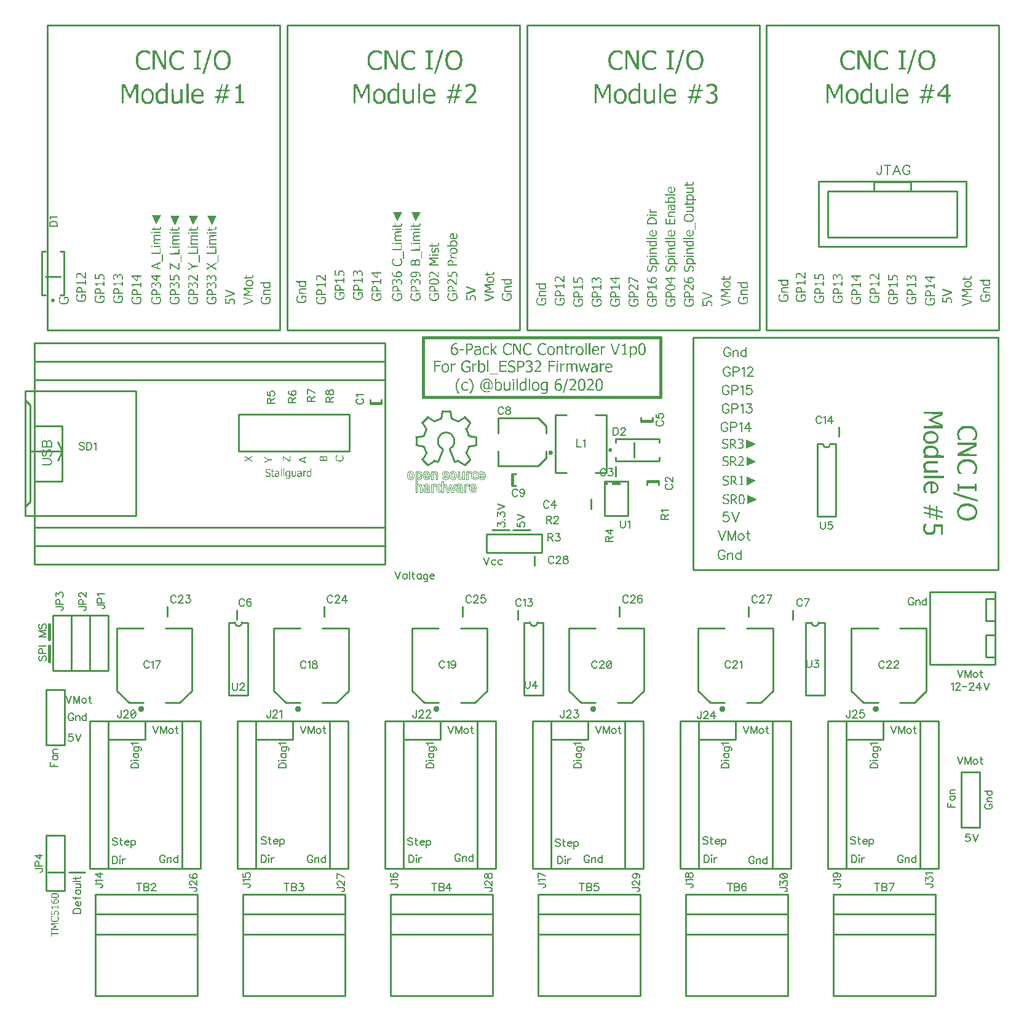
<source format=gbr>
G04 DipTrace 4.0.0.2*
G04 TopSilk.gbr*
%MOIN*%
G04 #@! TF.FileFunction,Legend,Top*
G04 #@! TF.Part,Single*
%ADD10C,0.009843*%
%ADD18C,0.015*%
%ADD27C,0.01*%
%ADD28C,0.003*%
%ADD113C,0.006176*%
%ADD114C,0.00772*%
%FSLAX26Y26*%
G04*
G70*
G90*
G75*
G01*
G04 TopSilk*
%LPD*%
X2275165Y3521751D2*
D10*
X2212235D1*
X2275165Y3514302D2*
X2212235D1*
X2275165D2*
Y3537861D1*
X2212235Y3514302D2*
Y3537861D1*
X3714280Y3089054D2*
X3777209D1*
X3714280Y3096503D2*
X3777209D1*
X3714280D2*
Y3072944D1*
X3777209Y3096503D2*
Y3072944D1*
X3542385Y3121271D2*
Y3172413D1*
X3410104Y2996413D2*
Y2945271D1*
X3743976Y3423650D2*
X3681046D1*
X3743976Y3416201D2*
X3681046D1*
X3743976D2*
Y3439760D1*
X3681046Y3416201D2*
Y3439760D1*
X1489840Y2343129D2*
Y2394271D1*
X4502340Y2343129D2*
Y2394271D1*
X2907545Y3176277D2*
X2907514Y3256985D1*
X2907545Y3176277D2*
X3124050D1*
X3167346Y3219594D2*
X3124050Y3176277D1*
X3167346Y3219594D2*
Y3256985D1*
X2907514Y3355413D2*
X2907545Y3436120D1*
X3124050D1*
X3167346Y3392804D2*
X3124050Y3436120D1*
X3167346Y3355413D2*
Y3392804D1*
G36*
X3202804Y3249117D2*
X3202703Y3247577D1*
X3202401Y3246062D1*
X3201905Y3244600D1*
X3201222Y3243216D1*
X3200365Y3241932D1*
X3199347Y3240771D1*
X3198186Y3239753D1*
X3196902Y3238895D1*
X3195517Y3238213D1*
X3194055Y3237716D1*
X3192541Y3237415D1*
X3191001Y3237314D1*
X3189460Y3237415D1*
X3187946Y3237716D1*
X3186484Y3238213D1*
X3185099Y3238895D1*
X3183815Y3239753D1*
X3182654Y3240771D1*
X3181636Y3241932D1*
X3180779Y3243216D1*
X3180096Y3244600D1*
X3179600Y3246062D1*
X3179298Y3247577D1*
X3179197Y3249117D1*
Y3249130D1*
X3179298Y3250671D1*
X3179600Y3252185D1*
X3180096Y3253647D1*
X3180779Y3255032D1*
X3181636Y3256316D1*
X3182654Y3257477D1*
X3183815Y3258495D1*
X3185099Y3259352D1*
X3186484Y3260035D1*
X3187946Y3260531D1*
X3189460Y3260833D1*
X3191001Y3260934D1*
X3192541Y3260833D1*
X3194055Y3260531D1*
X3195517Y3260035D1*
X3196902Y3259352D1*
X3198186Y3258495D1*
X3199347Y3257477D1*
X3200365Y3256316D1*
X3201222Y3255032D1*
X3201905Y3253647D1*
X3202401Y3252185D1*
X3202703Y3250671D1*
X3202804Y3249130D1*
Y3249117D1*
G37*
X2987710Y3070144D2*
D10*
Y3133073D1*
X2980262Y3070144D2*
Y3133073D1*
Y3070144D2*
X3003821D1*
X2980262Y3133073D2*
X3003821D1*
X3014840Y2343129D2*
Y2394271D1*
X4753712Y3388022D2*
Y3336880D1*
X840944Y2298632D2*
X984658D1*
X840944D2*
Y1958048D1*
X1102742Y2298632D2*
X1246456D1*
Y1958048D1*
X905907Y1893099D2*
X984658D1*
X1102742D2*
X1181493D1*
X905907D2*
X840944Y1958048D1*
X1181493Y1893099D2*
X1246456Y1958048D1*
G36*
X972815Y1843936D2*
X970762Y1844071D1*
X968744Y1844472D1*
X966795Y1845134D1*
X964949Y1846044D1*
X963238Y1847187D1*
X961691Y1848544D1*
X960334Y1850091D1*
X959191Y1851802D1*
X958281Y1853648D1*
X957619Y1855597D1*
X957218Y1857615D1*
X957083Y1859669D1*
X957218Y1861722D1*
X957619Y1863740D1*
X958281Y1865689D1*
X959191Y1867535D1*
X960334Y1869246D1*
X961691Y1870793D1*
X963238Y1872150D1*
X964949Y1873293D1*
X966795Y1874203D1*
X968744Y1874865D1*
X970762Y1875266D1*
X972815Y1875401D1*
X972859D1*
X974912Y1875266D1*
X976931Y1874865D1*
X978879Y1874203D1*
X980725Y1873293D1*
X982436Y1872150D1*
X983983Y1870793D1*
X985340Y1869246D1*
X986483Y1867535D1*
X987394Y1865689D1*
X988055Y1863740D1*
X988456Y1861722D1*
X988591Y1859669D1*
X988456Y1857615D1*
X988055Y1855597D1*
X987394Y1853648D1*
X986483Y1851802D1*
X985340Y1850091D1*
X983983Y1848544D1*
X982436Y1847187D1*
X980725Y1846044D1*
X978879Y1845134D1*
X976931Y1844472D1*
X974912Y1844071D1*
X972859Y1843936D1*
X972815D1*
G37*
X1690944Y2298632D2*
D10*
X1834658D1*
X1690944D2*
Y1958048D1*
X1952742Y2298632D2*
X2096456D1*
Y1958048D1*
X1755907Y1893099D2*
X1834658D1*
X1952742D2*
X2031493D1*
X1755907D2*
X1690944Y1958048D1*
X2031493Y1893099D2*
X2096456Y1958048D1*
G36*
X1822815Y1843936D2*
X1820762Y1844071D1*
X1818744Y1844472D1*
X1816795Y1845134D1*
X1814949Y1846044D1*
X1813238Y1847187D1*
X1811691Y1848544D1*
X1810334Y1850091D1*
X1809191Y1851802D1*
X1808281Y1853648D1*
X1807619Y1855597D1*
X1807218Y1857615D1*
X1807083Y1859669D1*
X1807218Y1861722D1*
X1807619Y1863740D1*
X1808281Y1865689D1*
X1809191Y1867535D1*
X1810334Y1869246D1*
X1811691Y1870793D1*
X1813238Y1872150D1*
X1814949Y1873293D1*
X1816795Y1874203D1*
X1818744Y1874865D1*
X1820762Y1875266D1*
X1822815Y1875401D1*
X1822859D1*
X1824912Y1875266D1*
X1826931Y1874865D1*
X1828879Y1874203D1*
X1830725Y1873293D1*
X1832436Y1872150D1*
X1833983Y1870793D1*
X1835340Y1869246D1*
X1836483Y1867535D1*
X1837394Y1865689D1*
X1838055Y1863740D1*
X1838456Y1861722D1*
X1838591Y1859669D1*
X1838456Y1857615D1*
X1838055Y1855597D1*
X1837394Y1853648D1*
X1836483Y1851802D1*
X1835340Y1850091D1*
X1833983Y1848544D1*
X1832436Y1847187D1*
X1830725Y1846044D1*
X1828879Y1845134D1*
X1826931Y1844472D1*
X1824912Y1844071D1*
X1822859Y1843936D1*
X1822815D1*
G37*
X2440944Y2298632D2*
D10*
X2584658D1*
X2440944D2*
Y1958048D1*
X2702742Y2298632D2*
X2846456D1*
Y1958048D1*
X2505907Y1893099D2*
X2584658D1*
X2702742D2*
X2781493D1*
X2505907D2*
X2440944Y1958048D1*
X2781493Y1893099D2*
X2846456Y1958048D1*
G36*
X2572815Y1843936D2*
X2570762Y1844071D1*
X2568744Y1844472D1*
X2566795Y1845134D1*
X2564949Y1846044D1*
X2563238Y1847187D1*
X2561691Y1848544D1*
X2560334Y1850091D1*
X2559191Y1851802D1*
X2558281Y1853648D1*
X2557619Y1855597D1*
X2557218Y1857615D1*
X2557083Y1859669D1*
X2557218Y1861722D1*
X2557619Y1863740D1*
X2558281Y1865689D1*
X2559191Y1867535D1*
X2560334Y1869246D1*
X2561691Y1870793D1*
X2563238Y1872150D1*
X2564949Y1873293D1*
X2566795Y1874203D1*
X2568744Y1874865D1*
X2570762Y1875266D1*
X2572815Y1875401D1*
X2572859D1*
X2574912Y1875266D1*
X2576931Y1874865D1*
X2578879Y1874203D1*
X2580725Y1873293D1*
X2582436Y1872150D1*
X2583983Y1870793D1*
X2585340Y1869246D1*
X2586483Y1867535D1*
X2587394Y1865689D1*
X2588055Y1863740D1*
X2588456Y1861722D1*
X2588591Y1859669D1*
X2588456Y1857615D1*
X2588055Y1855597D1*
X2587394Y1853648D1*
X2586483Y1851802D1*
X2585340Y1850091D1*
X2583983Y1848544D1*
X2582436Y1847187D1*
X2580725Y1846044D1*
X2578879Y1845134D1*
X2576931Y1844472D1*
X2574912Y1844071D1*
X2572859Y1843936D1*
X2572815D1*
G37*
X3290944Y2298632D2*
D10*
X3434658D1*
X3290944D2*
Y1958048D1*
X3552742Y2298632D2*
X3696456D1*
Y1958048D1*
X3355907Y1893099D2*
X3434658D1*
X3552742D2*
X3631493D1*
X3355907D2*
X3290944Y1958048D1*
X3631493Y1893099D2*
X3696456Y1958048D1*
G36*
X3422815Y1843936D2*
X3420762Y1844071D1*
X3418744Y1844472D1*
X3416795Y1845134D1*
X3414949Y1846044D1*
X3413238Y1847187D1*
X3411691Y1848544D1*
X3410334Y1850091D1*
X3409191Y1851802D1*
X3408281Y1853648D1*
X3407619Y1855597D1*
X3407218Y1857615D1*
X3407083Y1859669D1*
X3407218Y1861722D1*
X3407619Y1863740D1*
X3408281Y1865689D1*
X3409191Y1867535D1*
X3410334Y1869246D1*
X3411691Y1870793D1*
X3413238Y1872150D1*
X3414949Y1873293D1*
X3416795Y1874203D1*
X3418744Y1874865D1*
X3420762Y1875266D1*
X3422815Y1875401D1*
X3422859D1*
X3424912Y1875266D1*
X3426931Y1874865D1*
X3428879Y1874203D1*
X3430725Y1873293D1*
X3432436Y1872150D1*
X3433983Y1870793D1*
X3435340Y1869246D1*
X3436483Y1867535D1*
X3437394Y1865689D1*
X3438055Y1863740D1*
X3438456Y1861722D1*
X3438591Y1859669D1*
X3438456Y1857615D1*
X3438055Y1855597D1*
X3437394Y1853648D1*
X3436483Y1851802D1*
X3435340Y1850091D1*
X3433983Y1848544D1*
X3432436Y1847187D1*
X3430725Y1846044D1*
X3428879Y1845134D1*
X3426931Y1844472D1*
X3424912Y1844071D1*
X3422859Y1843936D1*
X3422815D1*
G37*
X3990944Y2298632D2*
D10*
X4134658D1*
X3990944D2*
Y1958048D1*
X4252742Y2298632D2*
X4396456D1*
Y1958048D1*
X4055907Y1893099D2*
X4134658D1*
X4252742D2*
X4331493D1*
X4055907D2*
X3990944Y1958048D1*
X4331493Y1893099D2*
X4396456Y1958048D1*
G36*
X4122815Y1843936D2*
X4120762Y1844071D1*
X4118744Y1844472D1*
X4116795Y1845134D1*
X4114949Y1846044D1*
X4113238Y1847187D1*
X4111691Y1848544D1*
X4110334Y1850091D1*
X4109191Y1851802D1*
X4108281Y1853648D1*
X4107619Y1855597D1*
X4107218Y1857615D1*
X4107083Y1859669D1*
X4107218Y1861722D1*
X4107619Y1863740D1*
X4108281Y1865689D1*
X4109191Y1867535D1*
X4110334Y1869246D1*
X4111691Y1870793D1*
X4113238Y1872150D1*
X4114949Y1873293D1*
X4116795Y1874203D1*
X4118744Y1874865D1*
X4120762Y1875266D1*
X4122815Y1875401D1*
X4122859D1*
X4124912Y1875266D1*
X4126931Y1874865D1*
X4128879Y1874203D1*
X4130725Y1873293D1*
X4132436Y1872150D1*
X4133983Y1870793D1*
X4135340Y1869246D1*
X4136483Y1867535D1*
X4137394Y1865689D1*
X4138055Y1863740D1*
X4138456Y1861722D1*
X4138591Y1859669D1*
X4138456Y1857615D1*
X4138055Y1855597D1*
X4137394Y1853648D1*
X4136483Y1851802D1*
X4135340Y1850091D1*
X4133983Y1848544D1*
X4132436Y1847187D1*
X4130725Y1846044D1*
X4128879Y1845134D1*
X4126931Y1844472D1*
X4124912Y1844071D1*
X4122859Y1843936D1*
X4122815D1*
G37*
X4822195Y2298632D2*
D10*
X4965909D1*
X4822195D2*
Y1958048D1*
X5083993Y2298632D2*
X5227707D1*
Y1958048D1*
X4887158Y1893099D2*
X4965909D1*
X5083993D2*
X5162743D1*
X4887158D2*
X4822195Y1958048D1*
X5162743Y1893099D2*
X5227707Y1958048D1*
G36*
X4954066Y1843936D2*
X4952013Y1844071D1*
X4949994Y1844472D1*
X4948046Y1845134D1*
X4946200Y1846044D1*
X4944489Y1847187D1*
X4942942Y1848544D1*
X4941585Y1850091D1*
X4940442Y1851802D1*
X4939531Y1853648D1*
X4938870Y1855597D1*
X4938468Y1857615D1*
X4938334Y1859669D1*
X4938468Y1861722D1*
X4938870Y1863740D1*
X4939531Y1865689D1*
X4940442Y1867535D1*
X4941585Y1869246D1*
X4942942Y1870793D1*
X4944489Y1872150D1*
X4946200Y1873293D1*
X4948046Y1874203D1*
X4949994Y1874865D1*
X4952013Y1875266D1*
X4954066Y1875401D1*
X4954109D1*
X4956163Y1875266D1*
X4958181Y1874865D1*
X4960130Y1874203D1*
X4961976Y1873293D1*
X4963687Y1872150D1*
X4965234Y1870793D1*
X4966591Y1869246D1*
X4967734Y1867535D1*
X4968644Y1865689D1*
X4969306Y1863740D1*
X4969707Y1861722D1*
X4969842Y1859669D1*
X4969707Y1857615D1*
X4969306Y1855597D1*
X4968644Y1853648D1*
X4967734Y1851802D1*
X4966591Y1850091D1*
X4965234Y1848544D1*
X4963687Y1847187D1*
X4961976Y1846044D1*
X4960130Y1845134D1*
X4958181Y1844472D1*
X4956163Y1844071D1*
X4954109Y1843936D1*
X4954066D1*
G37*
X1114840Y2361878D2*
D10*
Y2413020D1*
X1964840Y2361880D2*
Y2413022D1*
X2714840Y2361880D2*
Y2413022D1*
X3564840Y2361880D2*
Y2413022D1*
X4264840Y2361880D2*
Y2413022D1*
X3103809Y2688022D2*
Y2636880D1*
X454336Y4104320D2*
X434647D1*
X434642Y4340544D1*
X454331D1*
X533068Y4104321D2*
X552757Y4104322D1*
X552753Y4340546D1*
X533064D1*
X454334Y4202766D2*
X533066Y4202768D1*
G36*
X503541Y4074799D2*
X503457Y4073514D1*
X503206Y4072252D1*
X502792Y4071034D1*
X502223Y4069879D1*
X501508Y4068809D1*
X500659Y4067842D1*
X499692Y4066993D1*
X498622Y4066278D1*
X497468Y4065709D1*
X496249Y4065295D1*
X494987Y4065044D1*
X493703Y4064960D1*
X492418Y4065044D1*
X491156Y4065295D1*
X489938Y4065709D1*
X488783Y4066278D1*
X487713Y4066993D1*
X486746Y4067841D1*
X485897Y4068809D1*
X485182Y4069879D1*
X484613Y4071033D1*
X484199Y4072252D1*
X483948Y4073514D1*
X483864Y4074798D1*
Y4074817D1*
X483948Y4076101D1*
X484199Y4077363D1*
X484613Y4078582D1*
X485182Y4079736D1*
X485897Y4080806D1*
X486745Y4081774D1*
X487713Y4082622D1*
X488783Y4083337D1*
X489937Y4083906D1*
X491156Y4084320D1*
X492418Y4084571D1*
X493702Y4084655D1*
X494986Y4084571D1*
X496249Y4084320D1*
X497467Y4083907D1*
X498622Y4083337D1*
X499692Y4082622D1*
X500659Y4081774D1*
X501508Y4080806D1*
X502223Y4079736D1*
X502792Y4078582D1*
X503206Y4077363D1*
X503457Y4076101D1*
X503541Y4074817D1*
Y4074799D1*
G37*
X3544365Y3303208D2*
D10*
Y3322897D1*
X3780590D1*
Y3303208D1*
X3544365Y3224476D2*
Y3204787D1*
X3780590D1*
Y3224476D1*
X3642812Y3303208D2*
Y3224476D1*
G36*
X3514843Y3254003D2*
X3513559Y3254087D1*
X3512297Y3254338D1*
X3511078Y3254752D1*
X3509924Y3255321D1*
X3508854Y3256036D1*
X3507886Y3256885D1*
X3507038Y3257852D1*
X3506323Y3258922D1*
X3505753Y3260077D1*
X3505340Y3261295D1*
X3505089Y3262558D1*
X3505004Y3263842D1*
X3505089Y3265126D1*
X3505340Y3266388D1*
X3505753Y3267607D1*
X3506323Y3268761D1*
X3507038Y3269831D1*
X3507886Y3270799D1*
X3508854Y3271647D1*
X3509924Y3272362D1*
X3511078Y3272931D1*
X3512297Y3273345D1*
X3513559Y3273596D1*
X3514843Y3273680D1*
X3514861D1*
X3516146Y3273596D1*
X3517408Y3273345D1*
X3518626Y3272931D1*
X3519781Y3272362D1*
X3520851Y3271647D1*
X3521818Y3270799D1*
X3522667Y3269831D1*
X3523382Y3268761D1*
X3523951Y3267607D1*
X3524365Y3266388D1*
X3524616Y3265126D1*
X3524700Y3263842D1*
X3524616Y3262558D1*
X3524365Y3261295D1*
X3523951Y3260077D1*
X3523382Y3258922D1*
X3522667Y3257852D1*
X3521818Y3256885D1*
X3520851Y3256036D1*
X3519781Y3255321D1*
X3518626Y3254752D1*
X3517408Y3254338D1*
X3516146Y3254087D1*
X3514861Y3254003D1*
X3514843D1*
G37*
X1919399Y3843700D2*
D10*
X1927001D1*
X467800D2*
X2293700D1*
X393700D2*
X467800D1*
X393700Y3743700D2*
Y3843700D1*
Y3743700D2*
X2293700D1*
Y3843700D1*
X1919399Y3743700D2*
X1927001D1*
X467800D2*
X2293700D1*
X393700D2*
X467800D1*
X393700Y3643700D2*
Y3743700D1*
Y3643700D2*
X2293700D1*
Y3743700D1*
X5518705Y1518682D2*
X5418700D1*
Y1218718D1*
X5518705D1*
Y1518682D1*
X556205Y1962431D2*
X456200D1*
Y1662468D1*
X556205D1*
Y1962431D1*
X1919399Y2743700D2*
X1927001D1*
X467800D2*
X2293700D1*
X393700D2*
X467800D1*
X393700Y2643700D2*
Y2743700D1*
Y2643700D2*
X2293700D1*
Y2743700D1*
X2843718Y2806205D2*
Y2706200D1*
X3143682D1*
Y2806205D1*
X2843718D1*
X1919399Y2843700D2*
X1927001D1*
X467800D2*
X2293700D1*
X393700D2*
X467800D1*
X393700Y2743700D2*
Y2843700D1*
Y2743700D2*
X2293700D1*
Y2843700D1*
X1501180Y3256298D2*
X2101180D1*
Y3456298D1*
X1501180D2*
X2101180D1*
X1501180Y3256298D2*
Y3456298D1*
X793700Y1793700D2*
Y993700D1*
X693700Y1793700D2*
X793700D1*
X693700D2*
Y993700D1*
X793700D1*
X1593700Y1793700D2*
Y993700D1*
X1493700Y1793700D2*
X1593700D1*
X1493700D2*
Y993700D1*
X1593700D1*
X2393700Y1793700D2*
Y993700D1*
X2293700Y1793700D2*
X2393700D1*
X2293700D2*
Y993700D1*
X2393700D1*
X3193700Y1793700D2*
Y993700D1*
X3093700Y1793700D2*
X3193700D1*
X3093700D2*
Y993700D1*
X3193700D1*
X3993700Y1793700D2*
Y993700D1*
X3893700Y1793700D2*
X3993700D1*
X3893700D2*
Y993700D1*
X3993700D1*
X4793700Y1793700D2*
Y993700D1*
X4693700Y1793700D2*
X4793700D1*
X4693700D2*
Y993700D1*
X4793700D1*
X793700Y1793700D2*
Y1693700D1*
X993700Y1793700D2*
X793700D1*
X993700D2*
Y1693700D1*
X793700D1*
X1593700Y1793700D2*
Y1693700D1*
X1793700Y1793700D2*
X1593700D1*
X1793700D2*
Y1693700D1*
X1593700D1*
X2393700Y1793700D2*
Y1693700D1*
X2593700Y1793700D2*
X2393700D1*
X2593700D2*
Y1693700D1*
X2393700D1*
X3193700Y1793700D2*
Y1693700D1*
X3393700Y1793700D2*
X3193700D1*
X3393700D2*
Y1693700D1*
X3193700D1*
X3993700Y1793700D2*
Y1693700D1*
X4193700Y1793700D2*
X3993700D1*
X4193700D2*
Y1693700D1*
X3993700D1*
X4793700Y1793700D2*
Y1693700D1*
X4993700Y1793700D2*
X4793700D1*
X4993700D2*
Y1693700D1*
X4793700D1*
X1293700Y1793700D2*
Y993700D1*
X1193700Y1793700D2*
X1293700D1*
X1193700D2*
Y993700D1*
X1293700D1*
X2093700Y1793700D2*
Y993700D1*
X1993700Y1793700D2*
X2093700D1*
X1993700D2*
Y993700D1*
X2093700D1*
X2893700Y1793700D2*
Y993700D1*
X2793700Y1793700D2*
X2893700D1*
X2793700D2*
Y993700D1*
X2893700D1*
X3693700Y1793700D2*
Y993700D1*
X3593700Y1793700D2*
X3693700D1*
X3593700D2*
Y993700D1*
X3693700D1*
X4493700Y1793700D2*
Y993700D1*
X4393700Y1793700D2*
X4493700D1*
X4393700D2*
Y993700D1*
X4493700D1*
X5293700Y1793700D2*
Y993700D1*
X5193700Y1793700D2*
X5293700D1*
X5193700D2*
Y993700D1*
X5293700D1*
X5393675Y4418714D2*
Y4668686D1*
X4693725D1*
Y4418714D1*
X5393675D1*
X5143682Y4668686D2*
Y4718687D1*
X4943718D1*
Y4668686D1*
X5143682D1*
X5443306Y4368503D2*
Y4718897D1*
X4644094D1*
Y4368503D1*
X5443306D1*
X793700Y2068700D2*
X693700D1*
Y2368700D1*
X793700D2*
X693700D1*
X793700Y2068700D2*
Y2368700D1*
X693700Y2068700D2*
X593700D1*
Y2368700D1*
X693700D2*
X593700D1*
X693700Y2068700D2*
Y2368700D1*
X593700Y2068700D2*
X493700D1*
Y2368700D1*
X593700D2*
X493700D1*
X593700Y2068700D2*
Y2368700D1*
X556203Y874950D2*
X456203Y874948D1*
X456197Y1174948D1*
X556197Y1174950D2*
X456197Y1174948D1*
X556203Y874950D2*
X556197Y1174950D1*
X3277562Y3139752D2*
X3218503D1*
Y3454718D1*
X3277562D1*
X3435035D2*
X3494094D1*
Y3139752D1*
X3435035D1*
X1723621Y3914960D2*
Y5568503D1*
X463779D1*
Y3914960D1*
X1723621D1*
X3023621D2*
Y5568503D1*
X1763779D1*
Y3914960D1*
X3023621D1*
X4323621D2*
Y5568503D1*
X3063779D1*
Y3914960D1*
X4323621D1*
X5620022D2*
Y5568503D1*
X4360179D1*
Y3914960D1*
X5620022D1*
X3964960Y2613792D2*
X5618503D1*
Y3873634D1*
X3964960D1*
Y2613792D1*
X344291Y3533447D2*
X369310Y3508472D1*
X344291Y3583464D2*
Y2908464D1*
X944291D1*
Y3583464D1*
X344291D1*
X369310Y3508472D2*
Y2983456D1*
X344291Y2958481D1*
X369310Y3258451D2*
X544271D1*
X519310Y3308469D1*
X544271Y3258451D2*
X519310Y3208434D1*
X5246848Y2101524D2*
X5601179D1*
Y2495225D1*
X5246848D1*
Y2101524D1*
X5551962Y2140894D2*
X5601179D1*
Y2259004D1*
X5551962D1*
Y2140894D1*
Y2337745D2*
X5601179D1*
Y2455855D1*
X5551962D1*
Y2337745D1*
X724802Y748794D2*
Y638558D1*
X1275983D1*
Y748794D1*
X724802D1*
Y855117D2*
Y303936D1*
X1275983D1*
Y855117D1*
X724802D1*
X1524802Y748794D2*
Y638558D1*
X2075983D1*
Y748794D1*
X1524802D1*
Y855117D2*
Y303936D1*
X2075983D1*
Y855117D1*
X1524802D1*
X2324802Y748794D2*
Y638558D1*
X2875983D1*
Y748794D1*
X2324802D1*
Y855117D2*
Y303936D1*
X2875983D1*
Y855117D1*
X2324802D1*
X3124802Y748794D2*
Y638558D1*
X3675983D1*
Y748794D1*
X3124802D1*
Y855117D2*
Y303936D1*
X3675983D1*
Y855117D1*
X3124802D1*
X3924802Y748794D2*
Y638558D1*
X4475983D1*
Y748794D1*
X3924802D1*
Y855117D2*
Y303936D1*
X4475983D1*
Y855117D1*
X3924802D1*
X4724802Y748794D2*
Y638558D1*
X5275983D1*
Y748794D1*
X4724802D1*
Y855117D2*
Y303936D1*
X5275983D1*
Y855117D1*
X4724802D1*
X3611104Y3092579D2*
X3483148D1*
Y2905571D1*
X3611104D1*
Y3092579D1*
G36*
X3493006D2*
X3494292Y3092495D1*
X3495555Y3092244D1*
X3496774Y3091830D1*
X3497929Y3091260D1*
X3499000Y3090545D1*
X3499968Y3089695D1*
X3500818Y3088727D1*
X3501533Y3087656D1*
X3502103Y3086501D1*
X3502517Y3085282D1*
X3502768Y3084019D1*
X3502852Y3082733D1*
X3502768Y3081448D1*
X3502517Y3080185D1*
X3502103Y3078966D1*
X3501533Y3077811D1*
X3500818Y3076740D1*
X3499968Y3075771D1*
X3499000Y3074922D1*
X3497929Y3074207D1*
X3496774Y3073637D1*
X3495555Y3073223D1*
X3494292Y3072972D1*
X3493006Y3072888D1*
X3492993D1*
X3491708Y3072972D1*
X3490445Y3073223D1*
X3489225Y3073637D1*
X3488070Y3074207D1*
X3487000Y3074922D1*
X3486031Y3075771D1*
X3485182Y3076740D1*
X3484467Y3077811D1*
X3483897Y3078966D1*
X3483483Y3080185D1*
X3483232Y3081448D1*
X3483148Y3082733D1*
X3483232Y3084019D1*
X3483483Y3085282D1*
X3483897Y3086501D1*
X3484467Y3087656D1*
X3485182Y3088727D1*
X3486031Y3089695D1*
X3487000Y3090545D1*
X3488070Y3091260D1*
X3489225Y3091830D1*
X3490445Y3092244D1*
X3491708Y3092495D1*
X3492993Y3092579D1*
X3493006D1*
G37*
G36*
X3571750D2*
X3522529D1*
Y3072888D1*
X3571750D1*
Y3092579D1*
G37*
X1448812Y2328035D2*
D10*
Y1934365D1*
X1551187Y2328035D2*
Y1934365D1*
X1448812D2*
X1551187D1*
X1448812Y2328035D2*
X1480305D1*
X1519693D2*
X1551187D1*
X1480305D2*
G03X1519693Y2328035I19694J11D01*
G01*
X4573812D2*
Y1934365D1*
X4676187Y2328035D2*
Y1934365D1*
X4573812D2*
X4676187D1*
X4573812Y2328035D2*
X4605305D1*
X4644693D2*
X4676187D1*
X4605305D2*
G03X4644693Y2328035I19694J11D01*
G01*
X3048812D2*
Y1934365D1*
X3151187Y2328035D2*
Y1934365D1*
X3048812D2*
X3151187D1*
X3048812Y2328035D2*
X3080305D1*
X3119693D2*
X3151187D1*
X3080305D2*
G03X3119693Y2328035I19694J11D01*
G01*
X4636262Y3296784D2*
Y2903115D1*
X4738637Y3296784D2*
Y2903115D1*
X4636262D2*
X4738637D1*
X4636262Y3296784D2*
X4667755D1*
X4707144D2*
X4738637D1*
X4667755D2*
G03X4707144Y3296784I19694J11D01*
G01*
X693700Y1793700D2*
D27*
X1293700D1*
Y993700D1*
X693700D1*
Y1793700D1*
X2293700D2*
X2893700D1*
Y993700D1*
X2293700D1*
Y1793700D1*
X3093700D2*
X3693700D1*
Y993700D1*
X3093700D1*
Y1793700D1*
X3893700D2*
X4493700D1*
Y993700D1*
X3893700D1*
Y1793700D1*
X4693700D2*
X5293700D1*
Y993700D1*
X4693700D1*
Y1793700D1*
X393700Y3643700D2*
X2293700D1*
Y2843700D1*
X393700D1*
Y3643700D1*
Y3393700D2*
X543700D1*
Y3093700D1*
X393700D1*
Y3393700D1*
X1493700Y1793700D2*
X2093700D1*
Y993700D1*
X1493700D1*
Y1793700D1*
X2874951Y2831200D2*
X2968700D1*
X2987449D2*
X3081199D1*
X468700Y974949D2*
X556200D1*
X581200D2*
X668700D1*
X474949Y2318700D2*
D18*
Y2237451D1*
Y2199949D2*
Y2118700D1*
X2499949Y3874949D2*
X3787449D1*
Y3549949D1*
X2499949D1*
Y3874949D1*
G36*
X2429162Y3028755D2*
D1*
D1*
D1*
D1*
D1*
D1*
D1*
D1*
D1*
D1*
D1*
D1*
D1*
D1*
D1*
D1*
D1*
D1*
D1*
D1*
D1*
D1*
D1*
D1*
D1*
D1*
D1*
D1*
D1*
D1*
D1*
D1*
D1*
D1*
D1*
G37*
X2722804Y3034079D2*
D28*
Y3077569D1*
X2731550D1*
Y3072924D1*
X2731710D1*
G02X2736581Y3076783I10348J-8059D01*
G01*
G02X2743032Y3078071I6179J-14141D01*
G01*
G02X2747693Y3077231I-12J-13422D01*
G01*
G02X2752120Y3074712I-5924J-15555D01*
G01*
X2745806Y3067172D1*
G03X2742928Y3068788I-6924J-8964D01*
G01*
G03X2740016Y3069323I-2934J-7771D01*
G01*
G03X2734172Y3067165I-11J-8960D01*
G01*
G03X2732205Y3064346I4242J-5056D01*
G01*
G03X2731550Y3060216I11128J-3881D01*
G01*
Y3034079D1*
X2722804D1*
X2592722Y3069323D2*
G03X2589935Y3069061I-152J-13316D01*
G01*
G03X2587768Y3068266I1466J-7342D01*
G01*
G03X2585294Y3065094I2524J-4519D01*
G01*
G03X2584057Y3055875I31554J-8928D01*
G01*
G03X2585294Y3046515I33232J-368D01*
G01*
G03X2587768Y3043342I4996J1344D01*
G01*
G03X2589935Y3042546I3632J6547D01*
G01*
G03X2592722Y3042284I2635J13053D01*
G01*
G03X2595464Y3042558I150J12343D01*
G01*
G03X2597602Y3043382I-1539J7178D01*
G01*
G03X2600050Y3046687I-2797J4632D01*
G01*
G03X2601288Y3055875I-32653J9075D01*
G01*
G03X2600050Y3064920I-33398J39D01*
G01*
G03X2597602Y3068225I-5245J-1328D01*
G01*
G03X2595464Y3069049I-3677J-6354D01*
G01*
G03X2592722Y3069323I-2592J-12069D01*
G01*
D3*
X2655270Y3034079D2*
X2646161Y3064499D1*
X2645999D1*
X2636913Y3034079D1*
X2629192D1*
X2615300Y3077569D1*
X2624549D1*
X2632892Y3047109D1*
X2633053D1*
X2642903Y3077569D1*
X2649280D1*
X2659109Y3047109D1*
X2659291D1*
X2667613Y3077569D1*
X2676881D1*
X2662970Y3034079D1*
X2655270D1*
X2536288Y3121728D2*
X2509204D1*
G03X2509932Y3117032I13769J-268D01*
G01*
G03X2512120Y3113678I7820J2710D01*
G01*
G03X2515436Y3111665I6550J7052D01*
G01*
G03X2519558Y3110993I3972J11385D01*
G01*
G03X2524649Y3112043I79J12485D01*
G01*
G03X2529109Y3115195I-5937J13134D01*
G01*
X2535440Y3109787D1*
G02X2532004Y3106550I-15853J13389D01*
G01*
G02X2528165Y3104398I-10151J13609D01*
G01*
G02X2519718Y3102791I-8379J21029D01*
G01*
G02X2513129Y3103872I8J20663D01*
G01*
G02X2506741Y3107121I8283J24190D01*
G01*
G02X2503993Y3109855I6387J9169D01*
G01*
G02X2502028Y3113724I12648J8856D01*
G01*
G02X2500852Y3118728I24445J8384D01*
G01*
G02X2500459Y3124864I43499J5872D01*
G01*
G02X2500822Y3130728I43460J249D01*
G01*
G02X2501907Y3135608I26634J-3362D01*
G01*
G02X2503721Y3139508I16442J-5274D01*
G01*
G02X2506258Y3142427I10664J-6707D01*
G01*
G02X2512192Y3146069I14321J-16680D01*
G01*
G02X2518392Y3147283I6223J-15343D01*
G01*
G02X2525102Y3146041I134J-18032D01*
G01*
G02X2530920Y3142317I-7044J-17413D01*
G01*
G02X2534944Y3136487I-10821J-11772D01*
G01*
G02X2536288Y3128926I-18893J-7258D01*
G01*
Y3121728D1*
X2415312Y3125086D2*
G02X2415588Y3131192I59844J346D01*
G01*
G02X2416409Y3135511I21900J-1922D01*
G01*
G02X2420018Y3141714I16008J-5161D01*
G01*
G02X2422153Y3143641I11634J-10748D01*
G01*
G02X2424976Y3145482I15012J-19930D01*
G01*
G02X2428624Y3146833I6224J-11211D01*
G01*
G02X2433247Y3147283I4407J-21296D01*
G01*
G02X2437813Y3146833I218J-21169D01*
G01*
G02X2441460Y3145482I-2629J-12699D01*
G01*
G02X2444302Y3143641I-12332J-22153D01*
G01*
G02X2446457Y3141714I-9474J-12765D01*
G01*
G02X2450056Y3135511I-12309J-11285D01*
G01*
G02X2450869Y3131192I-21463J-6279D01*
G01*
G02X2451140Y3125086I-59069J-5674D01*
G01*
G02X2450869Y3118877I-61251J-443D01*
G01*
G02X2450056Y3114520I-22633J1972D01*
G01*
G02X2446457Y3108319I-15897J5081D01*
G01*
G02X2444302Y3106371I-11274J10300D01*
G01*
G02X2441460Y3104548I-14028J18748D01*
G01*
G02X2437813Y3103229I-6274J11646D01*
G01*
G02X2433247Y3102791I-4372J21545D01*
G01*
G02X2428624Y3103229I-239J22080D01*
G01*
G02X2424976Y3104548I2571J12818D01*
G01*
G02X2422153Y3106371I11060J20224D01*
G01*
G02X2420018Y3108319I9156J12176D01*
G01*
G02X2416409Y3114520I12388J11361D01*
G01*
G02X2415588Y3118877I21176J6242D01*
G01*
G02X2415312Y3125086I60474J5808D01*
G01*
D3*
X2645443D2*
G02X2645714Y3131192I59838J397D01*
G01*
G02X2646537Y3135511I22159J-1984D01*
G01*
G02X2650145Y3141714I15984J-5145D01*
G01*
G02X2652280Y3143641I11927J-11072D01*
G01*
G02X2655104Y3145482I14931J-19816D01*
G01*
G02X2658755Y3146833I6214J-11191D01*
G01*
G02X2663376Y3147283I4400J-21227D01*
G01*
G02X2667943Y3146833I217J-21192D01*
G01*
G02X2671587Y3145482I-2641J-12721D01*
G01*
G02X2674430Y3143641I-12332J-22153D01*
G01*
G02X2676585Y3141714I-9474J-12765D01*
G01*
G02X2680186Y3135511I-12310J-11293D01*
G01*
G02X2680999Y3131192I-20951J-6183D01*
G01*
G02X2681272Y3125086I-59069J-5700D01*
G01*
G02X2680999Y3118877I-61253J-417D01*
G01*
G02X2680186Y3114520I-22113J1875D01*
G01*
G02X2676585Y3108319I-15901J5088D01*
G01*
G02X2674430Y3106371I-11145J10158D01*
G01*
G02X2671587Y3104548I-14028J18748D01*
G01*
G02X2667943Y3103229I-6284J11668D01*
G01*
G02X2663376Y3102791I-4372J21546D01*
G01*
G02X2658755Y3103229I-243J22011D01*
G01*
G02X2655104Y3104548I2587J12873D01*
G01*
G02X2652280Y3106371I11437J20819D01*
G01*
G02X2650145Y3108319I9156J12176D01*
G01*
G02X2646537Y3114520I12366J11344D01*
G01*
G02X2645714Y3118877I21431J6304D01*
G01*
G02X2645443Y3125086I61493J5801D01*
G01*
D3*
X2526823Y3033918D2*
Y3037760D1*
X2526641D1*
G02X2523001Y3034503I-6209J3277D01*
G01*
G02X2520008Y3033688I-4883J12027D01*
G01*
G02X2516208Y3033415I-3667J24458D01*
G01*
G02X2509888Y3034456I126J20477D01*
G01*
G02X2505331Y3037258I3819J11317D01*
G01*
G02X2502313Y3041464I8146J9032D01*
G01*
G02X2501308Y3046687I12227J5062D01*
G01*
G02X2502178Y3051696I14014J146D01*
G01*
G02X2504787Y3055834I11621J-4436D01*
G01*
G02X2509079Y3058613I7924J-7533D01*
G01*
G02X2515041Y3059594I5850J-16959D01*
G01*
X2526823D1*
Y3064197D1*
G03X2526293Y3066721I-5461J170D01*
G01*
G03X2524672Y3068499I-4024J-2040D01*
G01*
G03X2521953Y3069536I-4088J-6637D01*
G01*
G03X2518137Y3069826I-3232J-17269D01*
G01*
G03X2515372Y3069657I-163J-20004D01*
G01*
G03X2513109Y3069145I1543J-12076D01*
G01*
G03X2510134Y3066428I2461J-5683D01*
G01*
X2503439Y3071696D1*
G02X2509439Y3076528I12105J-8890D01*
G01*
G02X2513293Y3077695I6857J-15702D01*
G01*
G02X2517713Y3078031I3909J-22183D01*
G01*
G02X2524861Y3077296I609J-29206D01*
G01*
G02X2530461Y3074935I-3933J-17151D01*
G01*
G02X2534031Y3070465I-5904J-8375D01*
G01*
G02X2534948Y3067369I-13488J-5681D01*
G01*
G02X2535287Y3063695I-21571J-3840D01*
G01*
Y3033918D1*
X2526823D1*
X2509204Y3128926D2*
X2527560D1*
G03X2526770Y3133256I-14274J-367D01*
G01*
G03X2524797Y3136436I-8334J-2968D01*
G01*
G03X2521913Y3138389I-6150J-5977D01*
G01*
G03X2518392Y3139040I-3423J-8667D01*
G01*
G03X2514825Y3138389I-101J-9546D01*
G01*
G03X2511918Y3136436I3221J-7935D01*
G01*
G03X2509952Y3133256I6189J-6024D01*
G01*
G03X2509204Y3128926I13170J-4505D01*
G01*
D3*
X2526823Y3049200D2*
Y3052397D1*
X2516628D1*
G03X2513373Y3051982I226J-14752D01*
G01*
G03X2511061Y3050964I1545J-6641D01*
G01*
G03X2509691Y3049338I2321J-3346D01*
G01*
G03X2509270Y3047109I4580J-2020D01*
G01*
G03X2509747Y3045078I4393J-39D01*
G01*
G03X2511182Y3043329I4948J2594D01*
G01*
G03X2513628Y3042048I3846J4368D01*
G01*
G03X2517271Y3041620I3375J13017D01*
G01*
G03X2521830Y3041906I730J24838D01*
G01*
G03X2524812Y3042927I-1125J8151D01*
G01*
G03X2525692Y3043831I-1903J2734D01*
G01*
G03X2526319Y3045179I-4595J2959D01*
G01*
G03X2526823Y3049200I-13056J3678D01*
G01*
D3*
X2791256Y3116079D2*
X2797710Y3110289D1*
G02X2790935Y3104901I-18106J15813D01*
G01*
G02X2786758Y3103318I-8096J15065D01*
G01*
G02X2782069Y3102791I-4558J19411D01*
G01*
G02X2774892Y3104070I-98J20218D01*
G01*
G02X2768436Y3107917I7964J20705D01*
G01*
G02X2765772Y3110905I9089J10784D01*
G01*
G02X2763868Y3114747I14381J9520D01*
G01*
G02X2762726Y3119440I23431J8186D01*
G01*
G02X2762344Y3124985I37090J5340D01*
G01*
G02X2762726Y3130533I37475J208D01*
G01*
G02X2763868Y3135238I24722J-3509D01*
G01*
G02X2765772Y3139094I16729J-5864D01*
G01*
G02X2768436Y3142106I11881J-7825D01*
G01*
G02X2774892Y3145989I14475J-16755D01*
G01*
G02X2782069Y3147283I7085J-18746D01*
G01*
G02X2786758Y3146750I87J-20130D01*
G01*
G02X2790935Y3145153I-3955J-16607D01*
G01*
G02X2797710Y3139743I-11530J-21390D01*
G01*
X2791256Y3133994D1*
G03X2787195Y3137401I-10117J-7937D01*
G01*
G03X2782411Y3138537I-4711J-9192D01*
G01*
G03X2777457Y3137690I-276J-13285D01*
G01*
G03X2773920Y3135149I3161J-8132D01*
G01*
G03X2771800Y3130915I8687J-6999D01*
G01*
G03X2771090Y3124985I21669J-5602D01*
G01*
G03X2771800Y3119083I22148J-329D01*
G01*
G03X2773920Y3114868I10754J2769D01*
G01*
G03X2777457Y3112339I6739J5687D01*
G01*
G03X2782411Y3111495I4673J12472D01*
G01*
G03X2787216Y3112641I79J10314D01*
G01*
G03X2791256Y3116079I-6012J11159D01*
G01*
D3*
X2442435Y3124985D2*
G03X2442314Y3129027I-57666J300D01*
G01*
G03X2441952Y3131662I-15890J-842D01*
G01*
G03X2440284Y3135339I-11043J-2792D01*
G01*
G03X2437378Y3137738I-5846J-4122D01*
G01*
G03X2433247Y3138537I-3910J-9133D01*
G01*
G03X2429086Y3137738I-244J-9965D01*
G01*
G03X2426210Y3135339I2823J-6307D01*
G01*
G03X2424522Y3131662I8354J-6064D01*
G01*
G03X2424191Y3129053I17314J-3520D01*
G01*
G03X2424079Y3125086I63657J-3775D01*
G01*
G03X2424191Y3121010I67355J-196D01*
G01*
G03X2424522Y3118351I17397J814D01*
G01*
G03X2426210Y3114692I9618J2221D01*
G01*
G03X2429086Y3112294I5721J3938D01*
G01*
G03X2433247Y3111495I3928J9221D01*
G01*
G03X2437378Y3112294I232J9877D01*
G01*
G03X2440284Y3114692I-2947J6530D01*
G01*
G03X2441952Y3118331I-9069J6359D01*
G01*
G03X2442314Y3120960I-15425J3465D01*
G01*
G03X2442435Y3124985I-57092J3727D01*
G01*
D3*
X2672567D2*
G03X2672443Y3129027I-58756J211D01*
G01*
G03X2672083Y3131662I-16264J-877D01*
G01*
G03X2670413Y3135339I-11186J-2864D01*
G01*
G03X2667508Y3137738I-5867J-4145D01*
G01*
G03X2663376Y3138537I-3910J-9134D01*
G01*
G03X2659214Y3137738I-244J-9965D01*
G01*
G03X2656339Y3135339I2867J-6359D01*
G01*
G03X2654650Y3131662I8298J-6038D01*
G01*
G03X2654318Y3129053I17085J-3500D01*
G01*
G03X2654208Y3125086I59839J-3648D01*
G01*
G03X2654318Y3121010I63319J-327D01*
G01*
G03X2654650Y3118351I18079J907D01*
G01*
G03X2656339Y3114692I9618J2221D01*
G01*
G03X2659214Y3112294I5765J3991D01*
G01*
G03X2663376Y3111495I3928J9221D01*
G01*
G03X2667508Y3112294I233J9878D01*
G01*
G03X2670413Y3114692I-2969J6554D01*
G01*
G03X2672083Y3118331I-9071J6367D01*
G01*
G03X2672443Y3120960I-15799J3500D01*
G01*
G03X2672567Y3124985I-58171J3816D01*
G01*
D3*
X2543934Y3103293D2*
Y3146780D1*
X2552679D1*
Y3142136D1*
X2552840D1*
G02X2557710Y3145997I10315J-8010D01*
G01*
G02X2564159Y3147283I6181J-14184D01*
G01*
G02X2569137Y3146319I-8J-13382D01*
G01*
G02X2573940Y3143432I-6806J-16762D01*
G01*
G02X2577476Y3138700I-7546J-9325D01*
G01*
G02X2578360Y3135672I-13310J-5532D01*
G01*
G02X2578654Y3132203I-19251J-3378D01*
G01*
Y3103293D1*
X2569909D1*
Y3129187D1*
G03X2569296Y3133109I-11635J191D01*
G01*
G03X2567456Y3136065I-7450J-2588D01*
G01*
G03X2564701Y3137919I-5882J-5765D01*
G01*
G03X2561344Y3138537I-3263J-8298D01*
G01*
G03X2557911Y3137919I-124J-9154D01*
G01*
G03X2555132Y3136065I3047J-7577D01*
G01*
G03X2553292Y3133109I5611J-5543D01*
G01*
G03X2552679Y3129187I11022J-3731D01*
G01*
Y3103293D1*
X2543934D1*
X2704053Y3033918D2*
Y3037760D1*
X2703872D1*
G02X2700233Y3034503I-6222J3289D01*
G01*
G02X2697238Y3033688I-4874J12002D01*
G01*
G02X2693438Y3033415I-3660J24364D01*
G01*
G02X2687119Y3034456I127J20478D01*
G01*
G02X2682560Y3037258I3821J11327D01*
G01*
G02X2679544Y3041464I8144J9023D01*
G01*
G02X2678539Y3046687I12227J5062D01*
G01*
G02X2679410Y3051696I14132J122D01*
G01*
G02X2682019Y3055834I11573J-4406D01*
G01*
G02X2686310Y3058613I7929J-7539D01*
G01*
G02X2692272Y3059594I5853J-16974D01*
G01*
X2704053D1*
Y3064197D1*
G03X2703525Y3066721I-5459J176D01*
G01*
G03X2701902Y3068499I-3988J-2011D01*
G01*
G03X2699183Y3069536I-4078J-6613D01*
G01*
G03X2695368Y3069826I-3230J-17249D01*
G01*
G03X2692603Y3069657I-163J-20004D01*
G01*
G03X2690342Y3069145I1549J-12093D01*
G01*
G03X2687364Y3066428I2462J-5689D01*
G01*
X2680670Y3071696D1*
G02X2686672Y3076528I12109J-8898D01*
G01*
G02X2690524Y3077695I6836J-15628D01*
G01*
G02X2694945Y3078031I3911J-22206D01*
G01*
G02X2702095Y3077296I608J-29226D01*
G01*
G02X2707692Y3074935I-3919J-17106D01*
G01*
G02X2711262Y3070465I-5945J-8408D01*
G01*
G02X2712178Y3067369I-13010J-5533D01*
G01*
G02X2712519Y3063695I-21211J-3823D01*
G01*
Y3033918D1*
X2704053D1*
X2788503Y3052516D2*
X2761422D1*
G03X2762150Y3047821I13942J-242D01*
G01*
G03X2764335Y3044464I7909J2758D01*
G01*
G03X2767654Y3042452I6611J7162D01*
G01*
G03X2771773Y3041781I3947J11258D01*
G01*
G03X2776867Y3042831I76J12509D01*
G01*
G03X2781325Y3045983I-5959J13157D01*
G01*
X2787658Y3040573D1*
G02X2784221Y3037338I-15953J13506D01*
G01*
G02X2780381Y3035187I-10141J13601D01*
G01*
G02X2771938Y3033577I-8383J21016D01*
G01*
G02X2765344Y3034661I33J20795D01*
G01*
G02X2758957Y3037910I8269J24157D01*
G01*
G02X2756209Y3040644I6387J9169D01*
G01*
G02X2754246Y3044512I13025J9042D01*
G01*
G02X2753069Y3049516I24571J8421D01*
G01*
G02X2752678Y3055653I43465J5851D01*
G01*
G02X2753037Y3061515I43743J259D01*
G01*
G02X2754127Y3066396I26850J-3431D01*
G01*
G02X2755936Y3070296I16503J-5287D01*
G01*
G02X2758476Y3073216I10760J-6793D01*
G01*
G02X2764410Y3076857I14414J-16833D01*
G01*
G02X2770611Y3078071I6220J-15329D01*
G01*
G02X2777319Y3076830I132J-18032D01*
G01*
G02X2783134Y3073106I-7007J-17342D01*
G01*
G02X2787162Y3067273I-10790J-11758D01*
G01*
G02X2788503Y3059714I-18937J-7259D01*
G01*
Y3052516D1*
X2545438Y3034079D2*
Y3077569D1*
X2554183D1*
Y3072924D1*
X2554344D1*
G02X2559214Y3076783I10330J-8036D01*
G01*
G02X2565663Y3078071I6177J-14129D01*
G01*
G02X2570327Y3077231I-9J-13422D01*
G01*
G02X2574750Y3074712I-5880J-15461D01*
G01*
X2568438Y3067172D1*
G03X2565562Y3068788I-6979J-9054D01*
G01*
G03X2562648Y3069323I-2931J-7757D01*
G01*
G03X2556808Y3067165I-14J-8940D01*
G01*
G03X2554838Y3064346I4243J-5063D01*
G01*
G03X2554183Y3060216I11048J-3869D01*
G01*
Y3034079D1*
X2545438D1*
X2761422Y3059714D2*
X2779777D1*
G03X2778986Y3064044I-14311J-379D01*
G01*
G03X2777012Y3067225I-8225J-2900D01*
G01*
G03X2774132Y3069175I-6096J-5902D01*
G01*
G03X2770611Y3069826I-3413J-8612D01*
G01*
G03X2767041Y3069175I-126J-9422D01*
G01*
G03X2764136Y3067225I3222J-7940D01*
G01*
G03X2762171Y3064044I6226J-6042D01*
G01*
G03X2761422Y3059714I13120J-4500D01*
G01*
D3*
X2704053Y3049200D2*
Y3052397D1*
X2693860D1*
G03X2690604Y3051982I228J-14777D01*
G01*
G03X2688291Y3050964I1564J-6690D01*
G01*
G03X2686922Y3049338I2377J-3390D01*
G01*
G03X2686503Y3047109I4532J-2005D01*
G01*
G03X2686978Y3045078I4391J-45D01*
G01*
G03X2688411Y3043329I5003J2637D01*
G01*
G03X2690861Y3042048I3866J4411D01*
G01*
G03X2694503Y3041620I3375J13015D01*
G01*
G03X2699064Y3041906I732J24823D01*
G01*
G03X2702043Y3042927I-1125J8138D01*
G01*
G03X2702922Y3043831I-1884J2711D01*
G01*
G03X2703550Y3045179I-4428J2886D01*
G01*
G03X2704053Y3049200I-12999J3667D01*
G01*
D3*
X2689235Y3117868D2*
Y3146780D1*
X2697981D1*
Y3120843D1*
G03X2698592Y3116899I11799J-189D01*
G01*
G03X2700431Y3113948I7379J2548D01*
G01*
G03X2703212Y3112109I5779J5718D01*
G01*
G03X2706645Y3111495I3320J8654D01*
G01*
G03X2710002Y3112109I98J8947D01*
G01*
G03X2712758Y3113948I-3030J7527D01*
G01*
G03X2714598Y3116899I-5560J5515D01*
G01*
G03X2715210Y3120843I-11143J3751D01*
G01*
Y3146780D1*
X2723956D1*
Y3103293D1*
X2715210D1*
Y3107897D1*
X2715029D1*
G02X2710195Y3104066I-10275J8002D01*
G01*
G02X2703810Y3102791I-6116J13997D01*
G01*
G02X2698760Y3103747I0J13806D01*
G01*
G02X2693940Y3106619I6641J16629D01*
G01*
G02X2690410Y3111347I7514J9292D01*
G01*
G02X2689529Y3114382I13193J5473D01*
G01*
G02X2689235Y3117868I19129J3368D01*
G01*
D3*
X2733886Y3103293D2*
Y3146780D1*
X2742632D1*
Y3142136D1*
X2742792D1*
G02X2747663Y3145997I10326J-8025D01*
G01*
G02X2754111Y3147283I6183J-14195D01*
G01*
G02X2758776Y3146443I6J-13342D01*
G01*
G02X2763197Y3143926I-5808J-15343D01*
G01*
X2756885Y3136386D1*
G03X2754010Y3137999I-7021J-9148D01*
G01*
G03X2751095Y3138537I-2954J-7836D01*
G01*
G03X2745255Y3136376I-1J-8967D01*
G01*
G03X2743287Y3133557I4212J-5038D01*
G01*
G03X2742632Y3129428I10968J-3856D01*
G01*
Y3103293D1*
X2733886D1*
X2601288Y3034079D2*
Y3038604D1*
G02X2596186Y3034834I-11523J10257D01*
G01*
G02X2590048Y3033577I-5988J13625D01*
G01*
G02X2586309Y3033969I-115J16911D01*
G01*
G02X2583132Y3035145I2682J12128D01*
G01*
G02X2578407Y3039186I6635J12541D01*
G01*
G02X2575932Y3044655I9814J7736D01*
G01*
G02X2575468Y3049039I32405J5651D01*
G01*
G02X2575312Y3055875I125306J6282D01*
G01*
G02X2575468Y3062625I122313J548D01*
G01*
G02X2575932Y3066952I32069J-1255D01*
G01*
G02X2578407Y3072422I12570J-2393D01*
G01*
G02X2583132Y3076462I11828J-9047D01*
G01*
G02X2586309Y3077667I5886J-10731D01*
G01*
G02X2590048Y3078071I3644J-16210D01*
G01*
G02X2596128Y3076644I174J-12918D01*
G01*
G02X2601288Y3072924I-10978J-20670D01*
G01*
Y3095120D1*
X2610035D1*
Y3034079D1*
X2601288D1*
X2476502Y3111495D2*
G03X2479280Y3111760I120J13435D01*
G01*
G03X2481441Y3112553I-1489J7404D01*
G01*
G03X2483915Y3115726I-2549J4538D01*
G01*
G03X2485149Y3124985I-31892J8961D01*
G01*
G03X2483915Y3134273I-33312J302D01*
G01*
G03X2481441Y3137472I-5050J-1350D01*
G01*
G03X2479280Y3138270I-3586J-6387D01*
G01*
G03X2476502Y3138537I-2626J-12705D01*
G01*
G03X2473735Y3138260I-119J-12773D01*
G01*
G03X2471585Y3137436I1477J-7073D01*
G01*
G03X2469134Y3134133I2765J-4611D01*
G01*
G03X2467918Y3124985I33083J-9054D01*
G01*
G03X2469134Y3115878I33993J-93D01*
G01*
G03X2471585Y3112590I5181J1303D01*
G01*
G03X2473735Y3111770I3666J6383D01*
G01*
G03X2476502Y3111495I2614J12281D01*
G01*
D3*
X2836106Y3121728D2*
X2809027D1*
G03X2809754Y3117032I13811J-266D01*
G01*
G03X2811939Y3113678I7816J2703D01*
G01*
G03X2815256Y3111665I6544J7043D01*
G01*
G03X2819381Y3110993I3974J11400D01*
G01*
G03X2824468Y3112043I80J12461D01*
G01*
G03X2828928Y3115195I-5937J13134D01*
G01*
X2835262Y3109787D1*
G02X2831823Y3106550I-15860J13406D01*
G01*
G02X2827983Y3104398I-10077J13478D01*
G01*
G02X2819539Y3102791I-8379J21029D01*
G01*
G02X2812948Y3103872I6J20663D01*
G01*
G02X2806562Y3107121I8254J24120D01*
G01*
G02X2803813Y3109855I6324J9110D01*
G01*
G02X2801850Y3113724I12700J8877D01*
G01*
G02X2800670Y3118728I24573J8435D01*
G01*
G02X2800279Y3124864I44038J5887D01*
G01*
G02X2800641Y3130728I43175J276D01*
G01*
G02X2801729Y3135608I27227J-3508D01*
G01*
G02X2803544Y3139508I16375J-5248D01*
G01*
G02X2806079Y3142427I10568J-6620D01*
G01*
G02X2812014Y3146069I14321J-16680D01*
G01*
G02X2818212Y3147283I6220J-15329D01*
G01*
G02X2824924Y3146041I129J-18071D01*
G01*
G02X2830739Y3142317I-7074J-17447D01*
G01*
G02X2834763Y3136487I-10785J-11747D01*
G01*
G02X2836106Y3128926I-18858J-7248D01*
G01*
Y3121728D1*
X2602872Y3110531D2*
X2608983Y3116582D1*
G03X2615266Y3112389I13738J13780D01*
G01*
G03X2622692Y3110993I7246J18092D01*
G01*
G03X2626092Y3111346I130J15298D01*
G01*
G03X2628846Y3112401I-2110J9626D01*
G01*
G03X2630672Y3114149I-2317J4249D01*
G01*
G03X2631279Y3116582I-4153J2327D01*
G01*
G03X2630945Y3118273I-4073J76D01*
G01*
G03X2629945Y3119548I-3100J-1404D01*
G01*
G03X2628283Y3120405I-3125J-4022D01*
G01*
G03X2625951Y3120843I-3069J-9907D01*
G01*
X2618251Y3121567D1*
G02X2613306Y3122657I1097J16750D01*
G01*
G02X2609287Y3125117I4914J12540D01*
G01*
G02X2606613Y3128880I6560J7492D01*
G01*
G02X2605725Y3133873I12368J4776D01*
G01*
G02X2606886Y3139683I13732J276D01*
G01*
G02X2610371Y3143885I9756J-4544D01*
G01*
G02X2615582Y3146434I9847J-13534D01*
G01*
G02X2621928Y3147283I6115J-21560D01*
G01*
G02X2627217Y3146881I181J-32644D01*
G01*
G02X2631692Y3145675I-3509J-21925D01*
G01*
G02X2638980Y3141372I-9602J-24583D01*
G01*
X2633571Y3134999D1*
G03X2628214Y3137903I-16549J-24133D01*
G01*
G03X2621928Y3139040I-6012J-15300D01*
G01*
G03X2618384Y3138667I-279J-14384D01*
G01*
G03X2616109Y3137553I1118J-5161D01*
G01*
G03X2614472Y3133793I3229J-3643D01*
G01*
G03X2614775Y3132418I3181J-20D01*
G01*
G03X2615688Y3131149I4014J1926D01*
G01*
G03X2617428Y3130175I2886J3116D01*
G01*
G03X2620221Y3129690I3477J11723D01*
G01*
X2627419Y3129187D1*
G02X2630558Y3128752I-1283J-20834D01*
G01*
G02X2633217Y3127913I-2934J-13916D01*
G01*
G02X2637102Y3125016I-3728J-9054D01*
G01*
G02X2639293Y3120948I-10447J-8252D01*
G01*
G02X2640027Y3116159I-14547J-4679D01*
G01*
G02X2638714Y3110480I-12038J-210D01*
G01*
G02X2634788Y3106268I-10147J5524D01*
G01*
G02X2628974Y3103659I-10931J16575D01*
G01*
G02X2622011Y3102791I-6705J25398D01*
G01*
G02X2611798Y3104725I-179J26982D01*
G01*
G02X2602872Y3110531I11035J26732D01*
G01*
D3*
X2809027Y3128926D2*
X2827381D1*
G03X2826588Y3133256I-14277J-375D01*
G01*
G03X2824616Y3136436I-8292J-2942D01*
G01*
G03X2821733Y3138389I-6158J-5987D01*
G01*
G03X2818212Y3139040I-3423J-8667D01*
G01*
G03X2814644Y3138389I-97J-9572D01*
G01*
G03X2811738Y3136436I3250J-7973D01*
G01*
G03X2809772Y3133256I6189J-6024D01*
G01*
G03X2809027Y3128926I13273J-4514D01*
G01*
D3*
X2459172Y3034079D2*
Y3146780D1*
X2467918D1*
Y3142217D1*
G02X2473010Y3146016I11519J-10127D01*
G01*
G02X2479158Y3147283I6004J-13589D01*
G01*
G02X2482864Y3146881I130J-16099D01*
G01*
G02X2486024Y3145675I-2744J-11934D01*
G01*
G02X2490798Y3141633I-7463J-13655D01*
G01*
G02X2493251Y3136163I-10504J-7995D01*
G01*
G02X2493734Y3131812I-30846J-5626D01*
G01*
G02X2493894Y3124985I-123193J-6304D01*
G01*
G02X2493734Y3118201I-121754J-520D01*
G01*
G02X2493251Y3113848I-31259J1265D01*
G01*
G02X2490798Y3108399I-12695J2438D01*
G01*
G02X2486024Y3104359I-11741J9032D01*
G01*
G02X2482864Y3103182I-5788J10708D01*
G01*
G02X2479158Y3102791I-3593J16298D01*
G01*
G02X2473056Y3104166I-223J13236D01*
G01*
G02X2467918Y3107897I9902J19038D01*
G01*
Y3072924D1*
X2468082D1*
G02X2472949Y3076783I10362J-8073D01*
G01*
G02X2479399Y3078071I6179J-14141D01*
G01*
G02X2484377Y3077107I-23J-13445D01*
G01*
G02X2489179Y3074220I-6839J-16811D01*
G01*
G02X2492716Y3069487I-7554J-9333D01*
G01*
G02X2493598Y3066460I-12917J-5405D01*
G01*
G02X2493894Y3062991I-18616J-3339D01*
G01*
Y3034079D1*
X2485149D1*
Y3059976D1*
G03X2484537Y3063896I-11663J188D01*
G01*
G03X2482696Y3066851I-7472J-2604D01*
G01*
G03X2479943Y3068705I-5832J-5687D01*
G01*
G03X2476585Y3069323I-3241J-8176D01*
G01*
G03X2473150Y3068705I-118J-9192D01*
G01*
G03X2470372Y3066851I2980J-7473D01*
G01*
G03X2468531Y3063896I5631J-5559D01*
G01*
G03X2467918Y3059976I11095J-3743D01*
G01*
Y3034079D1*
X2459172D1*
X2644607Y3270680D2*
D27*
G03X2606137Y3270680I-19235J41791D01*
G01*
G02X2607204Y3267974I-876J-1909D01*
G01*
X2579627Y3200427D1*
G02X2576875Y3199279I-1948J797D01*
G01*
X2561896Y3205485D1*
G03X2559910Y3205284I-806J-1946D01*
G01*
X2526962Y3182994D1*
G02X2524298Y3183247I-1179J1736D01*
G01*
X2496149Y3211397D1*
G02X2495896Y3214062I1484J1486D01*
G01*
X2518186Y3247007D1*
G03X2518386Y3248990I-1762J1180D01*
G01*
X2504834Y3281707D1*
G03X2503291Y3282968I-1943J-803D01*
G01*
X2464234Y3290502D1*
G02X2462529Y3292565I394J2062D01*
G01*
Y3332375D1*
G02X2464234Y3334440I2099J4D01*
G01*
X2503291Y3341974D1*
G03X2504834Y3343234I-395J2059D01*
G01*
X2518386Y3375949D1*
G03X2518186Y3377932I-1963J803D01*
G01*
X2495896Y3410880D1*
G02X2496149Y3413545I1738J1180D01*
G01*
X2524298Y3441695D1*
G02X2526962Y3441948I1485J-1483D01*
G01*
X2559910Y3419658D1*
G03X2561896Y3419457I1179J1746D01*
G01*
X2594608Y3433010D1*
G03X2595868Y3434553I-799J1939D01*
G01*
X2603403Y3473611D1*
G02X2605468Y3475315I2067J-401D01*
G01*
X2645276D1*
G02X2647340Y3473611I-1J-2103D01*
G01*
X2654876Y3434553D1*
G03X2656136Y3433010I2059J395D01*
G01*
X2688854Y3419457D1*
G03X2690834Y3419658I804J1937D01*
G01*
X2723781Y3441948D1*
G02X2726448Y3441695I1180J-1741D01*
G01*
X2754595Y3413545D1*
G02X2754850Y3410880I-1481J-1486D01*
G01*
X2732560Y3377932D1*
G03X2732359Y3375949I1740J-1178D01*
G01*
X2745909Y3343234D1*
G03X2747456Y3341974I1945J808D01*
G01*
X2786512Y3334440D1*
G02X2788217Y3332375I-401J-2067D01*
G01*
Y3292565D1*
G02X2786512Y3290502I-2106J4D01*
G01*
X2747456Y3282968D1*
G03X2745909Y3281707I402J-2073D01*
G01*
X2732359Y3248990D1*
G03X2732560Y3247007I1941J-805D01*
G01*
X2754850Y3214062D1*
G02X2754595Y3211397I-1736J-1179D01*
G01*
X2726448Y3183247D1*
G02X2723781Y3182994I-1487J1488D01*
G01*
X2690834Y3205284D1*
G03X2688854Y3205485I-1176J-1736D01*
G01*
X2673871Y3199279D1*
G02X2671120Y3200427I-803J1944D01*
G01*
X2643543Y3267974D1*
G02X2644607Y3270680I1941J799D01*
G01*
G36*
X1639306Y3226381D2*
Y3221132D1*
X1639831Y3220607D1*
X1641406Y3219557D1*
X1649280Y3214832D1*
X1652955Y3212733D1*
X1655579Y3211158D1*
X1657679Y3210108D1*
Y3209583D1*
X1656629Y3209058D1*
X1652955Y3206958D1*
X1650330Y3205384D1*
X1646656Y3203284D1*
X1641406Y3200134D1*
X1639831Y3199084D1*
X1639306Y3198559D1*
Y3193310D1*
X1639831D1*
X1640881Y3193835D1*
X1644556Y3195935D1*
X1652430Y3200659D1*
X1656104Y3202759D1*
X1661354Y3205909D1*
X1680776Y3206958D1*
Y3212208D1*
X1661879Y3212733D1*
X1660829Y3213258D1*
X1660304Y3213783D1*
X1658729Y3214832D1*
X1640356Y3225856D1*
X1639306Y3226381D1*
G37*
G36*
X1533270Y3232155D2*
Y3226906D1*
X1533795Y3226381D1*
X1535369Y3225331D1*
X1537994Y3223756D1*
X1539569Y3222706D1*
X1542194Y3221132D1*
X1543768Y3220082D1*
X1546393Y3218507D1*
X1547968Y3217457D1*
X1549018Y3216932D1*
X1549543Y3216407D1*
X1548493Y3215357D1*
X1546393Y3214307D1*
X1541144Y3211158D1*
X1539569Y3210108D1*
X1534320Y3206958D1*
X1533270Y3205909D1*
Y3200659D1*
X1533795D1*
X1535894Y3201709D1*
X1537469Y3202759D1*
X1542719Y3205909D1*
X1544293Y3206958D1*
X1549543Y3210108D1*
X1551117Y3211158D1*
X1553742Y3212733D1*
X1554134Y3213070D1*
X1554406Y3213039D1*
X1554792Y3212733D1*
X1559516Y3209583D1*
X1562141Y3208008D1*
X1565291Y3205909D1*
X1567915Y3204334D1*
X1571065Y3202234D1*
X1573690Y3200659D1*
X1574740Y3200134D1*
Y3205384D1*
X1573690Y3206433D1*
X1572115Y3207483D1*
X1566865Y3210633D1*
X1565291Y3211683D1*
X1562666Y3213258D1*
X1561091Y3214307D1*
X1558991Y3215357D1*
X1558467Y3215882D1*
X1559516Y3216932D1*
X1561616Y3217982D1*
X1563191Y3219032D1*
X1571065Y3223756D1*
X1574215Y3225856D1*
X1574740Y3226381D1*
Y3232155D1*
X1573690Y3231630D1*
X1572115Y3230580D1*
X1566865Y3227431D1*
X1565291Y3226381D1*
X1560041Y3223231D1*
X1558467Y3222181D1*
X1555842Y3220607D1*
X1554267Y3219557D1*
X1553710Y3218987D1*
X1553439Y3219072D1*
X1553217Y3219557D1*
X1552692Y3220082D1*
X1549543Y3222181D1*
X1546918Y3223756D1*
X1543768Y3225856D1*
X1541144Y3227431D1*
X1539569Y3228481D1*
X1536944Y3230055D1*
X1533795Y3232155D1*
X1533270D1*
G37*
G36*
X1834582Y3216407D2*
X1828283Y3214307D1*
X1827233Y3213783D1*
X1826708Y3213258D1*
Y3207483D1*
X1827233Y3206958D1*
X1828283Y3206433D1*
X1860829Y3195410D1*
X1867128Y3193310D1*
X1868178D1*
Y3198035D1*
X1867653Y3198559D1*
X1856629Y3202234D1*
Y3217982D1*
X1857154Y3218507D1*
X1861879Y3220082D1*
X1863978Y3220607D1*
X1867128Y3221657D1*
X1868178Y3222181D1*
Y3227431D1*
X1867653D1*
X1834582Y3216407D1*
X1850855D1*
X1851417Y3216721D1*
X1851873Y3216687D1*
X1852430Y3216407D1*
Y3203809D1*
X1851873Y3203239D1*
X1851601Y3203324D1*
X1851380Y3203809D1*
X1832482Y3210108D1*
X1833007Y3210633D1*
X1834582Y3211158D1*
X1836682Y3211683D1*
X1850855Y3216407D1*
X1834582D1*
G37*
G36*
X1776839Y3230055D2*
Y3207483D1*
X1776283Y3206913D1*
X1776011Y3206998D1*
X1775789Y3207483D1*
X1775264Y3208008D1*
X1773690Y3209058D1*
X1771590Y3210633D1*
X1768440Y3212733D1*
X1766341Y3214307D1*
X1763191Y3216407D1*
X1761091Y3217982D1*
X1757942Y3220082D1*
X1755842Y3221657D1*
X1752692Y3223756D1*
X1750593Y3225331D1*
X1747443Y3227431D1*
X1745343Y3229006D1*
X1744293Y3229531D1*
X1739569D1*
Y3202234D1*
X1743768D1*
Y3223231D1*
X1744160Y3223568D1*
X1744432Y3223538D1*
X1744818Y3223231D1*
X1746393Y3222181D1*
X1748493Y3220607D1*
X1753217Y3217457D1*
X1755317Y3215882D1*
X1758467Y3213783D1*
X1760566Y3212208D1*
X1765291Y3209058D1*
X1767390Y3207483D1*
X1770540Y3205384D1*
X1772640Y3203809D1*
X1775789Y3201709D1*
X1776839Y3201184D1*
X1781039D1*
Y3230055D1*
X1776839D1*
G37*
G36*
X2029333Y3232680D2*
X2028808Y3232155D1*
X2027758Y3230055D1*
X2026183Y3225331D1*
X2025658Y3221132D1*
Y3219032D1*
X2026183Y3215357D1*
X2027233Y3212208D1*
X2027758Y3211158D1*
X2028808Y3209583D1*
X2033007Y3205384D1*
X2034582Y3204334D1*
X2036682Y3203284D1*
X2039831Y3202234D1*
X2041931Y3201709D1*
X2053480D1*
X2055579Y3202234D1*
X2058729Y3203284D1*
X2061879Y3204859D1*
X2063978Y3206433D1*
X2065028Y3207483D1*
X2066603Y3209583D1*
X2068178Y3212733D1*
X2069228Y3215882D1*
Y3224281D1*
X2068703Y3226381D1*
X2068178Y3227956D1*
X2067653Y3229006D1*
X2067128Y3230580D1*
X2066078Y3232680D1*
X2059254D1*
X2062404Y3229006D1*
X2063978Y3225856D1*
X2064503Y3224281D1*
X2065028Y3223756D1*
Y3216932D1*
X2064503Y3216407D1*
X2063978Y3214832D1*
X2062928Y3213258D1*
Y3212733D1*
X2060829Y3210633D1*
X2059779Y3210108D1*
X2059254Y3209583D1*
X2058204Y3209058D1*
X2056629Y3208533D1*
X2055579Y3208008D1*
X2053480Y3207483D1*
X2049630Y3206958D1*
X2045781D1*
X2041931Y3207483D1*
X2039831Y3208008D1*
X2038257Y3208533D1*
X2035107Y3210108D1*
X2031957Y3213258D1*
Y3213783D1*
X2030907Y3215882D1*
X2030383Y3217982D1*
X2029858Y3218507D1*
Y3222181D1*
X2030383Y3222706D1*
X2030907Y3224806D1*
X2031432Y3226381D1*
X2031957Y3227431D1*
X2033007Y3229006D1*
X2034582Y3231105D1*
X2035632Y3232680D1*
X2029333D1*
G37*
G36*
X1940619Y3224281D2*
Y3223231D1*
X1940094Y3222706D1*
X1939569Y3217457D1*
Y3203809D1*
X1981039D1*
Y3220607D1*
X1980514Y3222706D1*
X1979989Y3224281D1*
X1978939Y3226381D1*
X1975264Y3230055D1*
X1973165Y3231105D1*
X1971590Y3231630D1*
X1965291D1*
X1963716Y3231105D1*
X1962666Y3230580D1*
X1961091Y3229531D1*
X1960566Y3229006D1*
X1959516Y3227431D1*
X1958991Y3226381D1*
Y3225856D1*
X1965291D1*
X1967565Y3226381D1*
X1969840D1*
X1972115Y3225856D1*
X1973165Y3225331D1*
X1975789Y3222706D1*
Y3222181D1*
X1976314Y3220607D1*
X1976839Y3220082D1*
Y3209583D1*
X1971415Y3209058D1*
X1965991D1*
X1960566Y3209583D1*
Y3219032D1*
X1961091Y3219557D1*
X1961616Y3222181D1*
X1962141Y3223231D1*
Y3223756D1*
X1963716Y3225331D1*
X1965291Y3225856D1*
X1958991D1*
X1958467Y3225331D1*
X1958276Y3224686D1*
X1957717Y3224239D1*
X1957242Y3224322D1*
X1956717Y3224935D1*
X1956892Y3225331D1*
X1955842Y3226906D1*
X1955317Y3227431D1*
X1953217Y3229006D1*
X1951642Y3229531D1*
X1949543Y3230055D1*
X1947968D1*
X1945868Y3229531D1*
X1944293Y3229006D1*
X1941669Y3226381D1*
X1940619Y3224281D1*
X1948493D1*
X1949368Y3224806D1*
X1950243D1*
X1951117Y3224281D1*
X1953217Y3223756D1*
X1954267Y3223231D1*
X1955317Y3222181D1*
Y3221657D1*
X1955842Y3220607D1*
X1956367Y3220082D1*
Y3209583D1*
X1952167Y3209058D1*
X1947968D1*
X1943768Y3209583D1*
Y3218507D1*
X1944293Y3219032D1*
X1944818Y3221657D1*
Y3222181D1*
X1946393Y3223756D1*
X1948493Y3224281D1*
X1940619D1*
G37*
G36*
X1872902Y3146591D2*
Y3146066D1*
X1871852Y3145016D1*
X1870803Y3142916D1*
X1869753Y3139767D1*
Y3129268D1*
X1870278Y3127168D1*
X1870803Y3125594D1*
X1872377Y3122444D1*
X1875002Y3119819D1*
X1877102Y3118769D1*
X1878677Y3118244D1*
X1883401D1*
X1884976Y3118769D1*
X1888125Y3120344D1*
X1889700Y3121919D1*
X1890189Y3121745D1*
X1890750Y3121394D1*
Y3119294D1*
X1895474D1*
Y3163389D1*
X1890750D1*
Y3149741D1*
X1890193Y3149170D1*
X1889922Y3149256D1*
X1889700Y3149741D1*
X1888650Y3150265D1*
X1885501Y3151315D1*
X1880251D1*
X1878677Y3150790D1*
X1875527Y3149216D1*
X1872902Y3146591D1*
X1880776D1*
X1882701Y3147116D1*
X1884626D1*
X1886551Y3146591D1*
X1888650Y3146066D1*
X1890750Y3145016D1*
Y3126643D1*
X1889700Y3125594D1*
X1886551Y3124019D1*
X1884976Y3123494D1*
X1883226Y3122969D1*
X1881476D1*
X1879726Y3123494D1*
X1878152Y3124019D1*
X1876052Y3126118D1*
Y3126643D1*
X1875527Y3127693D1*
X1875002Y3129793D1*
X1874477Y3130318D1*
Y3138717D1*
X1875002Y3139242D1*
X1875527Y3141342D1*
X1876052Y3142391D1*
X1877102Y3143966D1*
X1877204Y3144338D1*
X1877627Y3145016D1*
X1880776Y3146591D1*
X1872902D1*
G37*
G36*
X1730120Y3162864D2*
Y3119294D1*
X1734844D1*
Y3162864D1*
X1730120D1*
G37*
G36*
X1743243D2*
Y3119294D1*
X1747968D1*
Y3162864D1*
X1743243D1*
G37*
G36*
X1657679Y3161814D2*
X1655579Y3161289D1*
X1654005Y3160764D1*
X1651905Y3159714D1*
X1648230Y3156040D1*
X1647180Y3153940D1*
X1646656Y3151840D1*
Y3147641D1*
X1647180Y3145541D1*
X1648230Y3143441D1*
X1650855Y3140817D1*
X1654005Y3139242D1*
X1655579Y3138717D1*
X1661879Y3137142D1*
X1665028Y3136092D1*
X1667128Y3135042D1*
X1667551Y3134365D1*
X1667653Y3133993D1*
X1668703Y3131368D1*
X1669228Y3130843D1*
Y3128743D1*
X1668703Y3128218D1*
X1668178Y3126643D1*
Y3126118D1*
X1666603Y3124544D1*
X1664503Y3123494D1*
X1662928Y3122969D1*
X1660654Y3122444D1*
X1658379D1*
X1656104Y3122969D1*
X1652955Y3124019D1*
X1648755Y3126118D1*
X1646656Y3128218D1*
Y3121394D1*
X1647180Y3120869D1*
X1649805Y3119819D1*
X1652955Y3118769D1*
X1656104Y3118244D1*
X1662928D1*
X1665028Y3118769D1*
X1666603Y3119294D1*
X1668703Y3120344D1*
X1670803Y3121919D1*
X1672377Y3124019D1*
X1673427Y3126118D1*
X1673952Y3127693D1*
X1674477Y3130318D1*
Y3131368D1*
X1673952Y3134517D1*
X1672377Y3137667D1*
X1670803Y3139242D1*
X1669228Y3140292D1*
X1668178Y3140817D1*
X1665028Y3141867D1*
X1658729Y3143441D1*
X1655579Y3144491D1*
X1654530Y3145016D1*
X1652430Y3147116D1*
Y3148166D1*
X1651905Y3148691D1*
Y3152365D1*
X1652430Y3152890D1*
X1653480Y3154465D1*
X1655054Y3156040D1*
X1656104Y3156565D1*
X1657679Y3157090D1*
X1659779Y3157615D1*
X1661879D1*
X1666078Y3156565D1*
X1667653Y3156040D1*
X1669753Y3154990D1*
X1670278Y3154465D1*
X1672377Y3152890D1*
Y3159189D1*
X1671852Y3159714D1*
X1670803Y3160239D1*
X1669228Y3160764D1*
X1667128Y3161289D1*
X1663978Y3161814D1*
X1657679D1*
G37*
G36*
X1680251Y3159189D2*
Y3150790D1*
X1677102Y3150265D1*
Y3146591D1*
X1680251Y3146066D1*
Y3127693D1*
X1680776Y3124544D1*
X1681301Y3122969D1*
X1682351Y3121394D1*
X1683401Y3120344D1*
X1685501Y3119294D1*
X1687075Y3118769D1*
X1691800D1*
X1694425Y3119294D1*
X1694949Y3119819D1*
Y3124019D1*
X1694425D1*
X1693375Y3123494D1*
X1691625Y3122969D1*
X1689875D1*
X1688125Y3123494D1*
X1687075Y3124019D1*
X1685501Y3125594D1*
Y3127693D1*
X1684976Y3128218D1*
Y3146066D1*
X1694949Y3146591D1*
Y3150265D1*
X1684976Y3150790D1*
Y3159189D1*
X1680251D1*
G37*
G36*
X1700199Y3135567D2*
X1698624Y3133993D1*
X1697574Y3131893D1*
Y3125069D1*
X1698099Y3123494D1*
X1699149Y3121919D1*
X1701249Y3119819D1*
X1703348Y3118769D1*
X1704923Y3118244D1*
X1709648D1*
X1711222Y3118769D1*
X1714372Y3120344D1*
X1715947Y3121919D1*
X1716339Y3122256D1*
X1716611Y3122225D1*
X1716997Y3121919D1*
Y3119294D1*
X1721721D1*
Y3144491D1*
X1721196Y3146066D1*
X1720146Y3147641D1*
X1718572Y3149216D1*
X1716997Y3150265D1*
X1715422Y3150790D1*
X1712797Y3151315D1*
X1705973D1*
X1702824Y3150790D1*
X1700199Y3150265D1*
X1699674Y3149741D1*
Y3145016D1*
X1700199D1*
X1705973Y3146591D1*
X1708248Y3147116D1*
X1710523D1*
X1712797Y3146591D1*
X1714372Y3146066D1*
X1715422Y3145541D1*
X1716472Y3144491D1*
Y3143966D1*
X1716997Y3143441D1*
Y3140292D1*
X1713322Y3139767D1*
X1709123Y3139242D1*
X1706498Y3138717D1*
X1704398Y3138192D1*
X1701249Y3136617D1*
X1700199Y3135567D1*
X1713847D1*
X1714897Y3136092D1*
X1715947D1*
X1716997Y3135567D1*
Y3126643D1*
X1715422Y3125069D1*
X1714372Y3124544D1*
X1713847Y3124019D1*
X1712797Y3123494D1*
X1711222Y3122969D1*
X1709473Y3122444D1*
X1707723D1*
X1705973Y3122969D1*
X1704398Y3123494D1*
X1702824Y3125069D1*
Y3125594D1*
X1702299Y3126118D1*
Y3130318D1*
X1702824Y3130843D1*
X1703086Y3131368D1*
X1703372Y3131846D1*
X1703878Y3132406D1*
X1704923Y3133468D1*
X1707023Y3134517D1*
X1709648Y3135042D1*
X1713847Y3135567D1*
X1700199D1*
G37*
G36*
X1757417Y3146591D2*
X1756892Y3146066D1*
X1754792Y3141867D1*
X1754267Y3139767D1*
Y3129793D1*
X1754792Y3127693D1*
X1756367Y3124544D1*
X1759516Y3121394D1*
X1761616Y3120344D1*
X1763191Y3119819D1*
X1768440D1*
X1770015Y3120344D1*
X1773165Y3121919D1*
X1774215Y3122969D1*
X1774607Y3123306D1*
X1774879Y3123275D1*
X1775264Y3122969D1*
Y3117720D1*
X1774740Y3117195D1*
X1774215Y3115620D1*
X1773690Y3114570D1*
X1773517Y3113933D1*
X1773165Y3113520D1*
X1771065Y3112470D1*
X1769490Y3111945D1*
X1767390Y3111420D1*
X1765291D1*
X1763191Y3111945D1*
X1757417Y3113520D1*
X1756892D1*
Y3108796D1*
X1757417Y3108271D1*
X1759516Y3107746D1*
X1762141Y3107221D1*
X1768965D1*
X1771590Y3107746D1*
X1773165Y3108271D1*
X1774215Y3108796D1*
X1776314Y3110370D1*
X1776839Y3110895D1*
X1777889Y3112470D1*
X1778939Y3114570D1*
X1779464Y3116145D1*
X1779989Y3119294D1*
Y3150265D1*
X1775264D1*
X1775073Y3149620D1*
X1774515Y3149173D1*
X1774040Y3149257D1*
X1773690Y3149741D1*
X1771590Y3150790D1*
X1769490Y3151315D1*
X1764766D1*
X1763191Y3150790D1*
X1760041Y3149216D1*
X1757417Y3146591D1*
X1765291D1*
X1767215Y3147116D1*
X1769140D1*
X1771065Y3146591D1*
X1774215Y3145541D1*
X1775264Y3145016D1*
Y3127693D1*
X1774215Y3126643D1*
X1771065Y3125069D1*
X1769490Y3124544D1*
X1767740Y3124019D1*
X1765991D1*
X1764241Y3124544D1*
X1762666Y3125069D1*
X1760041Y3127693D1*
Y3128743D1*
X1759516Y3130318D1*
X1758991Y3130843D1*
Y3139242D1*
X1759516Y3139767D1*
X1760041Y3141342D1*
X1761091Y3143441D1*
Y3143966D1*
X1762141Y3145016D1*
X1765291Y3146591D1*
X1757417D1*
G37*
G36*
X1820934Y3135567D2*
X1819359Y3133993D1*
X1818309Y3131893D1*
Y3125069D1*
X1818834Y3123494D1*
X1819884Y3121919D1*
X1821984Y3119819D1*
X1824083Y3118769D1*
X1825658Y3118244D1*
X1830383D1*
X1831957Y3118769D1*
X1835107Y3120344D1*
X1836682Y3121919D1*
X1837074Y3122256D1*
X1837346Y3122225D1*
X1837732Y3121919D1*
Y3119294D1*
X1842456D1*
Y3144491D1*
X1841931Y3146066D1*
X1840881Y3147641D1*
X1839306Y3149216D1*
X1837732Y3150265D1*
X1836157Y3150790D1*
X1833532Y3151315D1*
X1826708D1*
X1823558Y3150790D1*
X1820934Y3150265D1*
X1820409Y3149741D1*
Y3145016D1*
X1820934D1*
X1826708Y3146591D1*
X1828983Y3147116D1*
X1831257D1*
X1833532Y3146591D1*
X1835107Y3146066D1*
X1836157Y3145541D1*
X1837207Y3144491D1*
Y3143966D1*
X1837732Y3143441D1*
Y3140292D1*
X1834057Y3139767D1*
X1829858Y3139242D1*
X1827233Y3138717D1*
X1825133Y3138192D1*
X1821984Y3136617D1*
X1820934Y3135567D1*
X1834582D1*
X1835632Y3136092D1*
X1836682D1*
X1837732Y3135567D1*
Y3126643D1*
X1836157Y3125069D1*
X1835107Y3124544D1*
X1834582Y3124019D1*
X1833532Y3123494D1*
X1831957Y3122969D1*
X1830208Y3122444D1*
X1828458D1*
X1826708Y3122969D1*
X1825133Y3123494D1*
X1823558Y3125069D1*
Y3125594D1*
X1823033Y3126118D1*
Y3130318D1*
X1823558Y3130843D1*
X1823821Y3131368D1*
X1824107Y3131846D1*
X1824613Y3132406D1*
X1825658Y3133468D1*
X1827758Y3134517D1*
X1830383Y3135042D1*
X1834582Y3135567D1*
X1820934D1*
G37*
G36*
X1787863Y3150265D2*
Y3127693D1*
X1788388Y3125069D1*
X1788913Y3123494D1*
X1789438Y3122444D1*
X1792587Y3119294D1*
X1793637Y3118769D1*
X1795212Y3118244D1*
X1799411D1*
X1801511Y3118769D1*
X1803611Y3119819D1*
X1805711Y3121394D1*
X1806236Y3121919D1*
X1806628Y3122256D1*
X1806900Y3122225D1*
X1807285Y3121919D1*
Y3119294D1*
X1812010D1*
Y3150265D1*
X1807285D1*
Y3126643D1*
X1806236Y3126118D1*
X1805711Y3125594D1*
X1801511Y3123494D1*
X1799761Y3122969D1*
X1798012D1*
X1796262Y3123494D1*
X1795212Y3124019D1*
X1793637Y3125594D1*
Y3126118D1*
X1793112Y3128218D1*
X1792587Y3150265D1*
X1787863D1*
G37*
G36*
X1850855D2*
Y3119294D1*
X1855579D1*
Y3141867D1*
X1856629Y3142391D1*
X1857679Y3143441D1*
X1859779Y3144491D1*
X1861354Y3145016D1*
X1867128Y3145541D1*
Y3150265D1*
X1863453D1*
X1861879Y3149741D1*
X1859779Y3148691D1*
X1858204Y3147641D1*
X1856629Y3146066D1*
X1855860Y3146119D1*
X1855579Y3146591D1*
Y3150265D1*
X1850855D1*
G37*
G36*
X484976Y854727D2*
X484451Y854202D1*
X482876Y851053D1*
X482351Y847903D1*
Y846328D1*
X482876Y843179D1*
X484451Y840029D1*
X487075Y837405D1*
X490225Y835830D1*
X493375Y834780D1*
X496524Y834255D1*
X502299Y833730D1*
X505973D1*
X512272Y834255D1*
X514897Y834780D1*
X516997Y835305D1*
X518572Y835830D1*
X520671Y836880D1*
X522246Y837930D1*
X523821Y839504D1*
X524871Y841079D1*
X525396Y842129D1*
X525921Y843704D1*
Y850528D1*
X525396Y852103D1*
X524871Y853153D1*
X523821Y854727D1*
X522246Y856302D1*
X520671Y857352D1*
X518572Y858402D1*
X516997Y858927D1*
X514897Y859452D1*
X512272Y859977D1*
X505973Y860502D1*
X502299D1*
X496524Y859977D1*
X493900Y859452D1*
X491800Y858927D1*
X490225Y858402D1*
X487075Y856827D1*
X484976Y854727D1*
X500199D1*
X502824Y855252D1*
X505448D1*
X508073Y854727D1*
X514372Y854202D1*
X516472Y853678D1*
X518047Y853153D1*
X519096Y852628D1*
X521196Y850528D1*
Y850003D1*
X521721Y849478D1*
Y844754D1*
X521196Y844229D1*
Y843704D1*
X519096Y841604D1*
X518047Y841079D1*
X516472Y840554D1*
X514372Y840029D1*
X508598Y839504D1*
X505798Y838979D1*
X502998D1*
X500199Y839504D1*
X494425Y840029D1*
X492325Y840554D1*
X490750Y841079D1*
X489700Y841604D1*
X487075Y844229D1*
Y845279D1*
X486551Y845804D1*
Y848428D1*
X487075Y848953D1*
X488125Y851053D1*
X489700Y852628D1*
X490750Y853153D1*
X492325Y853678D1*
X494425Y854202D1*
X500199Y854727D1*
X484976D1*
G37*
G36*
X500199Y823231D2*
X500026Y822595D1*
X499674Y822181D1*
X499149Y821132D1*
X498624Y817982D1*
Y815882D1*
X499149Y813258D1*
X499674Y811683D1*
X500724Y809583D1*
X501147Y808905D1*
X501249Y808533D1*
X500199Y808008D1*
X499149D1*
X498099Y808533D1*
X495999Y809058D1*
X492850Y810108D1*
X492325Y810633D1*
X491275Y811158D1*
X488125Y814307D1*
Y814832D1*
X487600Y815882D1*
X487075Y817982D1*
X486551Y818507D1*
Y822181D1*
X487075Y822706D1*
X487600Y824806D1*
Y825856D1*
X483401D1*
X482876Y825331D1*
X482351Y822181D1*
Y820082D1*
X482876Y816407D1*
X483926Y813258D1*
X484451Y812208D1*
X485501Y810633D1*
X489175Y806958D1*
X490750Y805909D1*
X492850Y804859D1*
X497574Y803284D1*
X500199Y802759D1*
X512797D1*
X515422Y803284D1*
X516997Y803809D1*
X521196Y805909D1*
X523821Y808533D1*
X524871Y810108D1*
X525396Y811158D1*
X525921Y813258D1*
Y819032D1*
X524871Y822181D1*
X523821Y823756D1*
X520671Y826906D1*
X517522Y828481D1*
X515422Y829006D1*
X507548D1*
X505973Y828481D1*
X503873Y827431D1*
X500724Y824281D1*
X500199Y823231D1*
X507548D1*
X510523Y823756D1*
X513497D1*
X516472Y823231D1*
X518047Y822706D1*
X519096Y822181D1*
X520671Y820607D1*
Y820082D1*
X521196Y819032D1*
X521721Y818507D1*
Y813783D1*
X521196Y813258D1*
Y812733D1*
X518572Y810108D1*
X517522Y809583D1*
X514372Y808533D1*
X511222Y808008D1*
X508073D1*
X504923Y808533D1*
Y809058D1*
X503873Y811158D1*
X503348Y813258D1*
X502824Y813783D1*
Y817457D1*
X503348Y817982D1*
X504398Y820607D1*
X504500Y820979D1*
X504923Y821657D1*
X505973Y822181D1*
X507548Y823231D1*
X500199D1*
G37*
G36*
X521196Y794885D2*
Y788061D1*
X483401Y787536D1*
Y783861D1*
X484451Y783336D1*
X486026Y782811D1*
X487075Y782286D1*
X488650Y780712D1*
Y779662D1*
X489175Y774937D1*
X492325D1*
Y782286D1*
X501949Y782811D1*
X511572D1*
X521196Y782286D1*
Y774937D1*
X524871D1*
Y794885D1*
X521196D1*
G37*
G36*
X483401Y764964D2*
Y742391D1*
X504398D1*
Y743966D1*
X503873Y747641D1*
X503348Y748166D1*
Y752365D1*
X503873Y752890D1*
X504398Y755515D1*
Y756040D1*
X507023Y758664D1*
X508073Y759189D1*
X510698Y759714D1*
X513322D1*
X515947Y759189D1*
X517522Y758664D1*
X518572Y758139D1*
X521196Y755515D1*
Y754465D1*
X521721Y753940D1*
Y748166D1*
X521196Y747641D1*
X520146Y744491D1*
X519096Y742391D1*
X518047Y740817D1*
X523821D1*
X524871Y742916D1*
X525396Y744491D1*
X525921Y747116D1*
Y754990D1*
X525396Y756565D1*
X523821Y759714D1*
X521196Y762339D1*
X519621Y763389D1*
X517522Y764439D1*
X515422Y764964D1*
X508073D1*
X506498Y764439D1*
X504398Y763389D1*
X501249Y760239D1*
X500199Y758139D1*
X499674Y756565D1*
X499149Y752890D1*
Y750265D1*
X499674Y749741D1*
Y747641D1*
X495649Y747116D1*
X491625D1*
X487600Y747641D1*
Y764964D1*
X483401D1*
G37*
G36*
X486026Y735567D2*
X485501Y735042D1*
X484451Y732943D1*
X482876Y728218D1*
X482351Y724019D1*
Y721919D1*
X482876Y718244D1*
X483926Y715095D1*
X484451Y714045D1*
X485501Y712470D1*
X489700Y708271D1*
X491275Y707221D1*
X493375Y706171D1*
X496524Y705121D1*
X498624Y704596D1*
X510173D1*
X512272Y705121D1*
X515422Y706171D1*
X518572Y707746D1*
X520671Y709321D1*
X521721Y710370D1*
X523296Y712470D1*
X524871Y715620D1*
X525921Y718769D1*
Y727168D1*
X525396Y729268D1*
X524871Y730843D1*
X524346Y731893D1*
X523821Y733468D1*
X522771Y735567D1*
X515947D1*
X519096Y731893D1*
X520671Y728743D1*
X521196Y727168D1*
X521721Y726643D1*
Y719819D1*
X521196Y719294D1*
X520671Y717720D1*
X519621Y716145D1*
Y715620D1*
X517522Y713520D1*
X516472Y712995D1*
X515947Y712470D1*
X514897Y711945D1*
X513322Y711420D1*
X512272Y710895D1*
X510173Y710370D1*
X506323Y709846D1*
X502474D1*
X498624Y710370D1*
X496524Y710895D1*
X494949Y711420D1*
X491800Y712995D1*
X488650Y716145D1*
Y716670D1*
X487600Y718769D1*
X487075Y720869D1*
X486551Y721394D1*
Y725069D1*
X487075Y725594D1*
X487600Y727693D1*
X488125Y729268D1*
X488650Y730318D1*
X489700Y731893D1*
X491275Y733993D1*
X492325Y735567D1*
X486026D1*
G37*
G36*
X483926Y697772D2*
X483401Y697247D1*
Y690423D1*
X483926Y689898D1*
X487600Y688323D1*
X492325Y686223D1*
X503348Y681499D1*
X504923Y680974D1*
X505973Y680449D1*
X506312Y679739D1*
X505973Y679399D1*
X504398Y678874D1*
X494949Y674675D1*
X489175Y672050D1*
X484451Y669951D1*
X483401Y668901D1*
Y662076D1*
X524871D1*
Y666801D1*
X490750Y667851D1*
X493900Y669426D1*
X495474Y669951D1*
X500199Y672050D1*
X503873Y673625D1*
X513322Y677825D1*
Y681499D1*
X509648Y683074D1*
X490750Y691473D1*
X524871Y692523D1*
Y697772D1*
X483926D1*
G37*
G36*
X483401Y657352D2*
Y624281D1*
X487600D1*
Y637930D1*
X524871Y638454D1*
Y643179D1*
X487600Y643704D1*
Y657352D1*
X483401D1*
G37*
G36*
X1330776Y4534911D2*
Y4534255D1*
X1355054Y4485699D1*
X1355711Y4485042D1*
X1380645Y4534911D1*
X1330776D1*
G37*
G36*
X1341275Y4473888D2*
X1340619Y4473231D1*
Y4462076D1*
X1329464Y4461420D1*
Y4455515D1*
X1340619Y4454859D1*
Y4450922D1*
X1345212D1*
Y4454859D1*
X1371459Y4455515D1*
X1374083Y4456171D1*
X1375396Y4456827D1*
X1378677Y4460108D1*
X1379989Y4462733D1*
Y4470607D1*
X1379333Y4473231D1*
X1378677Y4473888D1*
X1374083D1*
Y4471919D1*
X1374740Y4471263D1*
Y4464701D1*
X1372771Y4462733D1*
X1370803Y4462076D1*
X1362272Y4461420D1*
X1353742D1*
X1345212Y4462076D1*
Y4473888D1*
X1341275D1*
G37*
G36*
X1327495Y4445016D2*
Y4438454D1*
X1333401D1*
Y4445016D1*
X1327495D1*
G37*
G36*
X1341275D2*
X1340619Y4444360D1*
Y4439111D1*
X1341275Y4438454D1*
X1379333D1*
Y4445016D1*
X1341275D1*
G37*
G36*
X1352430Y4429268D2*
X1347837Y4428612D1*
X1345868Y4427956D1*
X1344556Y4427300D1*
X1341931Y4425331D1*
X1340619Y4423363D1*
X1339963Y4422050D1*
X1339306Y4418769D1*
Y4416801D1*
X1339963Y4414176D1*
X1340619Y4412208D1*
X1341931Y4410239D1*
X1345868Y4406302D1*
Y4405646D1*
X1344556Y4404990D1*
X1341931Y4403021D1*
X1340619Y4401053D1*
X1339963Y4399084D1*
X1339306Y4396460D1*
Y4394491D1*
X1339963Y4391867D1*
X1340619Y4389898D1*
X1341931Y4387930D1*
X1344556Y4385305D1*
Y4384649D1*
X1340619Y4383993D1*
Y4378743D1*
X1341275Y4378087D1*
X1379333D1*
Y4383993D1*
X1349805Y4384649D1*
X1348493Y4385961D1*
Y4386617D1*
X1347180Y4388586D1*
X1346524Y4389898D1*
X1345868Y4391867D1*
X1345212Y4392523D1*
Y4395147D1*
X1345868Y4395804D1*
Y4397116D1*
X1347837Y4399084D1*
X1349149Y4399741D1*
X1379333Y4400397D1*
Y4406958D1*
X1354398D1*
X1352867Y4406302D1*
X1351336D1*
X1349805Y4406958D1*
X1348493Y4408271D1*
Y4408927D1*
X1347180Y4410895D1*
X1346524Y4412208D1*
X1345868Y4414176D1*
X1345212Y4414832D1*
Y4417457D1*
X1345868Y4418113D1*
Y4419426D1*
X1347837Y4421394D1*
X1349149Y4422050D1*
X1379333Y4422706D1*
Y4429268D1*
X1352430D1*
G37*
G36*
X1327495Y4368244D2*
Y4361683D1*
X1333401D1*
Y4368244D1*
X1327495D1*
G37*
G36*
X1341275D2*
X1340619Y4367588D1*
Y4362339D1*
X1341275Y4361683D1*
X1379333D1*
Y4368244D1*
X1341275D1*
G37*
G36*
X1374740Y4356433D2*
X1374083Y4355777D1*
Y4333468D1*
X1327495Y4332811D1*
Y4326250D1*
X1379333D1*
Y4356433D1*
X1374740D1*
G37*
G36*
X1385894Y4321000D2*
Y4280974D1*
X1389831D1*
Y4321000D1*
X1385894D1*
G37*
G36*
X1327495Y4280318D2*
Y4273756D1*
X1328152Y4273100D1*
X1330120Y4271788D1*
X1333401Y4269819D1*
X1335369Y4268507D1*
X1338650Y4266538D1*
X1340619Y4265226D1*
X1343900Y4263258D1*
X1345868Y4261945D1*
X1347180Y4261289D1*
X1347837Y4260633D1*
X1346524Y4259321D1*
X1343900Y4258008D1*
X1337338Y4254071D1*
X1335369Y4252759D1*
X1328808Y4248822D1*
X1327495Y4247510D1*
Y4240948D1*
X1328152D1*
X1330776Y4242260D1*
X1332745Y4243573D1*
X1339306Y4247510D1*
X1341275Y4248822D1*
X1347837Y4252759D1*
X1349805Y4254071D1*
X1353086Y4256040D1*
X1353576Y4256461D1*
X1353916Y4256423D1*
X1354398Y4256040D1*
X1360304Y4252103D1*
X1363585Y4250134D1*
X1367522Y4247510D1*
X1370803Y4245541D1*
X1374740Y4242916D1*
X1378020Y4240948D1*
X1379333Y4240292D1*
Y4246853D1*
X1378020Y4248166D1*
X1376052Y4249478D1*
X1369490Y4253415D1*
X1367522Y4254727D1*
X1364241Y4256696D1*
X1362272Y4258008D1*
X1359648Y4259321D1*
X1358991Y4259977D1*
X1360304Y4261289D1*
X1362928Y4262601D1*
X1364897Y4263914D1*
X1374740Y4269819D1*
X1378677Y4272444D1*
X1379333Y4273100D1*
Y4280318D1*
X1378020Y4279662D1*
X1376052Y4278349D1*
X1369490Y4274412D1*
X1367522Y4273100D1*
X1360960Y4269163D1*
X1358991Y4267851D1*
X1355711Y4265882D1*
X1353742Y4264570D1*
X1353046Y4263857D1*
X1352707Y4263964D1*
X1352430Y4264570D1*
X1351774Y4265226D1*
X1347837Y4267851D1*
X1344556Y4269819D1*
X1340619Y4272444D1*
X1337338Y4274412D1*
X1335369Y4275725D1*
X1332089Y4277693D1*
X1328152Y4280318D1*
X1327495D1*
G37*
G36*
X1362272Y4212733D2*
X1359648Y4212076D1*
X1357679Y4211420D1*
X1355711Y4210108D1*
X1353742Y4208139D1*
X1351774Y4204202D1*
Y4202890D1*
X1350974Y4202205D1*
X1350215Y4202290D1*
X1349805Y4202890D1*
Y4204202D1*
X1348493Y4206827D1*
X1345868Y4209452D1*
X1341931Y4211420D1*
X1335369D1*
X1333401Y4210764D1*
X1331432Y4209452D1*
X1329464Y4207483D1*
X1328152Y4205515D1*
X1327495Y4204202D1*
X1326839Y4202234D1*
X1326183Y4197641D1*
Y4195016D1*
X1326839Y4190423D1*
X1327495Y4187798D1*
X1328808Y4183861D1*
X1329464Y4182549D1*
X1336026D1*
Y4183205D1*
X1335369Y4184517D1*
X1334057Y4186486D1*
X1332745Y4190423D1*
X1332089Y4193048D1*
X1331432Y4193704D1*
Y4197641D1*
X1332089Y4198297D1*
X1332745Y4200922D1*
Y4201578D1*
X1334713Y4203546D1*
X1336026Y4204202D1*
X1338432Y4204859D1*
X1340838D1*
X1343243Y4204202D1*
X1344556Y4203546D1*
X1347180Y4200922D1*
Y4200265D1*
X1347837Y4198953D1*
X1348493Y4192391D1*
X1349149Y4191735D1*
X1353742D1*
X1354398Y4197641D1*
X1355054Y4200922D1*
X1355711Y4202234D1*
X1355838Y4202699D1*
X1356367Y4203546D1*
X1357679Y4204202D1*
X1358335Y4204859D1*
X1360304Y4205515D1*
X1362710Y4206171D1*
X1365116D1*
X1367522Y4205515D1*
X1369490Y4204859D1*
X1372115Y4203546D1*
X1374083Y4201578D1*
Y4200922D1*
X1374740Y4198953D1*
X1375396Y4198297D1*
Y4190423D1*
X1374740Y4189767D1*
X1373427Y4185830D1*
X1372771Y4184517D1*
X1371459Y4182549D1*
X1370803Y4181237D1*
X1377364D1*
X1378020Y4181893D1*
X1379333Y4184517D1*
X1380645Y4189767D1*
Y4199609D1*
X1379989Y4202234D1*
X1378020Y4206171D1*
X1374740Y4209452D1*
X1372771Y4210764D1*
X1371459Y4211420D1*
X1369490Y4212076D1*
X1366865Y4212733D1*
X1362272D1*
G37*
G36*
Y4173363D2*
X1359648Y4172706D1*
X1357679Y4172050D1*
X1355711Y4170738D1*
X1353742Y4168769D1*
X1351774Y4164832D1*
Y4163520D1*
X1350974Y4162835D1*
X1350215Y4162920D1*
X1349805Y4163520D1*
Y4164832D1*
X1348493Y4167457D1*
X1345868Y4170082D1*
X1341931Y4172050D1*
X1335369D1*
X1333401Y4171394D1*
X1331432Y4170082D1*
X1329464Y4168113D1*
X1328152Y4166145D1*
X1327495Y4164832D1*
X1326839Y4162864D1*
X1326183Y4158271D1*
Y4155646D1*
X1326839Y4151053D1*
X1327495Y4148428D1*
X1328808Y4144491D1*
X1329464Y4143179D1*
X1336026D1*
Y4143835D1*
X1335369Y4145147D1*
X1334057Y4147116D1*
X1332745Y4151053D1*
X1332089Y4153678D1*
X1331432Y4154334D1*
Y4158271D1*
X1332089Y4158927D1*
X1332745Y4161552D1*
Y4162208D1*
X1334713Y4164176D1*
X1336026Y4164832D1*
X1338432Y4165489D1*
X1340838D1*
X1343243Y4164832D1*
X1344556Y4164176D1*
X1347180Y4161552D1*
Y4160895D1*
X1347837Y4159583D1*
X1348493Y4153021D1*
X1349149Y4152365D1*
X1353742D1*
X1354398Y4158271D1*
X1355054Y4161552D1*
X1355711Y4162864D1*
X1355838Y4163329D1*
X1356367Y4164176D1*
X1357679Y4164832D1*
X1358335Y4165489D1*
X1360304Y4166145D1*
X1362710Y4166801D1*
X1365116D1*
X1367522Y4166145D1*
X1369490Y4165489D1*
X1372115Y4164176D1*
X1374083Y4162208D1*
Y4161552D1*
X1374740Y4159583D1*
X1375396Y4158927D1*
Y4151053D1*
X1374740Y4150397D1*
X1373427Y4146460D1*
X1372771Y4145147D1*
X1371459Y4143179D1*
X1370803Y4141867D1*
X1377364D1*
X1378020Y4142523D1*
X1379333Y4145147D1*
X1380645Y4150397D1*
Y4160239D1*
X1379989Y4162864D1*
X1378020Y4166801D1*
X1374740Y4170082D1*
X1372771Y4171394D1*
X1371459Y4172050D1*
X1369490Y4172706D1*
X1366865Y4173363D1*
X1362272D1*
G37*
G36*
X1330120Y4128743D2*
X1329464Y4128087D1*
X1328152Y4124150D1*
X1327495Y4118901D1*
Y4103809D1*
X1379333D1*
Y4110370D1*
X1359648Y4111027D1*
Y4122181D1*
X1358991Y4124806D1*
X1358335Y4126775D1*
X1357679Y4128087D1*
X1356367Y4130055D1*
X1353086Y4133336D1*
X1351117Y4134649D1*
X1349805Y4135305D1*
X1347837Y4135961D1*
X1343900Y4136617D1*
X1342587D1*
X1338650Y4135961D1*
X1336682Y4135305D1*
X1335369Y4134649D1*
X1333401Y4133336D1*
X1331432Y4131368D1*
X1330120Y4129399D1*
Y4128743D1*
X1338650D1*
X1341712Y4129399D1*
X1344775D1*
X1347837Y4128743D1*
X1350461Y4127431D1*
X1353086Y4124806D1*
Y4124150D1*
X1353742Y4122181D1*
X1354398Y4121525D1*
Y4111027D1*
X1347180Y4110370D1*
X1339963D1*
X1332745Y4111027D1*
Y4119557D1*
X1333401Y4120213D1*
X1334057Y4123494D1*
X1334713Y4124806D1*
Y4125462D1*
X1337338Y4128087D1*
X1338650Y4128743D1*
X1330120D1*
G37*
G36*
X1330776Y4094622D2*
X1330561Y4093826D1*
X1330120Y4093310D1*
X1328808Y4090685D1*
X1327495Y4086748D1*
X1326839Y4084124D1*
X1326183Y4079531D1*
Y4076250D1*
X1326839Y4071657D1*
X1327495Y4069032D1*
X1328152Y4067720D1*
X1328808Y4065751D1*
X1330120Y4063783D1*
X1330776Y4062470D1*
X1334713Y4058533D1*
X1336682Y4057221D1*
X1341931Y4054596D1*
X1343900Y4053940D1*
X1347180Y4053284D1*
X1360304D1*
X1363585Y4053940D1*
X1367522Y4055252D1*
X1370146Y4056565D1*
X1372115Y4057877D1*
X1376708Y4062470D1*
X1378020Y4064439D1*
X1378677Y4065751D1*
X1379989Y4069688D1*
X1380645Y4072313D1*
Y4082811D1*
X1379333Y4088061D1*
X1378677Y4090029D1*
X1378020Y4091342D1*
X1377364Y4093310D1*
X1376708Y4094622D1*
X1353742D1*
Y4076250D1*
X1358991D1*
Y4088061D1*
X1364022Y4088717D1*
X1369053D1*
X1374083Y4088061D1*
Y4087405D1*
X1374740Y4084780D1*
X1375396Y4084124D1*
Y4072969D1*
X1374740Y4072313D1*
X1374083Y4070344D1*
X1373427Y4069032D1*
X1371459Y4066407D1*
X1368834Y4063783D1*
X1364897Y4061814D1*
X1362928Y4061158D1*
X1360304Y4060502D1*
X1355711Y4059846D1*
X1351117D1*
X1346524Y4060502D1*
X1343900Y4061158D1*
X1341931Y4061814D1*
X1339306Y4063126D1*
X1338650Y4063783D1*
X1337338Y4064439D1*
X1334713Y4067063D1*
Y4067720D1*
X1333401Y4069688D1*
X1332745Y4071000D1*
X1332089Y4074281D1*
X1331432Y4074937D1*
Y4079531D1*
X1332089Y4080187D1*
X1332745Y4083468D1*
X1333401Y4085436D1*
X1336026Y4090685D1*
X1338650Y4093966D1*
Y4094622D1*
X1330776D1*
G37*
G36*
X1230383Y4534255D2*
Y4533599D1*
X1254661Y4485042D1*
X1255317Y4484386D1*
X1280251Y4534255D1*
X1230383D1*
G37*
G36*
X1240881Y4473231D2*
X1240225Y4472575D1*
Y4461420D1*
X1229070Y4460764D1*
Y4454859D1*
X1240225Y4454202D1*
Y4450265D1*
X1244818D1*
Y4454202D1*
X1271065Y4454859D1*
X1273690Y4455515D1*
X1275002Y4456171D1*
X1278283Y4459452D1*
X1279595Y4462076D1*
Y4469951D1*
X1278939Y4472575D1*
X1278283Y4473231D1*
X1273690D1*
Y4471263D1*
X1274346Y4470607D1*
Y4464045D1*
X1272377Y4462076D1*
X1270409Y4461420D1*
X1261879Y4460764D1*
X1253348D1*
X1244818Y4461420D1*
Y4473231D1*
X1240881D1*
G37*
G36*
X1227102Y4444360D2*
Y4437798D1*
X1233007D1*
Y4444360D1*
X1227102D1*
G37*
G36*
X1240881D2*
X1240225Y4443704D1*
Y4438454D1*
X1240881Y4437798D1*
X1278939D1*
Y4444360D1*
X1240881D1*
G37*
G36*
X1252036Y4428612D2*
X1247443Y4427956D1*
X1245474Y4427300D1*
X1244162Y4426643D1*
X1241537Y4424675D1*
X1240225Y4422706D1*
X1239569Y4421394D1*
X1238913Y4418113D1*
Y4416145D1*
X1239569Y4413520D1*
X1240225Y4411552D1*
X1241537Y4409583D1*
X1245474Y4405646D1*
Y4404990D1*
X1244162Y4404334D1*
X1241537Y4402365D1*
X1240225Y4400397D1*
X1239569Y4398428D1*
X1238913Y4395804D1*
Y4393835D1*
X1239569Y4391210D1*
X1240225Y4389242D1*
X1241537Y4387273D1*
X1244162Y4384649D1*
Y4383993D1*
X1240225Y4383336D1*
Y4378087D1*
X1240881Y4377431D1*
X1278939D1*
Y4383336D1*
X1249411Y4383993D1*
X1248099Y4385305D1*
Y4385961D1*
X1246787Y4387930D1*
X1246131Y4389242D1*
X1245474Y4391210D1*
X1244818Y4391867D1*
Y4394491D1*
X1245474Y4395147D1*
Y4396460D1*
X1247443Y4398428D1*
X1248755Y4399084D1*
X1278939Y4399741D1*
Y4406302D1*
X1254005D1*
X1252474Y4405646D1*
X1250942D1*
X1249411Y4406302D1*
X1248099Y4407615D1*
Y4408271D1*
X1246787Y4410239D1*
X1246131Y4411552D1*
X1245474Y4413520D1*
X1244818Y4414176D1*
Y4416801D1*
X1245474Y4417457D1*
Y4418769D1*
X1247443Y4420738D1*
X1248755Y4421394D1*
X1278939Y4422050D1*
Y4428612D1*
X1252036D1*
G37*
G36*
X1227102Y4367588D2*
Y4361027D1*
X1233007D1*
Y4367588D1*
X1227102D1*
G37*
G36*
X1240881D2*
X1240225Y4366932D1*
Y4361683D1*
X1240881Y4361027D1*
X1278939D1*
Y4367588D1*
X1240881D1*
G37*
G36*
X1274346Y4355777D2*
X1273690Y4355121D1*
Y4332811D1*
X1227102Y4332155D1*
Y4325594D1*
X1278939D1*
Y4355777D1*
X1274346D1*
G37*
G36*
X1285501Y4320344D2*
Y4280318D1*
X1289438D1*
Y4320344D1*
X1285501D1*
G37*
G36*
X1227102Y4280974D2*
Y4274412D1*
X1227758Y4273756D1*
X1229726Y4272444D1*
X1239569Y4266538D1*
X1244162Y4263914D1*
X1247443Y4261945D1*
X1250068Y4260633D1*
Y4259977D1*
X1248755Y4259321D1*
X1244162Y4256696D1*
X1240881Y4254727D1*
X1236288Y4252103D1*
X1229726Y4248166D1*
X1227758Y4246853D1*
X1227102Y4246197D1*
Y4239636D1*
X1227758D1*
X1229070Y4240292D1*
X1233663Y4242916D1*
X1243506Y4248822D1*
X1248099Y4251447D1*
X1254661Y4255384D1*
X1278939Y4256696D1*
Y4263258D1*
X1255317Y4263914D1*
X1254005Y4264570D1*
X1253348Y4265226D1*
X1251380Y4266538D1*
X1228414Y4280318D1*
X1227102Y4280974D1*
G37*
G36*
X1273690Y4213389D2*
Y4189111D1*
X1272994Y4188398D1*
X1272654Y4188505D1*
X1272377Y4189111D1*
X1257285Y4204202D1*
X1254005Y4206827D1*
X1252036Y4208139D1*
X1248099Y4210108D1*
X1246131Y4210764D1*
X1243506Y4211420D1*
X1237600D1*
X1234976Y4210764D1*
X1231039Y4208796D1*
X1229070Y4206827D1*
X1227758Y4204859D1*
X1227102Y4203546D1*
X1226446Y4201578D1*
X1225789Y4197641D1*
Y4195016D1*
X1226446Y4190423D1*
X1227102Y4187798D1*
X1228414Y4183861D1*
X1229070Y4183205D1*
X1235632D1*
X1234976Y4184517D1*
X1233663Y4186486D1*
X1232351Y4190423D1*
X1231695Y4193048D1*
X1231039Y4193704D1*
Y4196985D1*
X1231695Y4197641D1*
X1232351Y4200265D1*
Y4200922D1*
X1234320Y4202890D1*
X1236944Y4204202D1*
X1239350Y4204859D1*
X1241756D1*
X1244162Y4204202D1*
X1248099Y4202890D1*
X1250724Y4201578D1*
X1252036Y4200265D1*
X1254661Y4198297D1*
X1259254Y4194360D1*
X1272377Y4181893D1*
X1278939D1*
Y4213389D1*
X1273690D1*
G37*
G36*
X1261879Y4173363D2*
X1259254Y4172706D1*
X1257285Y4172050D1*
X1255317Y4170738D1*
X1253348Y4168769D1*
X1251380Y4164832D1*
Y4163520D1*
X1250580Y4162835D1*
X1249821Y4162920D1*
X1249411Y4163520D1*
Y4164832D1*
X1248099Y4167457D1*
X1245474Y4170082D1*
X1241537Y4172050D1*
X1234976D1*
X1233007Y4171394D1*
X1231039Y4170082D1*
X1229070Y4168113D1*
X1227758Y4166145D1*
X1227102Y4164832D1*
X1226446Y4162864D1*
X1225789Y4158271D1*
Y4155646D1*
X1226446Y4151053D1*
X1227102Y4148428D1*
X1228414Y4144491D1*
X1229070Y4143179D1*
X1235632D1*
Y4143835D1*
X1234976Y4145147D1*
X1233663Y4147116D1*
X1232351Y4151053D1*
X1231695Y4153678D1*
X1231039Y4154334D1*
Y4158271D1*
X1231695Y4158927D1*
X1232351Y4161552D1*
Y4162208D1*
X1234320Y4164176D1*
X1235632Y4164832D1*
X1238038Y4165489D1*
X1240444D1*
X1242850Y4164832D1*
X1244162Y4164176D1*
X1246787Y4161552D1*
Y4160895D1*
X1247443Y4159583D1*
X1248099Y4153021D1*
X1248755Y4152365D1*
X1253348D1*
X1254005Y4158271D1*
X1254661Y4161552D1*
X1255317Y4162864D1*
X1255445Y4163329D1*
X1255973Y4164176D1*
X1257285Y4164832D1*
X1257942Y4165489D1*
X1259910Y4166145D1*
X1262316Y4166801D1*
X1264722D1*
X1267128Y4166145D1*
X1269096Y4165489D1*
X1271721Y4164176D1*
X1273690Y4162208D1*
Y4161552D1*
X1274346Y4159583D1*
X1275002Y4158927D1*
Y4151053D1*
X1274346Y4150397D1*
X1273033Y4146460D1*
X1272377Y4145147D1*
X1271065Y4143179D1*
X1270409Y4141867D1*
X1276970D1*
X1277627Y4142523D1*
X1278939Y4145147D1*
X1280251Y4150397D1*
Y4160239D1*
X1279595Y4162864D1*
X1277627Y4166801D1*
X1274346Y4170082D1*
X1272377Y4171394D1*
X1271065Y4172050D1*
X1269096Y4172706D1*
X1266472Y4173363D1*
X1261879D1*
G37*
G36*
X1229726Y4128743D2*
X1229070Y4128087D1*
X1227758Y4124150D1*
X1227102Y4118901D1*
Y4103809D1*
X1278939D1*
Y4110370D1*
X1259254Y4111027D1*
Y4122181D1*
X1258598Y4124806D1*
X1257942Y4126775D1*
X1257285Y4128087D1*
X1255973Y4130055D1*
X1252692Y4133336D1*
X1250724Y4134649D1*
X1249411Y4135305D1*
X1247443Y4135961D1*
X1243506Y4136617D1*
X1242194D1*
X1238257Y4135961D1*
X1236288Y4135305D1*
X1234976Y4134649D1*
X1233007Y4133336D1*
X1231039Y4131368D1*
X1229726Y4129399D1*
Y4128743D1*
X1238257D1*
X1241319Y4129399D1*
X1244381D1*
X1247443Y4128743D1*
X1250068Y4127431D1*
X1252692Y4124806D1*
Y4124150D1*
X1253348Y4122181D1*
X1254005Y4121525D1*
Y4111027D1*
X1246787Y4110370D1*
X1239569D1*
X1232351Y4111027D1*
Y4119557D1*
X1233007Y4120213D1*
X1233663Y4123494D1*
X1234320Y4124806D1*
Y4125462D1*
X1236944Y4128087D1*
X1238257Y4128743D1*
X1229726D1*
G37*
G36*
X1230383Y4094622D2*
X1230167Y4093826D1*
X1229726Y4093310D1*
X1228414Y4090685D1*
X1227102Y4086748D1*
X1226446Y4084124D1*
X1225789Y4079531D1*
Y4076250D1*
X1226446Y4071657D1*
X1227102Y4069032D1*
X1227758Y4067720D1*
X1228414Y4065751D1*
X1229726Y4063783D1*
X1230383Y4062470D1*
X1234320Y4058533D1*
X1236288Y4057221D1*
X1241537Y4054596D1*
X1243506Y4053940D1*
X1246787Y4053284D1*
X1259910D1*
X1263191Y4053940D1*
X1267128Y4055252D1*
X1269753Y4056565D1*
X1271721Y4057877D1*
X1276314Y4062470D1*
X1277627Y4064439D1*
X1278283Y4065751D1*
X1279595Y4069688D1*
X1280251Y4072313D1*
Y4082811D1*
X1278939Y4088061D1*
X1278283Y4090029D1*
X1277627Y4091342D1*
X1276970Y4093310D1*
X1276314Y4094622D1*
X1253348D1*
Y4076250D1*
X1258598D1*
Y4088061D1*
X1263628Y4088717D1*
X1268659D1*
X1273690Y4088061D1*
Y4087405D1*
X1274346Y4084780D1*
X1275002Y4084124D1*
Y4072969D1*
X1274346Y4072313D1*
X1273690Y4070344D1*
X1273033Y4069032D1*
X1271065Y4066407D1*
X1268440Y4063783D1*
X1264503Y4061814D1*
X1262535Y4061158D1*
X1259910Y4060502D1*
X1255317Y4059846D1*
X1250724D1*
X1246131Y4060502D1*
X1243506Y4061158D1*
X1241537Y4061814D1*
X1238913Y4063126D1*
X1238257Y4063783D1*
X1236944Y4064439D1*
X1234320Y4067063D1*
Y4067720D1*
X1233007Y4069688D1*
X1232351Y4071000D1*
X1231695Y4074281D1*
X1231039Y4074937D1*
Y4079531D1*
X1231695Y4080187D1*
X1232351Y4083468D1*
X1233007Y4085436D1*
X1235632Y4090685D1*
X1238257Y4093966D1*
Y4094622D1*
X1230383D1*
G37*
G36*
X1130645Y4533599D2*
Y4532943D1*
X1154923Y4484386D1*
X1155579Y4483730D1*
X1180514Y4533599D1*
X1130645D1*
G37*
G36*
X1141144Y4472575D2*
X1140488Y4471919D1*
Y4460764D1*
X1129333Y4460108D1*
Y4454202D1*
X1140488Y4453546D1*
Y4449609D1*
X1145081D1*
Y4453546D1*
X1171327Y4454202D1*
X1173952Y4454859D1*
X1175264Y4455515D1*
X1178545Y4458796D1*
X1179858Y4461420D1*
Y4469294D1*
X1179201Y4471919D1*
X1178545Y4472575D1*
X1173952D1*
Y4470607D1*
X1174608Y4469951D1*
Y4463389D1*
X1172640Y4461420D1*
X1170671Y4460764D1*
X1162141Y4460108D1*
X1153611D1*
X1145081Y4460764D1*
Y4472575D1*
X1141144D1*
G37*
G36*
X1127364Y4443704D2*
Y4437142D1*
X1133270D1*
Y4443704D1*
X1127364D1*
G37*
G36*
X1141144D2*
X1140488Y4443048D1*
Y4437798D1*
X1141144Y4437142D1*
X1179201D1*
Y4443704D1*
X1141144D1*
G37*
G36*
X1152299Y4427956D2*
X1147705Y4427300D1*
X1145737Y4426643D1*
X1144425Y4425987D1*
X1141800Y4424019D1*
X1140488Y4422050D1*
X1139831Y4420738D1*
X1139175Y4417457D1*
Y4415489D1*
X1139831Y4412864D1*
X1140488Y4410895D1*
X1141800Y4408927D1*
X1145737Y4404990D1*
Y4404334D1*
X1144425Y4403678D1*
X1141800Y4401709D1*
X1140488Y4399741D1*
X1139831Y4397772D1*
X1139175Y4395147D1*
Y4393179D1*
X1139831Y4390554D1*
X1140488Y4388586D1*
X1141800Y4386617D1*
X1144425Y4383993D1*
Y4383336D1*
X1140488Y4382680D1*
Y4377431D1*
X1141144Y4376775D1*
X1179201D1*
Y4382680D1*
X1149674Y4383336D1*
X1148362Y4384649D1*
Y4385305D1*
X1147049Y4387273D1*
X1146393Y4388586D1*
X1145737Y4390554D1*
X1145081Y4391210D1*
Y4393835D1*
X1145737Y4394491D1*
Y4395804D1*
X1147705Y4397772D1*
X1149018Y4398428D1*
X1179201Y4399084D1*
Y4405646D1*
X1154267D1*
X1152736Y4404990D1*
X1151205D1*
X1149674Y4405646D1*
X1148362Y4406958D1*
Y4407615D1*
X1147049Y4409583D1*
X1146393Y4410895D1*
X1145737Y4412864D1*
X1145081Y4413520D1*
Y4416145D1*
X1145737Y4416801D1*
Y4418113D1*
X1147705Y4420082D1*
X1149018Y4420738D1*
X1179201Y4421394D1*
Y4427956D1*
X1152299D1*
G37*
G36*
X1127364Y4366932D2*
Y4360370D1*
X1133270D1*
Y4366932D1*
X1127364D1*
G37*
G36*
X1141144D2*
X1140488Y4366276D1*
Y4361027D1*
X1141144Y4360370D1*
X1179201D1*
Y4366932D1*
X1141144D1*
G37*
G36*
X1174608Y4355121D2*
X1173952Y4354465D1*
Y4332155D1*
X1127364Y4331499D1*
Y4324937D1*
X1179201D1*
Y4355121D1*
X1174608D1*
G37*
G36*
X1185763Y4319688D2*
Y4279662D1*
X1189700D1*
Y4319688D1*
X1185763D1*
G37*
G36*
X1173952Y4277693D2*
Y4249478D1*
X1173256Y4248765D1*
X1172917Y4248872D1*
X1172640Y4249478D1*
X1171984Y4250134D1*
X1170015Y4251447D1*
X1167390Y4253415D1*
X1163453Y4256040D1*
X1160829Y4258008D1*
X1156892Y4260633D1*
X1154267Y4262601D1*
X1150330Y4265226D1*
X1147705Y4267195D1*
X1143768Y4269819D1*
X1141144Y4271788D1*
X1137207Y4274412D1*
X1134582Y4276381D1*
X1133270Y4277037D1*
X1127364D1*
Y4242916D1*
X1132614D1*
Y4269163D1*
X1133104Y4269584D1*
X1133444Y4269546D1*
X1133926Y4269163D1*
X1135894Y4267851D1*
X1138519Y4265882D1*
X1144425Y4261945D1*
X1147049Y4259977D1*
X1150986Y4257352D1*
X1153611Y4255384D1*
X1159516Y4251447D1*
X1162141Y4249478D1*
X1166078Y4246853D1*
X1168703Y4244885D1*
X1172640Y4242260D1*
X1173952Y4241604D1*
X1179201D1*
Y4277693D1*
X1173952D1*
G37*
G36*
X1127364Y4212733D2*
Y4184517D1*
X1153611D1*
Y4186486D1*
X1152955Y4191079D1*
X1152299Y4191735D1*
Y4196985D1*
X1152955Y4197641D1*
X1153611Y4200922D1*
Y4201578D1*
X1156892Y4204859D1*
X1158204Y4205515D1*
X1161485Y4206171D1*
X1164766D1*
X1168047Y4205515D1*
X1170015Y4204859D1*
X1171327Y4204202D1*
X1174608Y4200922D1*
Y4199609D1*
X1175264Y4198953D1*
Y4191735D1*
X1174608Y4191079D1*
X1173296Y4187142D1*
X1171984Y4184517D1*
X1170671Y4182549D1*
X1177889D1*
X1179201Y4185174D1*
X1179858Y4187142D1*
X1180514Y4190423D1*
Y4200265D1*
X1179858Y4202234D1*
X1177889Y4206171D1*
X1174608Y4209452D1*
X1172640Y4210764D1*
X1170015Y4212076D1*
X1167390Y4212733D1*
X1158204D1*
X1156236Y4212076D1*
X1153611Y4210764D1*
X1149674Y4206827D1*
X1148362Y4204202D1*
X1147705Y4202234D1*
X1147049Y4197641D1*
Y4194360D1*
X1147705Y4193704D1*
Y4191079D1*
X1142675Y4190423D1*
X1137644D1*
X1132614Y4191079D1*
Y4212733D1*
X1127364D1*
G37*
G36*
X1162141Y4173363D2*
X1159516Y4172706D1*
X1157548Y4172050D1*
X1155579Y4170738D1*
X1153611Y4168769D1*
X1151642Y4164832D1*
Y4163520D1*
X1150842Y4162835D1*
X1150084Y4162920D1*
X1149674Y4163520D1*
Y4164832D1*
X1148362Y4167457D1*
X1145737Y4170082D1*
X1141800Y4172050D1*
X1135238D1*
X1133270Y4171394D1*
X1131301Y4170082D1*
X1129333Y4168113D1*
X1128020Y4166145D1*
X1127364Y4164832D1*
X1126708Y4162864D1*
X1126052Y4158271D1*
Y4155646D1*
X1126708Y4151053D1*
X1127364Y4148428D1*
X1128677Y4144491D1*
X1129333Y4143179D1*
X1135894D1*
Y4143835D1*
X1135238Y4145147D1*
X1133926Y4147116D1*
X1132614Y4151053D1*
X1131957Y4153678D1*
X1131301Y4154334D1*
Y4158271D1*
X1131957Y4158927D1*
X1132614Y4161552D1*
Y4162208D1*
X1134582Y4164176D1*
X1135894Y4164832D1*
X1138300Y4165489D1*
X1140706D1*
X1143112Y4164832D1*
X1144425Y4164176D1*
X1147049Y4161552D1*
Y4160895D1*
X1147705Y4159583D1*
X1148362Y4153021D1*
X1149018Y4152365D1*
X1153611D1*
X1154267Y4158271D1*
X1154923Y4161552D1*
X1155579Y4162864D1*
X1155707Y4163329D1*
X1156236Y4164176D1*
X1157548Y4164832D1*
X1158204Y4165489D1*
X1160173Y4166145D1*
X1162579Y4166801D1*
X1164984D1*
X1167390Y4166145D1*
X1169359Y4165489D1*
X1171984Y4164176D1*
X1173952Y4162208D1*
Y4161552D1*
X1174608Y4159583D1*
X1175264Y4158927D1*
Y4151053D1*
X1174608Y4150397D1*
X1173296Y4146460D1*
X1172640Y4145147D1*
X1171327Y4143179D1*
X1170671Y4141867D1*
X1177233D1*
X1177889Y4142523D1*
X1179201Y4145147D1*
X1180514Y4150397D1*
Y4160239D1*
X1179858Y4162864D1*
X1177889Y4166801D1*
X1174608Y4170082D1*
X1172640Y4171394D1*
X1171327Y4172050D1*
X1169359Y4172706D1*
X1166734Y4173363D1*
X1162141D1*
G37*
G36*
X1129989Y4128743D2*
X1129333Y4128087D1*
X1128020Y4124150D1*
X1127364Y4118901D1*
Y4103809D1*
X1179201D1*
Y4110370D1*
X1159516Y4111027D1*
Y4122181D1*
X1158860Y4124806D1*
X1158204Y4126775D1*
X1157548Y4128087D1*
X1156236Y4130055D1*
X1152955Y4133336D1*
X1150986Y4134649D1*
X1149674Y4135305D1*
X1147705Y4135961D1*
X1143768Y4136617D1*
X1142456D1*
X1138519Y4135961D1*
X1136551Y4135305D1*
X1135238Y4134649D1*
X1133270Y4133336D1*
X1131301Y4131368D1*
X1129989Y4129399D1*
Y4128743D1*
X1138519D1*
X1141581Y4129399D1*
X1144643D1*
X1147705Y4128743D1*
X1150330Y4127431D1*
X1152955Y4124806D1*
Y4124150D1*
X1153611Y4122181D1*
X1154267Y4121525D1*
Y4111027D1*
X1147049Y4110370D1*
X1139831D1*
X1132614Y4111027D1*
Y4119557D1*
X1133270Y4120213D1*
X1133926Y4123494D1*
X1134582Y4124806D1*
Y4125462D1*
X1137207Y4128087D1*
X1138519Y4128743D1*
X1129989D1*
G37*
G36*
X1130645Y4094622D2*
X1130429Y4093826D1*
X1129989Y4093310D1*
X1128677Y4090685D1*
X1127364Y4086748D1*
X1126708Y4084124D1*
X1126052Y4079531D1*
Y4076250D1*
X1126708Y4071657D1*
X1127364Y4069032D1*
X1128020Y4067720D1*
X1128677Y4065751D1*
X1129989Y4063783D1*
X1130645Y4062470D1*
X1134582Y4058533D1*
X1136551Y4057221D1*
X1141800Y4054596D1*
X1143768Y4053940D1*
X1147049Y4053284D1*
X1160173D1*
X1163453Y4053940D1*
X1167390Y4055252D1*
X1170015Y4056565D1*
X1171984Y4057877D1*
X1176577Y4062470D1*
X1177889Y4064439D1*
X1178545Y4065751D1*
X1179858Y4069688D1*
X1180514Y4072313D1*
Y4082811D1*
X1179201Y4088061D1*
X1178545Y4090029D1*
X1177889Y4091342D1*
X1177233Y4093310D1*
X1176577Y4094622D1*
X1153611D1*
Y4076250D1*
X1158860D1*
Y4088061D1*
X1163891Y4088717D1*
X1168921D1*
X1173952Y4088061D1*
Y4087405D1*
X1174608Y4084780D1*
X1175264Y4084124D1*
Y4072969D1*
X1174608Y4072313D1*
X1173952Y4070344D1*
X1173296Y4069032D1*
X1171327Y4066407D1*
X1168703Y4063783D1*
X1164766Y4061814D1*
X1162797Y4061158D1*
X1160173Y4060502D1*
X1155579Y4059846D1*
X1150986D1*
X1146393Y4060502D1*
X1143768Y4061158D1*
X1141800Y4061814D1*
X1139175Y4063126D1*
X1138519Y4063783D1*
X1137207Y4064439D1*
X1134582Y4067063D1*
Y4067720D1*
X1133270Y4069688D1*
X1132614Y4071000D1*
X1131957Y4074281D1*
X1131301Y4074937D1*
Y4079531D1*
X1131957Y4080187D1*
X1132614Y4083468D1*
X1133270Y4085436D1*
X1135894Y4090685D1*
X1138519Y4093966D1*
Y4094622D1*
X1130645D1*
G37*
G36*
X1030251Y4536223D2*
Y4535567D1*
X1054530Y4487011D1*
X1055186Y4486355D1*
X1080120Y4536223D1*
X1030251D1*
G37*
G36*
X1040750Y4475200D2*
X1040094Y4474544D1*
Y4463389D1*
X1028939Y4462733D1*
Y4456827D1*
X1040094Y4456171D1*
Y4452234D1*
X1044687D1*
Y4456171D1*
X1070934Y4456827D1*
X1073558Y4457483D1*
X1074871Y4458139D1*
X1078152Y4461420D1*
X1079464Y4464045D1*
Y4471919D1*
X1078808Y4474544D1*
X1078152Y4475200D1*
X1073558D1*
Y4473231D1*
X1074215Y4472575D1*
Y4466014D1*
X1072246Y4464045D1*
X1070278Y4463389D1*
X1061747Y4462733D1*
X1053217D1*
X1044687Y4463389D1*
Y4475200D1*
X1040750D1*
G37*
G36*
X1026970Y4446328D2*
Y4439767D1*
X1032876D1*
Y4446328D1*
X1026970D1*
G37*
G36*
X1040750D2*
X1040094Y4445672D1*
Y4440423D1*
X1040750Y4439767D1*
X1078808D1*
Y4446328D1*
X1040750D1*
G37*
G36*
X1051905Y4430580D2*
X1047312Y4429924D1*
X1045343Y4429268D1*
X1044031Y4428612D1*
X1041406Y4426643D1*
X1040094Y4424675D1*
X1039438Y4423363D1*
X1038782Y4420082D1*
Y4418113D1*
X1039438Y4415489D1*
X1040094Y4413520D1*
X1041406Y4411552D1*
X1045343Y4407615D1*
Y4406958D1*
X1044031Y4406302D1*
X1041406Y4404334D1*
X1040094Y4402365D1*
X1039438Y4400397D1*
X1038782Y4397772D1*
Y4395804D1*
X1039438Y4393179D1*
X1040094Y4391210D1*
X1041406Y4389242D1*
X1044031Y4386617D1*
Y4385961D1*
X1040094Y4385305D1*
Y4380055D1*
X1040750Y4379399D1*
X1078808D1*
Y4385305D1*
X1049280Y4385961D1*
X1047968Y4387273D1*
Y4387930D1*
X1046656Y4389898D1*
X1045999Y4391210D1*
X1045343Y4393179D1*
X1044687Y4393835D1*
Y4396460D1*
X1045343Y4397116D1*
Y4398428D1*
X1047312Y4400397D1*
X1048624Y4401053D1*
X1078808Y4401709D1*
Y4408271D1*
X1053873D1*
X1052342Y4407615D1*
X1050811D1*
X1049280Y4408271D1*
X1047968Y4409583D1*
Y4410239D1*
X1046656Y4412208D1*
X1045999Y4413520D1*
X1045343Y4415489D1*
X1044687Y4416145D1*
Y4418769D1*
X1045343Y4419426D1*
Y4420738D1*
X1047312Y4422706D1*
X1048624Y4423363D1*
X1078808Y4424019D1*
Y4430580D1*
X1051905D1*
G37*
G36*
X1026970Y4369557D2*
Y4362995D1*
X1032876D1*
Y4369557D1*
X1026970D1*
G37*
G36*
X1040750D2*
X1040094Y4368901D1*
Y4363651D1*
X1040750Y4362995D1*
X1078808D1*
Y4369557D1*
X1040750D1*
G37*
G36*
X1074215Y4357746D2*
X1073558Y4357090D1*
Y4334780D1*
X1026970Y4334124D1*
Y4327562D1*
X1078808D1*
Y4357746D1*
X1074215D1*
G37*
G36*
X1085369Y4322313D2*
Y4282286D1*
X1089306D1*
Y4322313D1*
X1085369D1*
G37*
G36*
X1036813Y4268507D2*
X1028939Y4265882D1*
X1027627Y4265226D1*
X1026970Y4264570D1*
Y4257352D1*
X1027627Y4256696D1*
X1028939Y4256040D1*
X1069621Y4242260D1*
X1077495Y4239636D1*
X1078808D1*
Y4245541D1*
X1078152Y4246197D1*
X1064372Y4250790D1*
Y4270475D1*
X1065028Y4271132D1*
X1070934Y4273100D1*
X1073558Y4273756D1*
X1077495Y4275069D1*
X1078808Y4275725D1*
Y4282286D1*
X1078152D1*
X1036813Y4268507D1*
X1057154D1*
X1057857Y4268899D1*
X1058426Y4268857D1*
X1059123Y4268507D1*
Y4252759D1*
X1058427Y4252046D1*
X1058087Y4252153D1*
X1057810Y4252759D1*
X1034188Y4260633D1*
X1034844Y4261289D1*
X1036813Y4261945D1*
X1039438Y4262601D1*
X1057154Y4268507D1*
X1036813D1*
G37*
G36*
X1028283Y4201578D2*
X1030251Y4199609D1*
X1042062Y4189111D1*
X1047312Y4184517D1*
X1053217Y4179268D1*
X1060435D1*
Y4201578D1*
X1078808Y4202234D1*
Y4208796D1*
X1060435Y4209452D1*
Y4214701D1*
X1055186D1*
Y4209452D1*
X1026970Y4208796D1*
Y4202890D1*
X1028283Y4201578D1*
X1035501D1*
X1042062Y4202234D1*
X1048624D1*
X1055186Y4201578D1*
Y4185174D1*
X1054490Y4184461D1*
X1054150Y4184567D1*
X1053873Y4185174D1*
X1049936Y4189111D1*
X1039438Y4198297D1*
X1035501Y4201578D1*
X1028283D1*
G37*
G36*
X1061747Y4173363D2*
X1059123Y4172706D1*
X1057154Y4172050D1*
X1055186Y4170738D1*
X1053217Y4168769D1*
X1051249Y4164832D1*
Y4163520D1*
X1050449Y4162835D1*
X1049690Y4162920D1*
X1049280Y4163520D1*
Y4164832D1*
X1047968Y4167457D1*
X1045343Y4170082D1*
X1041406Y4172050D1*
X1034844D1*
X1032876Y4171394D1*
X1030907Y4170082D1*
X1028939Y4168113D1*
X1027627Y4166145D1*
X1026970Y4164832D1*
X1026314Y4162864D1*
X1025658Y4158271D1*
Y4155646D1*
X1026314Y4151053D1*
X1026970Y4148428D1*
X1028283Y4144491D1*
X1028939Y4143179D1*
X1035501D1*
Y4143835D1*
X1034844Y4145147D1*
X1033532Y4147116D1*
X1032220Y4151053D1*
X1031564Y4153678D1*
X1030907Y4154334D1*
Y4158271D1*
X1031564Y4158927D1*
X1032220Y4161552D1*
Y4162208D1*
X1034188Y4164176D1*
X1035501Y4164832D1*
X1037907Y4165489D1*
X1040313D1*
X1042719Y4164832D1*
X1044031Y4164176D1*
X1046656Y4161552D1*
Y4160895D1*
X1047312Y4159583D1*
X1047968Y4153021D1*
X1048624Y4152365D1*
X1053217D1*
X1053873Y4158271D1*
X1054530Y4161552D1*
X1055186Y4162864D1*
X1055313Y4163329D1*
X1055842Y4164176D1*
X1057154Y4164832D1*
X1057810Y4165489D1*
X1059779Y4166145D1*
X1062185Y4166801D1*
X1064591D1*
X1066997Y4166145D1*
X1068965Y4165489D1*
X1071590Y4164176D1*
X1073558Y4162208D1*
Y4161552D1*
X1074215Y4159583D1*
X1074871Y4158927D1*
Y4151053D1*
X1074215Y4150397D1*
X1072902Y4146460D1*
X1072246Y4145147D1*
X1070934Y4143179D1*
X1070278Y4141867D1*
X1076839D1*
X1077495Y4142523D1*
X1078808Y4145147D1*
X1080120Y4150397D1*
Y4160239D1*
X1079464Y4162864D1*
X1077495Y4166801D1*
X1074215Y4170082D1*
X1072246Y4171394D1*
X1070934Y4172050D1*
X1068965Y4172706D1*
X1066341Y4173363D1*
X1061747D1*
G37*
G36*
X1029595Y4128743D2*
X1028939Y4128087D1*
X1027627Y4124150D1*
X1026970Y4118901D1*
Y4103809D1*
X1078808D1*
Y4110370D1*
X1059123Y4111027D1*
Y4122181D1*
X1058467Y4124806D1*
X1057810Y4126775D1*
X1057154Y4128087D1*
X1055842Y4130055D1*
X1052561Y4133336D1*
X1050593Y4134649D1*
X1049280Y4135305D1*
X1047312Y4135961D1*
X1043375Y4136617D1*
X1042062D1*
X1038125Y4135961D1*
X1036157Y4135305D1*
X1034844Y4134649D1*
X1032876Y4133336D1*
X1030907Y4131368D1*
X1029595Y4129399D1*
Y4128743D1*
X1038125D1*
X1041187Y4129399D1*
X1044250D1*
X1047312Y4128743D1*
X1049936Y4127431D1*
X1052561Y4124806D1*
Y4124150D1*
X1053217Y4122181D1*
X1053873Y4121525D1*
Y4111027D1*
X1046656Y4110370D1*
X1039438D1*
X1032220Y4111027D1*
Y4119557D1*
X1032876Y4120213D1*
X1033532Y4123494D1*
X1034188Y4124806D1*
Y4125462D1*
X1036813Y4128087D1*
X1038125Y4128743D1*
X1029595D1*
G37*
G36*
X1030251Y4094622D2*
X1030036Y4093826D1*
X1029595Y4093310D1*
X1028283Y4090685D1*
X1026970Y4086748D1*
X1026314Y4084124D1*
X1025658Y4079531D1*
Y4076250D1*
X1026314Y4071657D1*
X1026970Y4069032D1*
X1027627Y4067720D1*
X1028283Y4065751D1*
X1029595Y4063783D1*
X1030251Y4062470D1*
X1034188Y4058533D1*
X1036157Y4057221D1*
X1041406Y4054596D1*
X1043375Y4053940D1*
X1046656Y4053284D1*
X1059779D1*
X1063060Y4053940D1*
X1066997Y4055252D1*
X1069621Y4056565D1*
X1071590Y4057877D1*
X1076183Y4062470D1*
X1077495Y4064439D1*
X1078152Y4065751D1*
X1079464Y4069688D1*
X1080120Y4072313D1*
Y4082811D1*
X1078808Y4088061D1*
X1078152Y4090029D1*
X1077495Y4091342D1*
X1076839Y4093310D1*
X1076183Y4094622D1*
X1053217D1*
Y4076250D1*
X1058467D1*
Y4088061D1*
X1063497Y4088717D1*
X1068528D1*
X1073558Y4088061D1*
Y4087405D1*
X1074215Y4084780D1*
X1074871Y4084124D1*
Y4072969D1*
X1074215Y4072313D1*
X1073558Y4070344D1*
X1072902Y4069032D1*
X1070934Y4066407D1*
X1068309Y4063783D1*
X1064372Y4061814D1*
X1062404Y4061158D1*
X1059779Y4060502D1*
X1055186Y4059846D1*
X1050593D1*
X1045999Y4060502D1*
X1043375Y4061158D1*
X1041406Y4061814D1*
X1038782Y4063126D1*
X1038125Y4063783D1*
X1036813Y4064439D1*
X1034188Y4067063D1*
Y4067720D1*
X1032876Y4069688D1*
X1032220Y4071000D1*
X1031564Y4074281D1*
X1030907Y4074937D1*
Y4079531D1*
X1031564Y4080187D1*
X1032220Y4083468D1*
X1032876Y4085436D1*
X1035501Y4090685D1*
X1038125Y4093966D1*
Y4094622D1*
X1030251D1*
G37*
G36*
X530251D2*
X530036Y4093826D1*
X529595Y4093310D1*
X528283Y4090685D1*
X526970Y4086748D1*
X526314Y4084124D1*
X525658Y4079531D1*
Y4076250D1*
X526314Y4071657D1*
X526970Y4069032D1*
X527627Y4067720D1*
X528283Y4065751D1*
X529595Y4063783D1*
X530251Y4062470D1*
X534188Y4058533D1*
X536157Y4057221D1*
X541406Y4054596D1*
X543375Y4053940D1*
X546656Y4053284D1*
X559779D1*
X563060Y4053940D1*
X566997Y4055252D1*
X569621Y4056565D1*
X571590Y4057877D1*
X576183Y4062470D1*
X577495Y4064439D1*
X578152Y4065751D1*
X579464Y4069688D1*
X580120Y4072313D1*
Y4082811D1*
X578808Y4088061D1*
X578152Y4090029D1*
X577495Y4091342D1*
X576839Y4093310D1*
X576183Y4094622D1*
X553217D1*
Y4076250D1*
X558467D1*
Y4088061D1*
X563497Y4088717D1*
X568528D1*
X573558Y4088061D1*
Y4087405D1*
X574215Y4084780D1*
X574871Y4084124D1*
Y4072969D1*
X574215Y4072313D1*
X573558Y4070344D1*
X572902Y4069032D1*
X570934Y4066407D1*
X568309Y4063783D1*
X564372Y4061814D1*
X562404Y4061158D1*
X559779Y4060502D1*
X555186Y4059846D1*
X550593D1*
X545999Y4060502D1*
X543375Y4061158D1*
X541406Y4061814D1*
X538782Y4063126D1*
X538125Y4063783D1*
X536813Y4064439D1*
X534188Y4067063D1*
Y4067720D1*
X532876Y4069688D1*
X532220Y4071000D1*
X531564Y4074281D1*
X530907Y4074937D1*
Y4079531D1*
X531564Y4080187D1*
X532220Y4083468D1*
X532876Y4085436D1*
X535501Y4090685D1*
X538125Y4093966D1*
Y4094622D1*
X530251D1*
G37*
G36*
X1427233Y4132680D2*
Y4126118D1*
X1470540Y4111683D1*
X1469884Y4111027D1*
X1428545Y4097247D1*
X1427233Y4096591D1*
Y4090029D1*
X1428545D1*
X1436419Y4092654D1*
X1478414Y4107090D1*
X1479070Y4107746D1*
Y4114964D1*
X1475789Y4116276D1*
X1433795Y4130712D1*
X1427889Y4132680D1*
X1427233D1*
G37*
G36*
Y4085436D2*
Y4057221D1*
X1453480D1*
Y4059189D1*
X1452824Y4063783D1*
X1452167Y4064439D1*
Y4069688D1*
X1452824Y4070344D1*
X1453480Y4073625D1*
Y4074281D1*
X1456761Y4077562D1*
X1458073Y4078218D1*
X1461354Y4078874D1*
X1464635D1*
X1467915Y4078218D1*
X1469884Y4077562D1*
X1471196Y4076906D1*
X1474477Y4073625D1*
Y4072313D1*
X1475133Y4071657D1*
Y4064439D1*
X1474477Y4063783D1*
X1473165Y4059846D1*
X1471852Y4057221D1*
X1470540Y4055252D1*
X1477758D1*
X1479070Y4057877D1*
X1479726Y4059846D1*
X1480383Y4063126D1*
Y4072969D1*
X1479726Y4074937D1*
X1477758Y4078874D1*
X1474477Y4082155D1*
X1472509Y4083468D1*
X1469884Y4084780D1*
X1467259Y4085436D1*
X1458073D1*
X1456104Y4084780D1*
X1453480Y4083468D1*
X1449543Y4079531D1*
X1448230Y4076906D1*
X1447574Y4074937D1*
X1446918Y4070344D1*
Y4067063D1*
X1447574Y4066407D1*
Y4063783D1*
X1442544Y4063126D1*
X1437513D1*
X1432482Y4063783D1*
Y4085436D1*
X1427233D1*
G37*
G36*
X1540750Y4212733D2*
X1540094Y4212076D1*
Y4200922D1*
X1528939Y4200265D1*
Y4194360D1*
X1540094Y4193704D1*
Y4189767D1*
X1544687D1*
Y4193704D1*
X1570934Y4194360D1*
X1573558Y4195016D1*
X1574871Y4195672D1*
X1578152Y4198953D1*
X1579464Y4201578D1*
Y4209452D1*
X1578808Y4212076D1*
X1578152Y4212733D1*
X1573558D1*
Y4210764D1*
X1574215Y4210108D1*
Y4203546D1*
X1572246Y4201578D1*
X1570278Y4200922D1*
X1561747Y4200265D1*
X1553217D1*
X1544687Y4200922D1*
Y4212733D1*
X1540750D1*
G37*
G36*
X1542062Y4179268D2*
X1541406Y4178612D1*
X1540094Y4175987D1*
X1539438Y4174019D1*
X1538782Y4170082D1*
Y4168113D1*
X1539438Y4164176D1*
X1540094Y4162208D1*
X1541406Y4159583D1*
X1545999Y4154990D1*
X1549936Y4153021D1*
X1552561Y4152365D1*
X1555842Y4151709D1*
X1563716D1*
X1566997Y4152365D1*
X1570934Y4153678D1*
X1572246Y4154334D1*
X1574215Y4155646D1*
X1577495Y4158927D1*
X1578808Y4160895D1*
X1580120Y4164832D1*
Y4173363D1*
X1579464Y4175331D1*
X1577495Y4179268D1*
X1574215Y4182549D1*
X1568965Y4185174D1*
X1566341Y4185830D1*
X1562404Y4186486D1*
X1557154D1*
X1552561Y4185830D1*
X1548624Y4184517D1*
X1547312Y4183861D1*
X1545343Y4182549D1*
X1542062Y4179268D1*
X1553217D1*
X1557373Y4179924D1*
X1561529D1*
X1565684Y4179268D1*
X1568309Y4178612D1*
X1570934Y4177300D1*
X1574215Y4174019D1*
Y4173363D1*
X1574871Y4172706D1*
Y4165489D1*
X1574215Y4164832D1*
X1572902Y4162864D1*
X1572687Y4162068D1*
X1572246Y4161552D1*
X1570934Y4160895D1*
X1570278Y4160239D1*
X1566341Y4158927D1*
X1561747Y4158271D1*
X1557154D1*
X1552561Y4158927D1*
X1550593Y4159583D1*
X1547968Y4160895D1*
X1545343Y4163520D1*
Y4164176D1*
X1544687Y4166801D1*
X1544031Y4167457D1*
Y4170738D1*
X1544687Y4171394D1*
X1545343Y4173363D1*
X1545999Y4174675D1*
Y4175331D1*
X1547312Y4176643D1*
X1548624Y4177300D1*
X1553217Y4179268D1*
X1542062D1*
G37*
G36*
X1527627Y4143835D2*
X1526970Y4143179D1*
Y4134649D1*
X1527627Y4133993D1*
X1532220Y4132024D1*
X1538125Y4129399D1*
X1551905Y4123494D1*
X1553873Y4122838D1*
X1555186Y4122181D1*
X1555610Y4121293D1*
X1555186Y4120869D1*
X1553217Y4120213D1*
X1541406Y4114964D1*
X1534188Y4111683D1*
X1528283Y4109058D1*
X1526970Y4107746D1*
Y4099216D1*
X1578808D1*
Y4105121D1*
X1536157Y4106433D1*
X1540094Y4108402D1*
X1542062Y4109058D1*
X1547968Y4111683D1*
X1552561Y4113651D1*
X1564372Y4118901D1*
Y4123494D1*
X1559779Y4125462D1*
X1536157Y4135961D1*
X1578808Y4137273D1*
Y4143835D1*
X1527627D1*
G37*
G36*
X1526970Y4093310D2*
Y4086748D1*
X1570278Y4072313D1*
X1569621Y4071657D1*
X1528283Y4057877D1*
X1526970Y4057221D1*
Y4050659D1*
X1528283D1*
X1536157Y4053284D1*
X1578152Y4067720D1*
X1578808Y4068376D1*
Y4075594D1*
X1575527Y4076906D1*
X1533532Y4091342D1*
X1527627Y4093310D1*
X1526970D1*
G37*
G36*
X1635238Y4166145D2*
X1634582Y4165489D1*
X1633926Y4163520D1*
X1633270Y4162208D1*
X1632614Y4158271D1*
Y4156302D1*
X1633270Y4153021D1*
X1633926Y4151053D1*
X1634582Y4149741D1*
X1635894Y4147772D1*
X1638519Y4145147D1*
X1640488Y4143835D1*
X1644425Y4141867D1*
X1646393Y4141210D1*
X1649674Y4140554D1*
X1658204D1*
X1661485Y4141210D1*
X1664110Y4141867D1*
X1668047Y4143835D1*
X1670015Y4145147D1*
X1671327Y4146460D1*
X1672640Y4148428D1*
X1673296Y4149741D1*
X1673952Y4151709D1*
Y4158927D1*
X1671327Y4164176D1*
X1669359Y4166145D1*
X1672640Y4166801D1*
Y4173363D1*
X1618178D1*
X1617522Y4172706D1*
Y4167457D1*
X1618178Y4166801D1*
X1635238Y4166145D1*
X1639831D1*
X1648143Y4166801D1*
X1656454D1*
X1664766Y4166145D1*
X1665294Y4165298D1*
X1665422Y4164832D1*
X1667390Y4160895D1*
X1668047Y4160239D1*
Y4153021D1*
X1667390Y4152365D1*
Y4151709D1*
X1665422Y4149741D1*
X1662797Y4148428D1*
X1660829Y4147772D1*
X1656236Y4147116D1*
X1651642D1*
X1647049Y4147772D1*
X1643112Y4149084D1*
X1642456Y4149741D1*
X1641144Y4150397D1*
X1639831Y4151709D1*
Y4152365D1*
X1639175Y4153678D1*
X1638519Y4155646D1*
X1637863Y4156302D1*
Y4160239D1*
X1638519Y4160895D1*
X1639175Y4163520D1*
X1639831Y4165489D1*
Y4166145D1*
X1635238D1*
G37*
G36*
X1647705Y4133993D2*
X1642456Y4133336D1*
X1639831Y4132680D1*
X1638519Y4132024D1*
X1636551Y4130712D1*
X1635238Y4129399D1*
X1633926Y4127431D1*
X1633270Y4126118D1*
X1632614Y4122838D1*
Y4120869D1*
X1633270Y4117588D1*
X1635238Y4113651D1*
X1636551Y4111683D1*
X1637863Y4110370D1*
Y4109714D1*
X1633926Y4109058D1*
Y4103809D1*
X1634582Y4103153D1*
X1672640D1*
Y4109058D1*
X1643768Y4109714D1*
X1641144Y4112339D1*
Y4112995D1*
X1639831Y4115620D1*
X1639175Y4117588D1*
X1638519Y4118244D1*
Y4121525D1*
X1639175Y4122181D1*
X1639831Y4124150D1*
X1639959Y4124615D1*
X1640488Y4125462D1*
X1643112Y4126775D1*
X1672640Y4127431D1*
Y4133993D1*
X1647705D1*
G37*
G36*
X1624083Y4094622D2*
X1623868Y4093826D1*
X1623427Y4093310D1*
X1622115Y4090685D1*
X1620803Y4086748D1*
X1620146Y4084124D1*
X1619490Y4079531D1*
Y4076250D1*
X1620146Y4071657D1*
X1620803Y4069032D1*
X1621459Y4067720D1*
X1622115Y4065751D1*
X1623427Y4063783D1*
X1624083Y4062470D1*
X1628020Y4058533D1*
X1629989Y4057221D1*
X1635238Y4054596D1*
X1637207Y4053940D1*
X1640488Y4053284D1*
X1653611D1*
X1656892Y4053940D1*
X1660829Y4055252D1*
X1663453Y4056565D1*
X1665422Y4057877D1*
X1670015Y4062470D1*
X1671327Y4064439D1*
X1671984Y4065751D1*
X1673296Y4069688D1*
X1673952Y4072313D1*
Y4082811D1*
X1672640Y4088061D1*
X1671984Y4090029D1*
X1671327Y4091342D1*
X1670671Y4093310D1*
X1670015Y4094622D1*
X1647049D1*
Y4076250D1*
X1652299D1*
Y4088061D1*
X1657329Y4088717D1*
X1662360D1*
X1667390Y4088061D1*
Y4087405D1*
X1668047Y4084780D1*
X1668703Y4084124D1*
Y4072969D1*
X1668047Y4072313D1*
X1667390Y4070344D1*
X1666734Y4069032D1*
X1664766Y4066407D1*
X1662141Y4063783D1*
X1658204Y4061814D1*
X1656236Y4061158D1*
X1653611Y4060502D1*
X1649018Y4059846D1*
X1644425D1*
X1639831Y4060502D1*
X1637207Y4061158D1*
X1635238Y4061814D1*
X1632614Y4063126D1*
X1631957Y4063783D1*
X1630645Y4064439D1*
X1628020Y4067063D1*
Y4067720D1*
X1626708Y4069688D1*
X1626052Y4071000D1*
X1625396Y4074281D1*
X1624740Y4074937D1*
Y4079531D1*
X1625396Y4080187D1*
X1626052Y4083468D1*
X1626708Y4085436D1*
X1629333Y4090685D1*
X1631957Y4093966D1*
Y4094622D1*
X1624083D1*
G37*
G36*
X3928545Y4716670D2*
X3927889Y4716014D1*
Y4704859D1*
X3916734Y4704202D1*
Y4698297D1*
X3927889Y4697641D1*
Y4693704D1*
X3932482D1*
Y4697641D1*
X3958729Y4698297D1*
X3961354Y4698953D1*
X3962666Y4699609D1*
X3965947Y4702890D1*
X3967259Y4705515D1*
Y4713389D1*
X3966603Y4716014D1*
X3965947Y4716670D1*
X3961354D1*
Y4714701D1*
X3962010Y4714045D1*
Y4707483D1*
X3960041Y4705515D1*
X3958073Y4704859D1*
X3949543Y4704202D1*
X3941012D1*
X3932482Y4704859D1*
Y4716670D1*
X3928545D1*
G37*
G36*
X3927889Y4687798D2*
Y4681893D1*
X3958073Y4681237D1*
X3958601Y4680389D1*
X3958729Y4679924D1*
X3960041Y4677956D1*
X3961354Y4675331D1*
X3962010Y4674675D1*
Y4668113D1*
X3961354Y4667457D1*
Y4666801D1*
X3960041Y4665489D1*
X3958729Y4664832D1*
X3956761Y4664176D1*
X3927889Y4663520D1*
Y4657615D1*
X3958073D1*
X3962010Y4658927D1*
X3963978Y4660239D1*
X3966603Y4662864D1*
X3967259Y4664176D1*
X3967915Y4666145D1*
Y4673363D1*
X3965947Y4677300D1*
X3964635Y4679268D1*
X3962666Y4681237D1*
X3966603Y4681893D1*
Y4687798D1*
X3927889D1*
G37*
G36*
X3928545Y4643179D2*
X3928330Y4642383D1*
X3927889Y4641867D1*
X3927233Y4640554D1*
X3926577Y4637273D1*
Y4635305D1*
X3927233Y4632024D1*
X3927889Y4630055D1*
X3928545Y4628743D1*
X3931170Y4624806D1*
X3927889Y4623494D1*
Y4618244D1*
X3928545Y4617588D1*
X3981039D1*
Y4623494D1*
X3965291Y4624806D1*
X3965418Y4625271D1*
X3965947Y4626118D1*
X3966603Y4627431D1*
X3967259Y4630055D1*
Y4637273D1*
X3966603Y4639242D1*
X3965291Y4641867D1*
X3963978Y4643835D1*
X3962666Y4645147D1*
X3960041Y4647116D1*
X3957417Y4648428D1*
X3953480Y4649741D1*
X3949543Y4650397D1*
X3942981D1*
X3939044Y4649741D1*
X3935107Y4648428D1*
X3932482Y4647116D1*
X3928545Y4643179D1*
X3941012D1*
X3945168Y4643835D1*
X3949324D1*
X3953480Y4643179D1*
X3955448Y4642523D1*
X3958073Y4641210D1*
X3961354Y4637930D1*
Y4636617D1*
X3962010Y4635961D1*
Y4628087D1*
X3961354Y4627431D1*
X3960698Y4626118D1*
Y4624806D1*
X3960041Y4624150D1*
X3952386Y4623494D1*
X3944731D1*
X3937075Y4624150D1*
X3935763Y4625462D1*
Y4626118D1*
X3934451Y4628087D1*
X3933138Y4632024D1*
X3932482Y4632680D1*
Y4635961D1*
X3933138Y4636617D1*
X3933795Y4638586D1*
Y4639242D1*
X3935763Y4641210D1*
X3938388Y4642523D1*
X3941012Y4643179D1*
X3928545D1*
G37*
G36*
Y4612339D2*
X3927889Y4611683D1*
Y4600528D1*
X3916734Y4599872D1*
Y4593966D1*
X3927889Y4593310D1*
Y4589373D1*
X3932482D1*
Y4593310D1*
X3958729Y4593966D1*
X3961354Y4594622D1*
X3962666Y4595279D1*
X3965947Y4598559D1*
X3967259Y4601184D1*
Y4609058D1*
X3966603Y4611683D1*
X3965947Y4612339D1*
X3961354D1*
Y4610370D1*
X3962010Y4609714D1*
Y4603153D1*
X3960041Y4601184D1*
X3958073Y4600528D1*
X3949543Y4599872D1*
X3941012D1*
X3932482Y4600528D1*
Y4612339D1*
X3928545D1*
G37*
G36*
X3927889Y4583468D2*
Y4577562D1*
X3958073Y4576906D1*
X3958601Y4576059D1*
X3958729Y4575594D1*
X3960041Y4573625D1*
X3961354Y4571000D1*
X3962010Y4570344D1*
Y4563783D1*
X3961354Y4563126D1*
Y4562470D1*
X3960041Y4561158D1*
X3958729Y4560502D1*
X3956761Y4559846D1*
X3927889Y4559189D1*
Y4553284D1*
X3958073D1*
X3962010Y4554596D1*
X3963978Y4555909D1*
X3966603Y4558533D1*
X3967259Y4559846D1*
X3967915Y4561814D1*
Y4569032D1*
X3965947Y4572969D1*
X3964635Y4574937D1*
X3962666Y4576906D1*
X3966603Y4577562D1*
Y4583468D1*
X3927889D1*
G37*
G36*
X3919359Y4538192D2*
X3918047Y4536880D1*
X3916734Y4534911D1*
X3914766Y4530974D1*
X3914110Y4528349D1*
X3913453Y4524412D1*
Y4521132D1*
X3914110Y4516538D1*
X3914766Y4514570D1*
X3917390Y4509321D1*
X3921327Y4505384D1*
X3923296Y4504071D1*
X3928545Y4501447D1*
X3933795Y4500134D1*
X3948230D1*
X3950855Y4500790D1*
X3954792Y4502103D1*
X3958729Y4504071D1*
X3960698Y4505384D1*
X3963322Y4508008D1*
X3965291Y4510633D1*
X3966603Y4513258D1*
X3967259Y4515226D1*
X3967915Y4517851D1*
Y4527693D1*
X3967259Y4530318D1*
X3966603Y4531630D1*
X3965947Y4533599D1*
X3964635Y4535567D1*
X3962666Y4538192D1*
X3962010Y4538848D1*
X3959385Y4540817D1*
X3957417Y4542129D1*
X3954792Y4543441D1*
X3952824Y4544097D1*
X3950199Y4544754D1*
X3946918Y4545410D1*
X3934451D1*
X3931170Y4544754D1*
X3927233Y4543441D1*
X3923296Y4541473D1*
X3921327Y4540160D1*
X3919359Y4538192D1*
X3934451D1*
X3938825Y4538848D1*
X3943200D1*
X3947574Y4538192D1*
X3950855Y4537536D1*
X3952824Y4536880D1*
X3956761Y4534911D1*
X3960698Y4530974D1*
Y4530318D1*
X3962010Y4527693D1*
X3962666Y4527037D1*
Y4518507D1*
X3962010Y4517851D1*
X3961354Y4515882D1*
Y4515226D1*
X3956761Y4510633D1*
X3951511Y4508008D1*
X3948230Y4507352D1*
X3943418Y4506696D1*
X3938607D1*
X3933795Y4507352D1*
X3930514Y4508008D1*
X3928545Y4508664D1*
X3925921Y4509977D1*
X3925264Y4510633D1*
X3923952Y4511289D1*
X3921327Y4513914D1*
Y4514570D1*
X3920015Y4517195D1*
X3919359Y4519819D1*
X3918703Y4520475D1*
Y4525069D1*
X3919359Y4525725D1*
X3920015Y4528349D1*
X3921327Y4530974D1*
Y4531630D1*
X3923952Y4534255D1*
X3926577Y4535567D1*
X3927233Y4536223D1*
X3931170Y4537536D1*
X3934451Y4538192D1*
X3919359D1*
G37*
G36*
X3973165Y4497510D2*
Y4457483D1*
X3977102D1*
Y4497510D1*
X3973165D1*
G37*
G36*
X3929201Y4448953D2*
X3928545Y4448297D1*
X3927889Y4446985D1*
X3927233Y4445016D1*
X3926577Y4441079D1*
Y4438454D1*
X3927233Y4435174D1*
X3927889Y4433205D1*
X3929201Y4430580D1*
X3930514Y4428612D1*
X3932482Y4426643D1*
X3936419Y4424019D1*
X3940356Y4422706D1*
X3943637Y4422050D1*
X3951511D1*
X3956761Y4423363D1*
X3959385Y4424675D1*
X3962010Y4426643D1*
X3963322Y4427956D1*
X3964635Y4429924D1*
X3966603Y4433861D1*
X3967259Y4436486D1*
Y4446328D1*
X3966603Y4448953D1*
X3965291Y4452890D1*
X3964635Y4454202D1*
X3963978Y4454859D1*
X3958073D1*
Y4454202D1*
X3960698Y4448953D1*
X3961354Y4446985D1*
X3962010Y4446328D1*
Y4437142D1*
X3961354Y4436486D1*
X3960041Y4433861D1*
Y4433205D1*
X3958073Y4431237D1*
X3956761Y4430580D1*
X3956104Y4429924D1*
X3954136Y4429268D1*
X3950855Y4428612D1*
X3949761Y4427956D1*
X3948668D1*
X3947574Y4428612D1*
Y4455515D1*
X3940356D1*
X3937075Y4454859D1*
X3933138Y4452890D1*
X3931170Y4451578D1*
X3929858Y4450265D1*
X3929201Y4448953D1*
X3938388D1*
X3939919Y4449609D1*
X3941450D1*
X3942981Y4448953D1*
Y4428612D1*
X3942181Y4427927D1*
X3941422Y4428012D1*
X3941012Y4428612D1*
X3938388Y4429268D1*
X3935763Y4430580D1*
X3932482Y4433861D1*
Y4434517D1*
X3931826Y4437142D1*
X3931170Y4437798D1*
Y4441735D1*
X3931826Y4442391D1*
X3932482Y4444360D1*
Y4445016D1*
X3935107Y4447641D1*
X3936419Y4448297D1*
X3938388Y4448953D1*
X3929201D1*
G37*
G36*
X3912797Y4414832D2*
X3912141Y4414176D1*
Y4408927D1*
X3912797Y4408271D1*
X3966603D1*
Y4414832D1*
X3912797D1*
G37*
G36*
X3929201Y4391210D2*
X3928545Y4390554D1*
X3927889Y4388586D1*
X3927233Y4387273D1*
X3926577Y4383336D1*
Y4381368D1*
X3927233Y4378087D1*
X3927889Y4376118D1*
X3928545Y4374806D1*
X3929858Y4372838D1*
X3932482Y4370213D1*
X3934451Y4368901D1*
X3938388Y4366932D1*
X3940356Y4366276D1*
X3943637Y4365620D1*
X3952167D1*
X3955448Y4366276D1*
X3958073Y4366932D1*
X3962010Y4368901D1*
X3963978Y4370213D1*
X3965291Y4371525D1*
X3966603Y4373494D1*
X3967259Y4374806D1*
X3967915Y4376775D1*
Y4383993D1*
X3965291Y4389242D1*
X3963322Y4391210D1*
X3966603Y4391867D1*
Y4398428D1*
X3912141D1*
X3911485Y4397772D1*
Y4392523D1*
X3912141Y4391867D1*
X3929201Y4391210D1*
X3933795D1*
X3942106Y4391867D1*
X3950418D1*
X3958729Y4391210D1*
X3959258Y4390363D1*
X3959385Y4389898D1*
X3961354Y4385961D1*
X3962010Y4385305D1*
Y4378087D1*
X3961354Y4377431D1*
Y4376775D1*
X3959385Y4374806D1*
X3956761Y4373494D1*
X3954792Y4372838D1*
X3950199Y4372181D1*
X3945606D1*
X3941012Y4372838D1*
X3937075Y4374150D1*
X3936419Y4374806D1*
X3935107Y4375462D1*
X3933795Y4376775D1*
Y4377431D1*
X3933138Y4378743D1*
X3932482Y4380712D1*
X3931826Y4381368D1*
Y4385305D1*
X3932482Y4385961D1*
X3933138Y4388586D1*
X3933795Y4390554D1*
Y4391210D1*
X3929201D1*
G37*
G36*
X3941669Y4359058D2*
X3936419Y4358402D1*
X3933795Y4357746D1*
X3932482Y4357090D1*
X3930514Y4355777D1*
X3929201Y4354465D1*
X3927889Y4352496D1*
X3927233Y4351184D1*
X3926577Y4347903D1*
Y4345935D1*
X3927233Y4342654D1*
X3929201Y4338717D1*
X3930514Y4336748D1*
X3931826Y4335436D1*
Y4334780D1*
X3927889Y4334124D1*
Y4328874D1*
X3928545Y4328218D1*
X3966603D1*
Y4334124D1*
X3937732Y4334780D1*
X3935107Y4337405D1*
Y4338061D1*
X3933795Y4340685D1*
X3933138Y4342654D1*
X3932482Y4343310D1*
Y4346591D1*
X3933138Y4347247D1*
X3933795Y4349216D1*
X3933922Y4349681D1*
X3934451Y4350528D1*
X3937075Y4351840D1*
X3966603Y4352496D1*
Y4359058D1*
X3941669D1*
G37*
G36*
X3914766Y4318376D2*
Y4311814D1*
X3920671D1*
Y4318376D1*
X3914766D1*
G37*
G36*
X3928545D2*
X3927889Y4317720D1*
Y4312470D1*
X3928545Y4311814D1*
X3966603D1*
Y4318376D1*
X3928545D1*
G37*
G36*
Y4297378D2*
X3928330Y4296582D1*
X3927889Y4296066D1*
X3927233Y4294754D1*
X3926577Y4291473D1*
Y4289504D1*
X3927233Y4286223D1*
X3927889Y4284255D1*
X3928545Y4282943D1*
X3931170Y4279006D1*
X3927889Y4277693D1*
Y4272444D1*
X3928545Y4271788D1*
X3981039D1*
Y4277693D1*
X3965291Y4279006D1*
X3965418Y4279471D1*
X3965947Y4280318D1*
X3966603Y4281630D1*
X3967259Y4284255D1*
Y4291473D1*
X3966603Y4293441D1*
X3965291Y4296066D1*
X3963978Y4298035D1*
X3962666Y4299347D1*
X3960041Y4301315D1*
X3957417Y4302628D1*
X3953480Y4303940D1*
X3949543Y4304596D1*
X3942981D1*
X3939044Y4303940D1*
X3935107Y4302628D1*
X3932482Y4301315D1*
X3928545Y4297378D1*
X3941012D1*
X3945168Y4298035D1*
X3949324D1*
X3953480Y4297378D1*
X3955448Y4296722D1*
X3958073Y4295410D1*
X3961354Y4292129D1*
Y4290817D1*
X3962010Y4290160D1*
Y4282286D1*
X3961354Y4281630D1*
X3960698Y4280318D1*
Y4279006D1*
X3960041Y4278349D1*
X3952386Y4277693D1*
X3944731D1*
X3937075Y4278349D1*
X3935763Y4279662D1*
Y4280318D1*
X3934451Y4282286D1*
X3933138Y4286223D1*
X3932482Y4286880D1*
Y4290160D1*
X3933138Y4290817D1*
X3933795Y4292785D1*
Y4293441D1*
X3935763Y4295410D1*
X3938388Y4296722D1*
X3941012Y4297378D1*
X3928545D1*
G37*
G36*
X3951511Y4265226D2*
X3948230Y4264570D1*
X3946262Y4263914D1*
X3944949Y4263258D1*
X3941012Y4259321D1*
X3939700Y4256696D1*
X3938388Y4252759D1*
X3935763Y4242260D1*
X3934451Y4240292D1*
X3934235Y4239496D1*
X3933795Y4238979D1*
X3931170Y4237667D1*
X3928983Y4237011D1*
X3926796D1*
X3924608Y4237667D1*
X3923296Y4238323D1*
X3920015Y4241604D1*
Y4242916D1*
X3919359Y4245541D1*
X3918703Y4246197D1*
Y4250134D1*
X3919359Y4250790D1*
X3920015Y4254071D1*
X3920671Y4256040D1*
X3921984Y4258664D1*
X3924608Y4262601D1*
X3916734D1*
X3916078Y4261289D1*
X3914766Y4257352D1*
X3914110Y4254727D1*
X3913453Y4249478D1*
Y4246197D1*
X3914110Y4242260D1*
X3914766Y4240292D1*
X3916734Y4236355D1*
X3920671Y4232418D1*
X3923296Y4231105D1*
X3925264Y4230449D1*
X3932482D1*
X3934451Y4231105D1*
X3935763Y4231762D1*
X3937732Y4233074D1*
X3939044Y4234386D1*
X3940356Y4236355D1*
X3941669Y4238979D1*
X3942981Y4242916D1*
X3944949Y4250790D1*
X3945606Y4252759D1*
X3946262Y4254071D1*
Y4254727D1*
X3948230Y4256696D1*
X3949543Y4257352D1*
X3952167Y4258008D1*
X3954792D1*
X3957417Y4257352D1*
X3958729Y4256696D1*
X3961354Y4254071D1*
Y4253415D1*
X3962010Y4251447D1*
X3962666Y4250790D1*
Y4242260D1*
X3962010Y4241604D1*
X3961354Y4238979D1*
X3959385Y4235042D1*
X3958073Y4233074D1*
X3955448Y4229793D1*
X3963978D1*
X3964635Y4230449D1*
X3965291Y4232418D1*
X3965947Y4233730D1*
X3967259Y4237667D1*
X3967915Y4240292D1*
Y4252103D1*
X3966603Y4256040D1*
X3963978Y4259977D1*
X3962010Y4261945D1*
X3956761Y4264570D1*
X3952824Y4265226D1*
X3951511D1*
G37*
G36*
X3935763Y4194360D2*
X3935547Y4193564D1*
X3935107Y4193048D1*
X3934451Y4191735D1*
X3933795Y4187798D1*
Y4185174D1*
X3934451Y4181893D1*
X3935107Y4179924D1*
X3936419Y4177300D1*
X3936948Y4176452D1*
X3937075Y4175987D1*
X3935763Y4175331D1*
X3934451D1*
X3933138Y4175987D1*
X3930514Y4176643D1*
X3926577Y4177956D1*
X3925921Y4178612D1*
X3924608Y4179268D1*
X3920671Y4183205D1*
Y4183861D1*
X3920015Y4185174D1*
X3919359Y4187798D1*
X3918703Y4188454D1*
Y4193048D1*
X3919359Y4193704D1*
X3920015Y4196328D1*
Y4197641D1*
X3914766D1*
X3914110Y4196985D1*
X3913453Y4193048D1*
Y4190423D1*
X3914110Y4185830D1*
X3915422Y4181893D1*
X3916078Y4180580D1*
X3917390Y4178612D1*
X3921984Y4174019D1*
X3923952Y4172706D1*
X3926577Y4171394D1*
X3932482Y4169426D1*
X3935763Y4168769D1*
X3951511D1*
X3954792Y4169426D1*
X3956761Y4170082D1*
X3962010Y4172706D1*
X3965291Y4175987D1*
X3966603Y4177956D1*
X3967259Y4179268D1*
X3967915Y4181893D1*
Y4189111D1*
X3966603Y4193048D1*
X3965291Y4195016D1*
X3961354Y4198953D1*
X3957417Y4200922D1*
X3954792Y4201578D1*
X3944949D1*
X3942981Y4200922D1*
X3940356Y4199609D1*
X3936419Y4195672D1*
X3935763Y4194360D1*
X3944949D1*
X3948668Y4195016D1*
X3952386D1*
X3956104Y4194360D1*
X3958073Y4193704D1*
X3959385Y4193048D1*
X3961354Y4191079D1*
Y4190423D1*
X3962010Y4189111D1*
X3962666Y4188454D1*
Y4182549D1*
X3962010Y4181893D1*
Y4181237D1*
X3958729Y4177956D1*
X3957417Y4177300D1*
X3953480Y4175987D1*
X3949543Y4175331D1*
X3945606D1*
X3941669Y4175987D1*
Y4176643D1*
X3940356Y4179268D1*
X3939700Y4181893D1*
X3939044Y4182549D1*
Y4187142D1*
X3939700Y4187798D1*
X3941012Y4191079D1*
X3941140Y4191544D1*
X3941669Y4192391D1*
X3942981Y4193048D1*
X3944949Y4194360D1*
X3935763D1*
G37*
G36*
X3961354Y4161552D2*
Y4137273D1*
X3960658Y4136561D1*
X3960318Y4136667D1*
X3960041Y4137273D1*
X3944949Y4152365D1*
X3941669Y4154990D1*
X3939700Y4156302D1*
X3935763Y4158271D1*
X3933795Y4158927D1*
X3931170Y4159583D1*
X3925264D1*
X3922640Y4158927D1*
X3918703Y4156958D1*
X3916734Y4154990D1*
X3915422Y4153021D1*
X3914766Y4151709D1*
X3914110Y4149741D1*
X3913453Y4145804D1*
Y4143179D1*
X3914110Y4138586D1*
X3914766Y4135961D1*
X3916078Y4132024D1*
X3916734Y4131368D1*
X3923296D1*
X3922640Y4132680D1*
X3921327Y4134649D1*
X3920015Y4138586D1*
X3919359Y4141210D1*
X3918703Y4141867D1*
Y4145147D1*
X3919359Y4145804D1*
X3920015Y4148428D1*
Y4149084D1*
X3921984Y4151053D1*
X3924608Y4152365D1*
X3927014Y4153021D1*
X3929420D1*
X3931826Y4152365D1*
X3935763Y4151053D1*
X3938388Y4149741D1*
X3939700Y4148428D1*
X3942325Y4146460D1*
X3946918Y4142523D1*
X3960041Y4130055D1*
X3966603D1*
Y4161552D1*
X3961354D1*
G37*
G36*
X3917390Y4116276D2*
X3916734Y4115620D1*
X3915422Y4111683D1*
X3914766Y4106433D1*
Y4091342D1*
X3966603D1*
Y4097903D1*
X3946918Y4098559D1*
Y4109714D1*
X3946262Y4112339D1*
X3945606Y4114307D1*
X3944949Y4115620D1*
X3943637Y4117588D1*
X3940356Y4120869D1*
X3938388Y4122181D1*
X3937075Y4122838D1*
X3935107Y4123494D1*
X3931170Y4124150D1*
X3929858D1*
X3925921Y4123494D1*
X3923952Y4122838D1*
X3922640Y4122181D1*
X3920671Y4120869D1*
X3918703Y4118901D1*
X3917390Y4116932D1*
Y4116276D1*
X3925921D1*
X3928983Y4116932D1*
X3932045D1*
X3935107Y4116276D1*
X3937732Y4114964D1*
X3940356Y4112339D1*
Y4111683D1*
X3941012Y4109714D1*
X3941669Y4109058D1*
Y4098559D1*
X3934451Y4097903D1*
X3927233D1*
X3920015Y4098559D1*
Y4107090D1*
X3920671Y4107746D1*
X3921327Y4111027D1*
X3921984Y4112339D1*
Y4112995D1*
X3924608Y4115620D1*
X3925921Y4116276D1*
X3917390D1*
G37*
G36*
X3918047Y4082155D2*
X3917831Y4081359D1*
X3917390Y4080843D1*
X3916078Y4078218D1*
X3914766Y4074281D1*
X3914110Y4071657D1*
X3913453Y4067063D1*
Y4063783D1*
X3914110Y4059189D1*
X3914766Y4056565D1*
X3915422Y4055252D1*
X3916078Y4053284D1*
X3917390Y4051315D1*
X3918047Y4050003D1*
X3921984Y4046066D1*
X3923952Y4044754D1*
X3929201Y4042129D1*
X3931170Y4041473D1*
X3934451Y4040817D1*
X3947574D1*
X3950855Y4041473D1*
X3954792Y4042785D1*
X3957417Y4044097D1*
X3959385Y4045410D1*
X3963978Y4050003D1*
X3965291Y4051972D1*
X3965947Y4053284D1*
X3967259Y4057221D1*
X3967915Y4059846D1*
Y4070344D1*
X3966603Y4075594D1*
X3965947Y4077562D1*
X3965291Y4078874D1*
X3964635Y4080843D1*
X3963978Y4082155D1*
X3941012D1*
Y4063783D1*
X3946262D1*
Y4075594D1*
X3951292Y4076250D1*
X3956323D1*
X3961354Y4075594D1*
Y4074937D1*
X3962010Y4072313D1*
X3962666Y4071657D1*
Y4060502D1*
X3962010Y4059846D1*
X3961354Y4057877D1*
X3960698Y4056565D1*
X3958729Y4053940D1*
X3956104Y4051315D1*
X3952167Y4049347D1*
X3950199Y4048691D1*
X3947574Y4048035D1*
X3942981Y4047378D1*
X3938388D1*
X3933795Y4048035D1*
X3931170Y4048691D1*
X3929201Y4049347D1*
X3926577Y4050659D1*
X3925921Y4051315D1*
X3924608Y4051972D1*
X3921984Y4054596D1*
Y4055252D1*
X3920671Y4057221D1*
X3920015Y4058533D1*
X3919359Y4061814D1*
X3918703Y4062470D1*
Y4067063D1*
X3919359Y4067720D1*
X3920015Y4071000D1*
X3920671Y4072969D1*
X3923296Y4078218D1*
X3925921Y4081499D1*
Y4082155D1*
X3918047D1*
G37*
G36*
X3828808Y4684517D2*
X3828152Y4683861D1*
X3827495Y4682549D1*
X3826839Y4680580D1*
X3826183Y4676643D1*
Y4674019D1*
X3826839Y4670738D1*
X3827495Y4668769D1*
X3828808Y4666145D1*
X3830120Y4664176D1*
X3832089Y4662208D1*
X3836026Y4659583D1*
X3839963Y4658271D1*
X3843243Y4657615D1*
X3851117D1*
X3856367Y4658927D1*
X3858991Y4660239D1*
X3861616Y4662208D1*
X3862928Y4663520D1*
X3864241Y4665489D1*
X3866209Y4669426D1*
X3866865Y4672050D1*
Y4681893D1*
X3866209Y4684517D1*
X3864897Y4688454D1*
X3864241Y4689767D1*
X3863585Y4690423D1*
X3857679D1*
Y4689767D1*
X3860304Y4684517D1*
X3860960Y4682549D1*
X3861616Y4681893D1*
Y4672706D1*
X3860960Y4672050D1*
X3859648Y4669426D1*
Y4668769D1*
X3857679Y4666801D1*
X3856367Y4666145D1*
X3855711Y4665489D1*
X3853742Y4664832D1*
X3850461Y4664176D1*
X3849368Y4663520D1*
X3848274D1*
X3847180Y4664176D1*
Y4691079D1*
X3839963D1*
X3836682Y4690423D1*
X3832745Y4688454D1*
X3830776Y4687142D1*
X3829464Y4685830D1*
X3828808Y4684517D1*
X3837994D1*
X3839525Y4685174D1*
X3841056D1*
X3842587Y4684517D1*
Y4664176D1*
X3841787Y4663491D1*
X3841029Y4663576D1*
X3840619Y4664176D1*
X3837994Y4664832D1*
X3835369Y4666145D1*
X3832089Y4669426D1*
Y4670082D1*
X3831432Y4672706D1*
X3830776Y4673363D1*
Y4677300D1*
X3831432Y4677956D1*
X3832089Y4679924D1*
Y4680580D1*
X3834713Y4683205D1*
X3836026Y4683861D1*
X3837994Y4684517D1*
X3828808D1*
G37*
G36*
X3812404Y4650397D2*
X3811747Y4649741D1*
Y4644491D1*
X3812404Y4643835D1*
X3866209D1*
Y4650397D1*
X3812404D1*
G37*
G36*
X3828152Y4629399D2*
X3827936Y4628603D1*
X3827495Y4628087D1*
X3826839Y4626775D1*
X3826183Y4623494D1*
Y4621525D1*
X3826839Y4618244D1*
X3827495Y4616276D1*
X3828152Y4614964D1*
X3830776Y4611027D1*
X3811747Y4609714D1*
Y4604465D1*
X3812404Y4603809D1*
X3866209D1*
Y4609714D1*
X3864897Y4610370D1*
X3865025Y4610836D1*
X3865553Y4611683D1*
X3866865Y4614307D1*
X3867522Y4616276D1*
Y4624150D1*
X3865553Y4628087D1*
X3864241Y4630055D1*
X3862928Y4631368D1*
X3858991Y4633993D1*
X3857679Y4634649D1*
X3855711Y4635305D1*
X3853086Y4635961D1*
X3849149Y4636617D1*
X3843243D1*
X3839306Y4635961D1*
X3836682Y4635305D1*
X3834713Y4634649D1*
X3833401Y4633993D1*
X3831432Y4632680D1*
X3828152Y4629399D1*
X3840619D1*
X3844993Y4630055D1*
X3849368D1*
X3853742Y4629399D1*
X3855711Y4628743D1*
X3858335Y4627431D1*
X3861616Y4624150D1*
Y4622838D1*
X3862272Y4622181D1*
Y4614964D1*
X3861616Y4614307D1*
X3860960Y4612339D1*
X3860304Y4611027D1*
Y4610370D1*
X3852430Y4609714D1*
X3844556D1*
X3836682Y4610370D1*
X3834713Y4612339D1*
Y4612995D1*
X3834057Y4614307D1*
X3832745Y4618244D1*
X3832089Y4618901D1*
Y4622181D1*
X3832745Y4622838D1*
X3833401Y4624806D1*
Y4625462D1*
X3835369Y4627431D1*
X3837994Y4628743D1*
X3840619Y4629399D1*
X3828152D1*
G37*
G36*
X3840619Y4587405D2*
Y4586748D1*
X3841275Y4579531D1*
X3841931Y4575594D1*
X3842587Y4572969D1*
X3843243Y4571000D1*
X3844556Y4568376D1*
X3848493Y4564439D1*
X3852430Y4563126D1*
X3857679D1*
X3860304Y4563783D1*
X3861616Y4564439D1*
X3863585Y4565751D1*
X3865553Y4567720D1*
X3867522Y4571657D1*
Y4578874D1*
X3866865Y4580843D1*
X3865553Y4583468D1*
X3864241Y4585436D1*
X3862928Y4586748D1*
Y4587405D1*
X3866209Y4588061D1*
Y4593966D1*
X3836682D1*
X3834057Y4593310D1*
X3831432Y4591998D1*
X3828808Y4589373D1*
X3827495Y4586748D1*
X3826839Y4584780D1*
X3826183Y4580187D1*
Y4576250D1*
X3826839Y4571000D1*
X3827495Y4568376D1*
X3828152Y4566407D1*
X3834057D1*
Y4567063D1*
X3833401Y4569032D1*
X3832745Y4571657D1*
X3832089Y4574937D1*
X3831432Y4575594D1*
Y4580843D1*
X3832089Y4581499D1*
X3832745Y4584124D1*
Y4584780D1*
X3834713Y4586748D1*
X3836682Y4587405D1*
X3837994Y4588061D1*
X3839306D1*
X3840619Y4587405D1*
X3845212D1*
X3849368Y4588061D1*
X3853523D1*
X3857679Y4587405D1*
X3859648Y4585436D1*
Y4584780D1*
X3860960Y4582811D1*
X3861616Y4581499D1*
X3862272Y4580843D1*
Y4573625D1*
X3861616Y4572969D1*
Y4572313D1*
X3860304Y4571000D1*
X3858991Y4570344D1*
X3856367Y4569688D1*
X3853742D1*
X3851117Y4570344D1*
X3847837Y4573625D1*
Y4574281D1*
X3847180Y4576250D1*
X3846524Y4579531D1*
X3845868Y4585436D1*
X3845212Y4587405D1*
X3840619D1*
G37*
G36*
X3841275Y4556565D2*
X3836026Y4555909D1*
X3833401Y4555252D1*
X3832089Y4554596D1*
X3830120Y4553284D1*
X3828808Y4551972D1*
X3827495Y4550003D1*
X3826839Y4548691D1*
X3826183Y4545410D1*
Y4543441D1*
X3826839Y4540160D1*
X3828808Y4536223D1*
X3830120Y4534255D1*
X3831432Y4532943D1*
Y4532286D1*
X3827495Y4531630D1*
Y4526381D1*
X3828152Y4525725D1*
X3866209D1*
Y4531630D1*
X3837338Y4532286D1*
X3834713Y4534911D1*
Y4535567D1*
X3833401Y4538192D1*
X3832745Y4540160D1*
X3832089Y4540817D1*
Y4544097D1*
X3832745Y4544754D1*
X3833401Y4546722D1*
X3833529Y4547187D1*
X3834057Y4548035D1*
X3836682Y4549347D1*
X3866209Y4550003D1*
Y4556565D1*
X3841275D1*
G37*
G36*
X3814372Y4517851D2*
Y4485699D1*
X3866209D1*
Y4517851D1*
X3860960D1*
Y4492916D1*
X3853961Y4492260D1*
X3846962D1*
X3839963Y4492916D1*
Y4516538D1*
X3835369D1*
X3834713Y4515882D1*
Y4492916D1*
X3829683Y4492260D1*
X3824652D1*
X3819621Y4492916D1*
Y4517851D1*
X3814372D1*
G37*
G36*
X3828808Y4448953D2*
X3828152Y4448297D1*
X3827495Y4446985D1*
X3826839Y4445016D1*
X3826183Y4441079D1*
Y4438454D1*
X3826839Y4435174D1*
X3827495Y4433205D1*
X3828808Y4430580D1*
X3830120Y4428612D1*
X3832089Y4426643D1*
X3836026Y4424019D1*
X3839963Y4422706D1*
X3843243Y4422050D1*
X3851117D1*
X3856367Y4423363D1*
X3858991Y4424675D1*
X3861616Y4426643D1*
X3862928Y4427956D1*
X3864241Y4429924D1*
X3866209Y4433861D1*
X3866865Y4436486D1*
Y4446328D1*
X3866209Y4448953D1*
X3864897Y4452890D1*
X3864241Y4454202D1*
X3863585Y4454859D1*
X3857679D1*
Y4454202D1*
X3860304Y4448953D1*
X3860960Y4446985D1*
X3861616Y4446328D1*
Y4437142D1*
X3860960Y4436486D1*
X3859648Y4433861D1*
Y4433205D1*
X3857679Y4431237D1*
X3856367Y4430580D1*
X3855711Y4429924D1*
X3853742Y4429268D1*
X3850461Y4428612D1*
X3849368Y4427956D1*
X3848274D1*
X3847180Y4428612D1*
Y4455515D1*
X3839963D1*
X3836682Y4454859D1*
X3832745Y4452890D1*
X3830776Y4451578D1*
X3829464Y4450265D1*
X3828808Y4448953D1*
X3837994D1*
X3839525Y4449609D1*
X3841056D1*
X3842587Y4448953D1*
Y4428612D1*
X3841787Y4427927D1*
X3841029Y4428012D1*
X3840619Y4428612D1*
X3837994Y4429268D1*
X3835369Y4430580D1*
X3832089Y4433861D1*
Y4434517D1*
X3831432Y4437142D1*
X3830776Y4437798D1*
Y4441735D1*
X3831432Y4442391D1*
X3832089Y4444360D1*
Y4445016D1*
X3834713Y4447641D1*
X3836026Y4448297D1*
X3837994Y4448953D1*
X3828808D1*
G37*
G36*
X3812404Y4414832D2*
X3811747Y4414176D1*
Y4408927D1*
X3812404Y4408271D1*
X3866209D1*
Y4414832D1*
X3812404D1*
G37*
G36*
X3828808Y4391210D2*
X3828152Y4390554D1*
X3827495Y4388586D1*
X3826839Y4387273D1*
X3826183Y4383336D1*
Y4381368D1*
X3826839Y4378087D1*
X3827495Y4376118D1*
X3828152Y4374806D1*
X3829464Y4372838D1*
X3832089Y4370213D1*
X3834057Y4368901D1*
X3837994Y4366932D1*
X3839963Y4366276D1*
X3843243Y4365620D1*
X3851774D1*
X3855054Y4366276D1*
X3857679Y4366932D1*
X3861616Y4368901D1*
X3863585Y4370213D1*
X3864897Y4371525D1*
X3866209Y4373494D1*
X3866865Y4374806D1*
X3867522Y4376775D1*
Y4383993D1*
X3864897Y4389242D1*
X3862928Y4391210D1*
X3866209Y4391867D1*
Y4398428D1*
X3811747D1*
X3811091Y4397772D1*
Y4392523D1*
X3811747Y4391867D1*
X3828808Y4391210D1*
X3833401D1*
X3841712Y4391867D1*
X3850024D1*
X3858335Y4391210D1*
X3858864Y4390363D1*
X3858991Y4389898D1*
X3860960Y4385961D1*
X3861616Y4385305D1*
Y4378087D1*
X3860960Y4377431D1*
Y4376775D1*
X3858991Y4374806D1*
X3856367Y4373494D1*
X3854398Y4372838D1*
X3849805Y4372181D1*
X3845212D1*
X3840619Y4372838D1*
X3836682Y4374150D1*
X3836026Y4374806D1*
X3834713Y4375462D1*
X3833401Y4376775D1*
Y4377431D1*
X3832745Y4378743D1*
X3832089Y4380712D1*
X3831432Y4381368D1*
Y4385305D1*
X3832089Y4385961D1*
X3832745Y4388586D1*
X3833401Y4390554D1*
Y4391210D1*
X3828808D1*
G37*
G36*
X3841275Y4359058D2*
X3836026Y4358402D1*
X3833401Y4357746D1*
X3832089Y4357090D1*
X3830120Y4355777D1*
X3828808Y4354465D1*
X3827495Y4352496D1*
X3826839Y4351184D1*
X3826183Y4347903D1*
Y4345935D1*
X3826839Y4342654D1*
X3828808Y4338717D1*
X3830120Y4336748D1*
X3831432Y4335436D1*
Y4334780D1*
X3827495Y4334124D1*
Y4328874D1*
X3828152Y4328218D1*
X3866209D1*
Y4334124D1*
X3837338Y4334780D1*
X3834713Y4337405D1*
Y4338061D1*
X3833401Y4340685D1*
X3832745Y4342654D1*
X3832089Y4343310D1*
Y4346591D1*
X3832745Y4347247D1*
X3833401Y4349216D1*
X3833529Y4349681D1*
X3834057Y4350528D1*
X3836682Y4351840D1*
X3866209Y4352496D1*
Y4359058D1*
X3841275D1*
G37*
G36*
X3814372Y4318376D2*
Y4311814D1*
X3820278D1*
Y4318376D1*
X3814372D1*
G37*
G36*
X3828152D2*
X3827495Y4317720D1*
Y4312470D1*
X3828152Y4311814D1*
X3866209D1*
Y4318376D1*
X3828152D1*
G37*
G36*
Y4297378D2*
X3827936Y4296582D1*
X3827495Y4296066D1*
X3826839Y4294754D1*
X3826183Y4291473D1*
Y4289504D1*
X3826839Y4286223D1*
X3827495Y4284255D1*
X3828152Y4282943D1*
X3830776Y4279006D1*
X3827495Y4277693D1*
Y4272444D1*
X3828152Y4271788D1*
X3880645D1*
Y4277693D1*
X3864897Y4279006D1*
X3865025Y4279471D1*
X3865553Y4280318D1*
X3866209Y4281630D1*
X3866865Y4284255D1*
Y4291473D1*
X3866209Y4293441D1*
X3864897Y4296066D1*
X3863585Y4298035D1*
X3862272Y4299347D1*
X3859648Y4301315D1*
X3857023Y4302628D1*
X3853086Y4303940D1*
X3849149Y4304596D1*
X3842587D1*
X3838650Y4303940D1*
X3834713Y4302628D1*
X3832089Y4301315D1*
X3828152Y4297378D1*
X3840619D1*
X3844775Y4298035D1*
X3848930D1*
X3853086Y4297378D1*
X3855054Y4296722D1*
X3857679Y4295410D1*
X3860960Y4292129D1*
Y4290817D1*
X3861616Y4290160D1*
Y4282286D1*
X3860960Y4281630D1*
X3860304Y4280318D1*
Y4279006D1*
X3859648Y4278349D1*
X3851992Y4277693D1*
X3844337D1*
X3836682Y4278349D1*
X3835369Y4279662D1*
Y4280318D1*
X3834057Y4282286D1*
X3832745Y4286223D1*
X3832089Y4286880D1*
Y4290160D1*
X3832745Y4290817D1*
X3833401Y4292785D1*
Y4293441D1*
X3835369Y4295410D1*
X3837994Y4296722D1*
X3840619Y4297378D1*
X3828152D1*
G37*
G36*
X3851117Y4265226D2*
X3847837Y4264570D1*
X3845868Y4263914D1*
X3844556Y4263258D1*
X3840619Y4259321D1*
X3839306Y4256696D1*
X3837994Y4252759D1*
X3835369Y4242260D1*
X3834057Y4240292D1*
X3833841Y4239496D1*
X3833401Y4238979D1*
X3830776Y4237667D1*
X3828589Y4237011D1*
X3826402D1*
X3824215Y4237667D1*
X3822902Y4238323D1*
X3819621Y4241604D1*
Y4242916D1*
X3818965Y4245541D1*
X3818309Y4246197D1*
Y4250134D1*
X3818965Y4250790D1*
X3819621Y4254071D1*
X3820278Y4256040D1*
X3821590Y4258664D1*
X3824215Y4262601D1*
X3816341D1*
X3815684Y4261289D1*
X3814372Y4257352D1*
X3813716Y4254727D1*
X3813060Y4249478D1*
Y4246197D1*
X3813716Y4242260D1*
X3814372Y4240292D1*
X3816341Y4236355D1*
X3820278Y4232418D1*
X3822902Y4231105D1*
X3824871Y4230449D1*
X3832089D1*
X3834057Y4231105D1*
X3835369Y4231762D1*
X3837338Y4233074D1*
X3838650Y4234386D1*
X3839963Y4236355D1*
X3841275Y4238979D1*
X3842587Y4242916D1*
X3844556Y4250790D1*
X3845212Y4252759D1*
X3845868Y4254071D1*
Y4254727D1*
X3847837Y4256696D1*
X3849149Y4257352D1*
X3851774Y4258008D1*
X3854398D1*
X3857023Y4257352D1*
X3858335Y4256696D1*
X3860960Y4254071D1*
Y4253415D1*
X3861616Y4251447D1*
X3862272Y4250790D1*
Y4242260D1*
X3861616Y4241604D1*
X3860960Y4238979D1*
X3858991Y4235042D1*
X3857679Y4233074D1*
X3855054Y4229793D1*
X3863585D1*
X3864241Y4230449D1*
X3864897Y4232418D1*
X3865553Y4233730D1*
X3866865Y4237667D1*
X3867522Y4240292D1*
Y4252103D1*
X3866209Y4256040D1*
X3863585Y4259977D1*
X3861616Y4261945D1*
X3856367Y4264570D1*
X3852430Y4265226D1*
X3851117D1*
G37*
G36*
X3815684Y4189111D2*
X3817653Y4187142D1*
X3829464Y4176643D1*
X3834713Y4172050D1*
X3840619Y4166801D1*
X3847837D1*
Y4189111D1*
X3866209Y4189767D1*
Y4196328D1*
X3847837Y4196985D1*
Y4202234D1*
X3842587D1*
Y4196985D1*
X3814372Y4196328D1*
Y4190423D1*
X3815684Y4189111D1*
X3822902D1*
X3829464Y4189767D1*
X3836026D1*
X3842587Y4189111D1*
Y4172706D1*
X3841892Y4171994D1*
X3841552Y4172100D1*
X3841275Y4172706D1*
X3837338Y4176643D1*
X3826839Y4185830D1*
X3822902Y4189111D1*
X3815684D1*
G37*
G36*
X3816341Y4154990D2*
X3815684Y4154334D1*
X3813716Y4150397D1*
X3813060Y4146460D1*
Y4144491D1*
X3813716Y4140554D1*
X3815684Y4136617D1*
X3818965Y4133336D1*
X3822902Y4131368D1*
X3826839Y4130055D1*
X3830776Y4129399D1*
X3837994Y4128743D1*
X3842587D1*
X3850461Y4129399D1*
X3853742Y4130055D1*
X3856367Y4130712D1*
X3858335Y4131368D1*
X3860960Y4132680D1*
X3862928Y4133993D1*
X3864897Y4135961D1*
X3866209Y4137930D1*
X3866865Y4139242D1*
X3867522Y4141210D1*
Y4149741D1*
X3866865Y4151709D1*
X3866209Y4153021D1*
X3864897Y4154990D1*
X3862928Y4156958D1*
X3860960Y4158271D1*
X3858335Y4159583D1*
X3856367Y4160239D1*
X3853742Y4160895D1*
X3850461Y4161552D1*
X3842587Y4162208D1*
X3837994D1*
X3830776Y4161552D1*
X3827495Y4160895D1*
X3824871Y4160239D1*
X3822902Y4159583D1*
X3818965Y4157615D1*
X3816341Y4154990D1*
X3835369D1*
X3838650Y4155646D1*
X3841931D1*
X3845212Y4154990D1*
X3853086Y4154334D1*
X3855711Y4153678D1*
X3857679Y4153021D1*
X3858991Y4152365D1*
X3861616Y4149741D1*
Y4149084D1*
X3862272Y4148428D1*
Y4142523D1*
X3861616Y4141867D1*
Y4141210D1*
X3858991Y4138586D1*
X3857679Y4137930D1*
X3855711Y4137273D1*
X3853086Y4136617D1*
X3845868Y4135961D1*
X3842369Y4135305D1*
X3838869D1*
X3835369Y4135961D1*
X3828152Y4136617D1*
X3825527Y4137273D1*
X3823558Y4137930D1*
X3822246Y4138586D1*
X3818965Y4141867D1*
Y4143179D1*
X3818309Y4143835D1*
Y4147116D1*
X3818965Y4147772D1*
X3820278Y4150397D1*
X3822246Y4152365D1*
X3823558Y4153021D1*
X3825527Y4153678D1*
X3828152Y4154334D1*
X3835369Y4154990D1*
X3816341D1*
G37*
G36*
X3816997Y4116276D2*
X3816341Y4115620D1*
X3815028Y4111683D1*
X3814372Y4106433D1*
Y4091342D1*
X3866209D1*
Y4097903D1*
X3846524Y4098559D1*
Y4109714D1*
X3845868Y4112339D1*
X3845212Y4114307D1*
X3844556Y4115620D1*
X3843243Y4117588D1*
X3839963Y4120869D1*
X3837994Y4122181D1*
X3836682Y4122838D1*
X3834713Y4123494D1*
X3830776Y4124150D1*
X3829464D1*
X3825527Y4123494D1*
X3823558Y4122838D1*
X3822246Y4122181D1*
X3820278Y4120869D1*
X3818309Y4118901D1*
X3816997Y4116932D1*
Y4116276D1*
X3825527D1*
X3828589Y4116932D1*
X3831651D1*
X3834713Y4116276D1*
X3837338Y4114964D1*
X3839963Y4112339D1*
Y4111683D1*
X3840619Y4109714D1*
X3841275Y4109058D1*
Y4098559D1*
X3834057Y4097903D1*
X3826839D1*
X3819621Y4098559D1*
Y4107090D1*
X3820278Y4107746D1*
X3820934Y4111027D1*
X3821590Y4112339D1*
Y4112995D1*
X3824215Y4115620D1*
X3825527Y4116276D1*
X3816997D1*
G37*
G36*
X3817653Y4082155D2*
X3817437Y4081359D1*
X3816997Y4080843D1*
X3815684Y4078218D1*
X3814372Y4074281D1*
X3813716Y4071657D1*
X3813060Y4067063D1*
Y4063783D1*
X3813716Y4059189D1*
X3814372Y4056565D1*
X3815028Y4055252D1*
X3815684Y4053284D1*
X3816997Y4051315D1*
X3817653Y4050003D1*
X3821590Y4046066D1*
X3823558Y4044754D1*
X3828808Y4042129D1*
X3830776Y4041473D1*
X3834057Y4040817D1*
X3847180D1*
X3850461Y4041473D1*
X3854398Y4042785D1*
X3857023Y4044097D1*
X3858991Y4045410D1*
X3863585Y4050003D1*
X3864897Y4051972D1*
X3865553Y4053284D1*
X3866865Y4057221D1*
X3867522Y4059846D1*
Y4070344D1*
X3866209Y4075594D1*
X3865553Y4077562D1*
X3864897Y4078874D1*
X3864241Y4080843D1*
X3863585Y4082155D1*
X3840619D1*
Y4063783D1*
X3845868D1*
Y4075594D1*
X3850899Y4076250D1*
X3855929D1*
X3860960Y4075594D1*
Y4074937D1*
X3861616Y4072313D1*
X3862272Y4071657D1*
Y4060502D1*
X3861616Y4059846D1*
X3860960Y4057877D1*
X3860304Y4056565D1*
X3858335Y4053940D1*
X3855711Y4051315D1*
X3851774Y4049347D1*
X3849805Y4048691D1*
X3847180Y4048035D1*
X3842587Y4047378D1*
X3837994D1*
X3833401Y4048035D1*
X3830776Y4048691D1*
X3828808Y4049347D1*
X3826183Y4050659D1*
X3825527Y4051315D1*
X3824215Y4051972D1*
X3821590Y4054596D1*
Y4055252D1*
X3820278Y4057221D1*
X3819621Y4058533D1*
X3818965Y4061814D1*
X3818309Y4062470D1*
Y4067063D1*
X3818965Y4067720D1*
X3819621Y4071000D1*
X3820278Y4072969D1*
X3822902Y4078218D1*
X3825527Y4081499D1*
Y4082155D1*
X3817653D1*
G37*
G36*
X3728414Y4571000D2*
X3728198Y4570204D1*
X3727758Y4569688D1*
Y4567720D1*
X3728414Y4565095D1*
X3729726Y4562470D1*
X3731039Y4560502D1*
X3733007Y4557877D1*
X3727758Y4556565D1*
Y4551315D1*
X3728414Y4550659D1*
X3766472D1*
Y4556565D1*
X3738257Y4557221D1*
X3736944Y4558533D1*
Y4559189D1*
X3735632Y4561158D1*
X3734976Y4562470D1*
X3734320Y4565095D1*
X3733663Y4571000D1*
X3728414D1*
G37*
G36*
X3714635Y4540817D2*
Y4534255D1*
X3720540D1*
Y4540817D1*
X3714635D1*
G37*
G36*
X3728414D2*
X3727758Y4540160D1*
Y4534911D1*
X3728414Y4534255D1*
X3766472D1*
Y4540817D1*
X3728414D1*
G37*
G36*
X3721196Y4519163D2*
Y4518507D1*
X3719228Y4516538D1*
X3717915Y4514570D1*
X3717259Y4513258D1*
X3715947Y4509321D1*
X3715291Y4506696D1*
X3714635Y4500134D1*
Y4485699D1*
X3766472D1*
Y4505384D1*
X3765816Y4508664D1*
X3764503Y4512601D1*
X3763191Y4515226D1*
X3761879Y4517195D1*
X3757942Y4521132D1*
X3755973Y4522444D1*
X3750724Y4525069D1*
X3745474Y4526381D1*
X3736288D1*
X3733007Y4525725D1*
X3730383Y4525069D1*
X3725133Y4522444D1*
X3722509Y4520475D1*
X3721196Y4519163D1*
X3735632D1*
X3739131Y4519819D1*
X3742631D1*
X3746131Y4519163D1*
X3749411Y4518507D1*
X3754661Y4515882D1*
X3757942Y4512601D1*
Y4511945D1*
X3759254Y4509977D1*
X3759910Y4508008D1*
X3760566Y4505384D1*
X3761222Y4504727D1*
Y4492916D1*
X3747443Y4492260D1*
X3733663D1*
X3719884Y4492916D1*
Y4501447D1*
X3720540Y4502103D1*
X3721196Y4506040D1*
X3721852Y4508664D1*
X3723165Y4511289D1*
Y4511945D1*
X3727102Y4515882D1*
X3732351Y4518507D1*
X3735632Y4519163D1*
X3721196D1*
G37*
G36*
X3729070Y4448953D2*
X3728414Y4448297D1*
X3727758Y4446985D1*
X3727102Y4445016D1*
X3726446Y4441079D1*
Y4438454D1*
X3727102Y4435174D1*
X3727758Y4433205D1*
X3729070Y4430580D1*
X3730383Y4428612D1*
X3732351Y4426643D1*
X3736288Y4424019D1*
X3740225Y4422706D1*
X3743506Y4422050D1*
X3751380D1*
X3756629Y4423363D1*
X3759254Y4424675D1*
X3761879Y4426643D1*
X3763191Y4427956D1*
X3764503Y4429924D1*
X3766472Y4433861D1*
X3767128Y4436486D1*
Y4446328D1*
X3766472Y4448953D1*
X3765159Y4452890D1*
X3764503Y4454202D1*
X3763847Y4454859D1*
X3757942D1*
Y4454202D1*
X3760566Y4448953D1*
X3761222Y4446985D1*
X3761879Y4446328D1*
Y4437142D1*
X3761222Y4436486D1*
X3759910Y4433861D1*
Y4433205D1*
X3757942Y4431237D1*
X3756629Y4430580D1*
X3755973Y4429924D1*
X3754005Y4429268D1*
X3750724Y4428612D1*
X3749630Y4427956D1*
X3748537D1*
X3747443Y4428612D1*
Y4455515D1*
X3740225D1*
X3736944Y4454859D1*
X3733007Y4452890D1*
X3731039Y4451578D1*
X3729726Y4450265D1*
X3729070Y4448953D1*
X3738257D1*
X3739788Y4449609D1*
X3741319D1*
X3742850Y4448953D1*
Y4428612D1*
X3742050Y4427927D1*
X3741291Y4428012D1*
X3740881Y4428612D1*
X3738257Y4429268D1*
X3735632Y4430580D1*
X3732351Y4433861D1*
Y4434517D1*
X3731695Y4437142D1*
X3731039Y4437798D1*
Y4441735D1*
X3731695Y4442391D1*
X3732351Y4444360D1*
Y4445016D1*
X3734976Y4447641D1*
X3736288Y4448297D1*
X3738257Y4448953D1*
X3729070D1*
G37*
G36*
X3712666Y4414832D2*
X3712010Y4414176D1*
Y4408927D1*
X3712666Y4408271D1*
X3766472D1*
Y4414832D1*
X3712666D1*
G37*
G36*
X3729070Y4391210D2*
X3728414Y4390554D1*
X3727758Y4388586D1*
X3727102Y4387273D1*
X3726446Y4383336D1*
Y4381368D1*
X3727102Y4378087D1*
X3727758Y4376118D1*
X3728414Y4374806D1*
X3729726Y4372838D1*
X3732351Y4370213D1*
X3734320Y4368901D1*
X3738257Y4366932D1*
X3740225Y4366276D1*
X3743506Y4365620D1*
X3752036D1*
X3755317Y4366276D1*
X3757942Y4366932D1*
X3761879Y4368901D1*
X3763847Y4370213D1*
X3765159Y4371525D1*
X3766472Y4373494D1*
X3767128Y4374806D1*
X3767784Y4376775D1*
Y4383993D1*
X3765159Y4389242D1*
X3763191Y4391210D1*
X3766472Y4391867D1*
Y4398428D1*
X3712010D1*
X3711354Y4397772D1*
Y4392523D1*
X3712010Y4391867D1*
X3729070Y4391210D1*
X3733663D1*
X3741975Y4391867D1*
X3750286D1*
X3758598Y4391210D1*
X3759126Y4390363D1*
X3759254Y4389898D1*
X3761222Y4385961D1*
X3761879Y4385305D1*
Y4378087D1*
X3761222Y4377431D1*
Y4376775D1*
X3759254Y4374806D1*
X3756629Y4373494D1*
X3754661Y4372838D1*
X3750068Y4372181D1*
X3745474D1*
X3740881Y4372838D1*
X3736944Y4374150D1*
X3736288Y4374806D1*
X3734976Y4375462D1*
X3733663Y4376775D1*
Y4377431D1*
X3733007Y4378743D1*
X3732351Y4380712D1*
X3731695Y4381368D1*
Y4385305D1*
X3732351Y4385961D1*
X3733007Y4388586D1*
X3733663Y4390554D1*
Y4391210D1*
X3729070D1*
G37*
G36*
X3741537Y4359058D2*
X3736288Y4358402D1*
X3733663Y4357746D1*
X3732351Y4357090D1*
X3730383Y4355777D1*
X3729070Y4354465D1*
X3727758Y4352496D1*
X3727102Y4351184D1*
X3726446Y4347903D1*
Y4345935D1*
X3727102Y4342654D1*
X3729070Y4338717D1*
X3730383Y4336748D1*
X3731695Y4335436D1*
Y4334780D1*
X3727758Y4334124D1*
Y4328874D1*
X3728414Y4328218D1*
X3766472D1*
Y4334124D1*
X3737600Y4334780D1*
X3734976Y4337405D1*
Y4338061D1*
X3733663Y4340685D1*
X3733007Y4342654D1*
X3732351Y4343310D1*
Y4346591D1*
X3733007Y4347247D1*
X3733663Y4349216D1*
X3733791Y4349681D1*
X3734320Y4350528D1*
X3736944Y4351840D1*
X3766472Y4352496D1*
Y4359058D1*
X3741537D1*
G37*
G36*
X3714635Y4318376D2*
Y4311814D1*
X3720540D1*
Y4318376D1*
X3714635D1*
G37*
G36*
X3728414D2*
X3727758Y4317720D1*
Y4312470D1*
X3728414Y4311814D1*
X3766472D1*
Y4318376D1*
X3728414D1*
G37*
G36*
Y4297378D2*
X3728198Y4296582D1*
X3727758Y4296066D1*
X3727102Y4294754D1*
X3726446Y4291473D1*
Y4289504D1*
X3727102Y4286223D1*
X3727758Y4284255D1*
X3728414Y4282943D1*
X3731039Y4279006D1*
X3727758Y4277693D1*
Y4272444D1*
X3728414Y4271788D1*
X3780907D1*
Y4277693D1*
X3765159Y4279006D1*
X3765287Y4279471D1*
X3765816Y4280318D1*
X3766472Y4281630D1*
X3767128Y4284255D1*
Y4291473D1*
X3766472Y4293441D1*
X3765159Y4296066D1*
X3763847Y4298035D1*
X3762535Y4299347D1*
X3759910Y4301315D1*
X3757285Y4302628D1*
X3753348Y4303940D1*
X3749411Y4304596D1*
X3742850D1*
X3738913Y4303940D1*
X3734976Y4302628D1*
X3732351Y4301315D1*
X3728414Y4297378D1*
X3740881D1*
X3745037Y4298035D1*
X3749193D1*
X3753348Y4297378D1*
X3755317Y4296722D1*
X3757942Y4295410D1*
X3761222Y4292129D1*
Y4290817D1*
X3761879Y4290160D1*
Y4282286D1*
X3761222Y4281630D1*
X3760566Y4280318D1*
Y4279006D1*
X3759910Y4278349D1*
X3752255Y4277693D1*
X3744600D1*
X3736944Y4278349D1*
X3735632Y4279662D1*
Y4280318D1*
X3734320Y4282286D1*
X3733007Y4286223D1*
X3732351Y4286880D1*
Y4290160D1*
X3733007Y4290817D1*
X3733663Y4292785D1*
Y4293441D1*
X3735632Y4295410D1*
X3738257Y4296722D1*
X3740881Y4297378D1*
X3728414D1*
G37*
G36*
X3751380Y4265226D2*
X3748099Y4264570D1*
X3746131Y4263914D1*
X3744818Y4263258D1*
X3740881Y4259321D1*
X3739569Y4256696D1*
X3738257Y4252759D1*
X3735632Y4242260D1*
X3734320Y4240292D1*
X3734104Y4239496D1*
X3733663Y4238979D1*
X3731039Y4237667D1*
X3728851Y4237011D1*
X3726664D1*
X3724477Y4237667D1*
X3723165Y4238323D1*
X3719884Y4241604D1*
Y4242916D1*
X3719228Y4245541D1*
X3718572Y4246197D1*
Y4250134D1*
X3719228Y4250790D1*
X3719884Y4254071D1*
X3720540Y4256040D1*
X3721852Y4258664D1*
X3724477Y4262601D1*
X3716603D1*
X3715947Y4261289D1*
X3714635Y4257352D1*
X3713978Y4254727D1*
X3713322Y4249478D1*
Y4246197D1*
X3713978Y4242260D1*
X3714635Y4240292D1*
X3716603Y4236355D1*
X3720540Y4232418D1*
X3723165Y4231105D1*
X3725133Y4230449D1*
X3732351D1*
X3734320Y4231105D1*
X3735632Y4231762D1*
X3737600Y4233074D1*
X3738913Y4234386D1*
X3740225Y4236355D1*
X3741537Y4238979D1*
X3742850Y4242916D1*
X3744818Y4250790D1*
X3745474Y4252759D1*
X3746131Y4254071D1*
Y4254727D1*
X3748099Y4256696D1*
X3749411Y4257352D1*
X3752036Y4258008D1*
X3754661D1*
X3757285Y4257352D1*
X3758598Y4256696D1*
X3761222Y4254071D1*
Y4253415D1*
X3761879Y4251447D1*
X3762535Y4250790D1*
Y4242260D1*
X3761879Y4241604D1*
X3761222Y4238979D1*
X3759254Y4235042D1*
X3757942Y4233074D1*
X3755317Y4229793D1*
X3763847D1*
X3764503Y4230449D1*
X3765159Y4232418D1*
X3765816Y4233730D1*
X3767128Y4237667D1*
X3767784Y4240292D1*
Y4252103D1*
X3766472Y4256040D1*
X3763847Y4259977D1*
X3761879Y4261945D1*
X3756629Y4264570D1*
X3752692Y4265226D1*
X3751380D1*
G37*
G36*
X3735632Y4194360D2*
X3735416Y4193564D1*
X3734976Y4193048D1*
X3734320Y4191735D1*
X3733663Y4187798D1*
Y4185174D1*
X3734320Y4181893D1*
X3734976Y4179924D1*
X3736288Y4177300D1*
X3736817Y4176452D1*
X3736944Y4175987D1*
X3735632Y4175331D1*
X3734320D1*
X3733007Y4175987D1*
X3730383Y4176643D1*
X3726446Y4177956D1*
X3725789Y4178612D1*
X3724477Y4179268D1*
X3720540Y4183205D1*
Y4183861D1*
X3719884Y4185174D1*
X3719228Y4187798D1*
X3718572Y4188454D1*
Y4193048D1*
X3719228Y4193704D1*
X3719884Y4196328D1*
Y4197641D1*
X3714635D1*
X3713978Y4196985D1*
X3713322Y4193048D1*
Y4190423D1*
X3713978Y4185830D1*
X3715291Y4181893D1*
X3715947Y4180580D1*
X3717259Y4178612D1*
X3721852Y4174019D1*
X3723821Y4172706D1*
X3726446Y4171394D1*
X3732351Y4169426D1*
X3735632Y4168769D1*
X3751380D1*
X3754661Y4169426D1*
X3756629Y4170082D1*
X3761879Y4172706D1*
X3765159Y4175987D1*
X3766472Y4177956D1*
X3767128Y4179268D1*
X3767784Y4181893D1*
Y4189111D1*
X3766472Y4193048D1*
X3765159Y4195016D1*
X3761222Y4198953D1*
X3757285Y4200922D1*
X3754661Y4201578D1*
X3744818D1*
X3742850Y4200922D1*
X3740225Y4199609D1*
X3736288Y4195672D1*
X3735632Y4194360D1*
X3744818D1*
X3748537Y4195016D1*
X3752255D1*
X3755973Y4194360D1*
X3757942Y4193704D1*
X3759254Y4193048D1*
X3761222Y4191079D1*
Y4190423D1*
X3761879Y4189111D1*
X3762535Y4188454D1*
Y4182549D1*
X3761879Y4181893D1*
Y4181237D1*
X3758598Y4177956D1*
X3757285Y4177300D1*
X3753348Y4175987D1*
X3749411Y4175331D1*
X3745474D1*
X3741537Y4175987D1*
Y4176643D1*
X3740225Y4179268D1*
X3739569Y4181893D1*
X3738913Y4182549D1*
Y4187142D1*
X3739569Y4187798D1*
X3740881Y4191079D1*
X3741009Y4191544D1*
X3741537Y4192391D1*
X3742850Y4193048D1*
X3744818Y4194360D1*
X3735632D1*
G37*
G36*
X3761879Y4158927D2*
Y4150397D1*
X3714635Y4149741D1*
Y4145147D1*
X3715947Y4144491D1*
X3717915Y4143835D1*
X3719228Y4143179D1*
X3721196Y4141210D1*
Y4139898D1*
X3721852Y4133993D1*
X3725789D1*
Y4143179D1*
X3737819Y4143835D1*
X3749849D1*
X3761879Y4143179D1*
Y4133993D1*
X3766472D1*
Y4158927D1*
X3761879D1*
G37*
G36*
X3717259Y4116276D2*
X3716603Y4115620D1*
X3715291Y4111683D1*
X3714635Y4106433D1*
Y4091342D1*
X3766472D1*
Y4097903D1*
X3746787Y4098559D1*
Y4109714D1*
X3746131Y4112339D1*
X3745474Y4114307D1*
X3744818Y4115620D1*
X3743506Y4117588D1*
X3740225Y4120869D1*
X3738257Y4122181D1*
X3736944Y4122838D1*
X3734976Y4123494D1*
X3731039Y4124150D1*
X3729726D1*
X3725789Y4123494D1*
X3723821Y4122838D1*
X3722509Y4122181D1*
X3720540Y4120869D1*
X3718572Y4118901D1*
X3717259Y4116932D1*
Y4116276D1*
X3725789D1*
X3728851Y4116932D1*
X3731914D1*
X3734976Y4116276D1*
X3737600Y4114964D1*
X3740225Y4112339D1*
Y4111683D1*
X3740881Y4109714D1*
X3741537Y4109058D1*
Y4098559D1*
X3734320Y4097903D1*
X3727102D1*
X3719884Y4098559D1*
Y4107090D1*
X3720540Y4107746D1*
X3721196Y4111027D1*
X3721852Y4112339D1*
Y4112995D1*
X3724477Y4115620D1*
X3725789Y4116276D1*
X3717259D1*
G37*
G36*
X3717915Y4082155D2*
X3717700Y4081359D1*
X3717259Y4080843D1*
X3715947Y4078218D1*
X3714635Y4074281D1*
X3713978Y4071657D1*
X3713322Y4067063D1*
Y4063783D1*
X3713978Y4059189D1*
X3714635Y4056565D1*
X3715291Y4055252D1*
X3715947Y4053284D1*
X3717259Y4051315D1*
X3717915Y4050003D1*
X3721852Y4046066D1*
X3723821Y4044754D1*
X3729070Y4042129D1*
X3731039Y4041473D1*
X3734320Y4040817D1*
X3747443D1*
X3750724Y4041473D1*
X3754661Y4042785D1*
X3757285Y4044097D1*
X3759254Y4045410D1*
X3763847Y4050003D1*
X3765159Y4051972D1*
X3765816Y4053284D1*
X3767128Y4057221D1*
X3767784Y4059846D1*
Y4070344D1*
X3766472Y4075594D1*
X3765816Y4077562D1*
X3765159Y4078874D1*
X3764503Y4080843D1*
X3763847Y4082155D1*
X3740881D1*
Y4063783D1*
X3746131D1*
Y4075594D1*
X3751161Y4076250D1*
X3756192D1*
X3761222Y4075594D1*
Y4074937D1*
X3761879Y4072313D1*
X3762535Y4071657D1*
Y4060502D1*
X3761879Y4059846D1*
X3761222Y4057877D1*
X3760566Y4056565D1*
X3758598Y4053940D1*
X3755973Y4051315D1*
X3752036Y4049347D1*
X3750068Y4048691D1*
X3747443Y4048035D1*
X3742850Y4047378D1*
X3738257D1*
X3733663Y4048035D1*
X3731039Y4048691D1*
X3729070Y4049347D1*
X3726446Y4050659D1*
X3725789Y4051315D1*
X3724477Y4051972D1*
X3721852Y4054596D1*
Y4055252D1*
X3720540Y4057221D1*
X3719884Y4058533D1*
X3719228Y4061814D1*
X3718572Y4062470D1*
Y4067063D1*
X3719228Y4067720D1*
X3719884Y4071000D1*
X3720540Y4072969D1*
X3723165Y4078218D1*
X3725789Y4081499D1*
Y4082155D1*
X3717915D1*
G37*
G36*
X3614897Y4201578D2*
Y4169426D1*
X3615553Y4168769D1*
X3620146D1*
Y4195016D1*
X3621021Y4195672D1*
X3621896D1*
X3622771Y4195016D1*
X3626052Y4193048D1*
X3647705Y4181893D1*
X3666078Y4172706D1*
X3666734D1*
Y4179268D1*
X3650330Y4187798D1*
X3622771Y4201578D1*
X3614897D1*
G37*
G36*
X3661485Y4161552D2*
Y4137273D1*
X3660789Y4136561D1*
X3660449Y4136667D1*
X3660173Y4137273D1*
X3645081Y4152365D1*
X3641800Y4154990D1*
X3639831Y4156302D1*
X3635894Y4158271D1*
X3633926Y4158927D1*
X3631301Y4159583D1*
X3625396D1*
X3622771Y4158927D1*
X3618834Y4156958D1*
X3616865Y4154990D1*
X3615553Y4153021D1*
X3614897Y4151709D1*
X3614241Y4149741D1*
X3613585Y4145804D1*
Y4143179D1*
X3614241Y4138586D1*
X3614897Y4135961D1*
X3616209Y4132024D1*
X3616865Y4131368D1*
X3623427D1*
X3622771Y4132680D1*
X3621459Y4134649D1*
X3620146Y4138586D1*
X3619490Y4141210D1*
X3618834Y4141867D1*
Y4145147D1*
X3619490Y4145804D1*
X3620146Y4148428D1*
Y4149084D1*
X3622115Y4151053D1*
X3624740Y4152365D1*
X3627145Y4153021D1*
X3629551D1*
X3631957Y4152365D1*
X3635894Y4151053D1*
X3638519Y4149741D1*
X3639831Y4148428D1*
X3642456Y4146460D1*
X3647049Y4142523D1*
X3660173Y4130055D1*
X3666734D1*
Y4161552D1*
X3661485D1*
G37*
G36*
X3617522Y4116276D2*
X3616865Y4115620D1*
X3615553Y4111683D1*
X3614897Y4106433D1*
Y4091342D1*
X3666734D1*
Y4097903D1*
X3647049Y4098559D1*
Y4109714D1*
X3646393Y4112339D1*
X3645737Y4114307D1*
X3645081Y4115620D1*
X3643768Y4117588D1*
X3640488Y4120869D1*
X3638519Y4122181D1*
X3637207Y4122838D1*
X3635238Y4123494D1*
X3631301Y4124150D1*
X3629989D1*
X3626052Y4123494D1*
X3624083Y4122838D1*
X3622771Y4122181D1*
X3620803Y4120869D1*
X3618834Y4118901D1*
X3617522Y4116932D1*
Y4116276D1*
X3626052D1*
X3629114Y4116932D1*
X3632176D1*
X3635238Y4116276D1*
X3637863Y4114964D1*
X3640488Y4112339D1*
Y4111683D1*
X3641144Y4109714D1*
X3641800Y4109058D1*
Y4098559D1*
X3634582Y4097903D1*
X3627364D1*
X3620146Y4098559D1*
Y4107090D1*
X3620803Y4107746D1*
X3621459Y4111027D1*
X3622115Y4112339D1*
Y4112995D1*
X3624740Y4115620D1*
X3626052Y4116276D1*
X3617522D1*
G37*
G36*
X3618178Y4082155D2*
X3617962Y4081359D1*
X3617522Y4080843D1*
X3616209Y4078218D1*
X3614897Y4074281D1*
X3614241Y4071657D1*
X3613585Y4067063D1*
Y4063783D1*
X3614241Y4059189D1*
X3614897Y4056565D1*
X3615553Y4055252D1*
X3616209Y4053284D1*
X3617522Y4051315D1*
X3618178Y4050003D1*
X3622115Y4046066D1*
X3624083Y4044754D1*
X3629333Y4042129D1*
X3631301Y4041473D1*
X3634582Y4040817D1*
X3647705D1*
X3650986Y4041473D1*
X3654923Y4042785D1*
X3657548Y4044097D1*
X3659516Y4045410D1*
X3664110Y4050003D1*
X3665422Y4051972D1*
X3666078Y4053284D1*
X3667390Y4057221D1*
X3668047Y4059846D1*
Y4070344D1*
X3666734Y4075594D1*
X3666078Y4077562D1*
X3665422Y4078874D1*
X3664766Y4080843D1*
X3664110Y4082155D1*
X3641144D1*
Y4063783D1*
X3646393D1*
Y4075594D1*
X3651424Y4076250D1*
X3656454D1*
X3661485Y4075594D1*
Y4074937D1*
X3662141Y4072313D1*
X3662797Y4071657D1*
Y4060502D1*
X3662141Y4059846D1*
X3661485Y4057877D1*
X3660829Y4056565D1*
X3658860Y4053940D1*
X3656236Y4051315D1*
X3652299Y4049347D1*
X3650330Y4048691D1*
X3647705Y4048035D1*
X3643112Y4047378D1*
X3638519D1*
X3633926Y4048035D1*
X3631301Y4048691D1*
X3629333Y4049347D1*
X3626708Y4050659D1*
X3626052Y4051315D1*
X3624740Y4051972D1*
X3622115Y4054596D1*
Y4055252D1*
X3620803Y4057221D1*
X3620146Y4058533D1*
X3619490Y4061814D1*
X3618834Y4062470D1*
Y4067063D1*
X3619490Y4067720D1*
X3620146Y4071000D1*
X3620803Y4072969D1*
X3623427Y4078218D1*
X3626052Y4081499D1*
Y4082155D1*
X3618178D1*
G37*
G36*
X3129333Y4159583D2*
X3128677Y4158927D1*
X3128020Y4156958D1*
X3127364Y4155646D1*
X3126708Y4151709D1*
Y4149741D1*
X3127364Y4146460D1*
X3128020Y4144491D1*
X3128677Y4143179D1*
X3129989Y4141210D1*
X3132614Y4138586D1*
X3134582Y4137273D1*
X3138519Y4135305D1*
X3140488Y4134649D1*
X3143768Y4133993D1*
X3152299D1*
X3155579Y4134649D1*
X3158204Y4135305D1*
X3162141Y4137273D1*
X3164110Y4138586D1*
X3165422Y4139898D1*
X3166734Y4141867D1*
X3167390Y4143179D1*
X3168047Y4145147D1*
Y4152365D1*
X3165422Y4157615D1*
X3163453Y4159583D1*
X3166734Y4160239D1*
Y4166801D1*
X3112272D1*
X3111616Y4166145D1*
Y4160895D1*
X3112272Y4160239D1*
X3129333Y4159583D1*
X3133926D1*
X3142237Y4160239D1*
X3150549D1*
X3158860Y4159583D1*
X3159389Y4158736D1*
X3159516Y4158271D1*
X3161485Y4154334D1*
X3162141Y4153678D1*
Y4146460D1*
X3161485Y4145804D1*
Y4145147D1*
X3159516Y4143179D1*
X3156892Y4141867D1*
X3154923Y4141210D1*
X3150330Y4140554D1*
X3145737D1*
X3141144Y4141210D1*
X3137207Y4142523D1*
X3136551Y4143179D1*
X3135238Y4143835D1*
X3133926Y4145147D1*
Y4145804D1*
X3133270Y4147116D1*
X3132614Y4149084D1*
X3131957Y4149741D1*
Y4153678D1*
X3132614Y4154334D1*
X3133270Y4156958D1*
X3133926Y4158927D1*
Y4159583D1*
X3129333D1*
G37*
G36*
X3141800Y4127431D2*
X3136551Y4126775D1*
X3133926Y4126118D1*
X3132614Y4125462D1*
X3130645Y4124150D1*
X3129333Y4122838D1*
X3128020Y4120869D1*
X3127364Y4119557D1*
X3126708Y4116276D1*
Y4114307D1*
X3127364Y4111027D1*
X3129333Y4107090D1*
X3130645Y4105121D1*
X3131957Y4103809D1*
Y4103153D1*
X3128020Y4102496D1*
Y4097247D1*
X3128677Y4096591D1*
X3166734D1*
Y4102496D1*
X3137863Y4103153D1*
X3135238Y4105777D1*
Y4106433D1*
X3133926Y4109058D1*
X3133270Y4111027D1*
X3132614Y4111683D1*
Y4114964D1*
X3133270Y4115620D1*
X3133926Y4117588D1*
X3134053Y4118053D1*
X3134582Y4118901D1*
X3137207Y4120213D1*
X3166734Y4120869D1*
Y4127431D1*
X3141800D1*
G37*
G36*
X3118178Y4088061D2*
X3117962Y4087265D1*
X3117522Y4086748D1*
X3116209Y4084124D1*
X3114897Y4080187D1*
X3114241Y4077562D1*
X3113585Y4072969D1*
Y4069688D1*
X3114241Y4065095D1*
X3114897Y4062470D1*
X3115553Y4061158D1*
X3116209Y4059189D1*
X3117522Y4057221D1*
X3118178Y4055909D1*
X3122115Y4051972D1*
X3124083Y4050659D1*
X3129333Y4048035D1*
X3131301Y4047378D1*
X3134582Y4046722D1*
X3147705D1*
X3150986Y4047378D1*
X3154923Y4048691D1*
X3157548Y4050003D1*
X3159516Y4051315D1*
X3164110Y4055909D1*
X3165422Y4057877D1*
X3166078Y4059189D1*
X3167390Y4063126D1*
X3168047Y4065751D1*
Y4076250D1*
X3166734Y4081499D1*
X3166078Y4083468D1*
X3165422Y4084780D1*
X3164766Y4086748D1*
X3164110Y4088061D1*
X3141144D1*
Y4069688D1*
X3146393D1*
Y4081499D1*
X3151424Y4082155D1*
X3156454D1*
X3161485Y4081499D1*
Y4080843D1*
X3162141Y4078218D1*
X3162797Y4077562D1*
Y4066407D1*
X3162141Y4065751D1*
X3161485Y4063783D1*
X3160829Y4062470D1*
X3158860Y4059846D1*
X3156236Y4057221D1*
X3152299Y4055252D1*
X3150330Y4054596D1*
X3147705Y4053940D1*
X3143112Y4053284D1*
X3138519D1*
X3133926Y4053940D1*
X3131301Y4054596D1*
X3129333Y4055252D1*
X3126708Y4056565D1*
X3126052Y4057221D1*
X3124740Y4057877D1*
X3122115Y4060502D1*
Y4061158D1*
X3120803Y4063126D1*
X3120146Y4064439D1*
X3119490Y4067720D1*
X3118834Y4068376D1*
Y4072969D1*
X3119490Y4073625D1*
X3120146Y4076906D1*
X3120803Y4078874D1*
X3123427Y4084124D1*
X3126052Y4087405D1*
Y4088061D1*
X3118178D1*
G37*
G36*
X4014503Y4120213D2*
Y4113651D1*
X4057810Y4099216D1*
X4057154Y4098559D1*
X4015816Y4084780D1*
X4014503Y4084124D1*
Y4077562D1*
X4015816D1*
X4023690Y4080187D1*
X4065684Y4094622D1*
X4066341Y4095279D1*
Y4102496D1*
X4063060Y4103809D1*
X4021065Y4118244D1*
X4015159Y4120213D1*
X4014503D1*
G37*
G36*
Y4072969D2*
Y4044754D1*
X4040750D1*
Y4046722D1*
X4040094Y4051315D1*
X4039438Y4051972D1*
Y4057221D1*
X4040094Y4057877D1*
X4040750Y4061158D1*
Y4061814D1*
X4044031Y4065095D1*
X4045343Y4065751D1*
X4048624Y4066407D1*
X4051905D1*
X4055186Y4065751D1*
X4057154Y4065095D1*
X4058467Y4064439D1*
X4061747Y4061158D1*
Y4059846D1*
X4062404Y4059189D1*
Y4051972D1*
X4061747Y4051315D1*
X4060435Y4047378D1*
X4059123Y4044754D1*
X4057810Y4042785D1*
X4065028D1*
X4066341Y4045410D1*
X4066997Y4047378D1*
X4067653Y4050659D1*
Y4060502D1*
X4066997Y4062470D1*
X4065028Y4066407D1*
X4061747Y4069688D1*
X4059779Y4071000D1*
X4057154Y4072313D1*
X4054530Y4072969D1*
X4045343D1*
X4043375Y4072313D1*
X4040750Y4071000D1*
X4036813Y4067063D1*
X4035501Y4064439D1*
X4034844Y4062470D1*
X4034188Y4057877D1*
Y4054596D1*
X4034844Y4053940D1*
Y4051315D1*
X4029814Y4050659D1*
X4024783D1*
X4019753Y4051315D1*
Y4072969D1*
X4014503D1*
G37*
G36*
X4128677Y4206171D2*
X4128020Y4205515D1*
Y4194360D1*
X4116865Y4193704D1*
Y4187798D1*
X4128020Y4187142D1*
Y4183205D1*
X4132614D1*
Y4187142D1*
X4158860Y4187798D1*
X4161485Y4188454D1*
X4162797Y4189111D1*
X4166078Y4192391D1*
X4167390Y4195016D1*
Y4202890D1*
X4166734Y4205515D1*
X4166078Y4206171D1*
X4161485D1*
Y4204202D1*
X4162141Y4203546D1*
Y4196985D1*
X4160173Y4195016D1*
X4158204Y4194360D1*
X4149674Y4193704D1*
X4141144D1*
X4132614Y4194360D1*
Y4206171D1*
X4128677D1*
G37*
G36*
X4129989Y4172706D2*
X4129333Y4172050D1*
X4128020Y4169426D1*
X4127364Y4167457D1*
X4126708Y4163520D1*
Y4161552D1*
X4127364Y4157615D1*
X4128020Y4155646D1*
X4129333Y4153021D1*
X4133926Y4148428D1*
X4137863Y4146460D1*
X4140488Y4145804D1*
X4143768Y4145147D1*
X4151642D1*
X4154923Y4145804D1*
X4158860Y4147116D1*
X4160173Y4147772D1*
X4162141Y4149084D1*
X4165422Y4152365D1*
X4166734Y4154334D1*
X4168047Y4158271D1*
Y4166801D1*
X4167390Y4168769D1*
X4165422Y4172706D1*
X4162141Y4175987D1*
X4156892Y4178612D1*
X4154267Y4179268D1*
X4150330Y4179924D1*
X4145081D1*
X4140488Y4179268D1*
X4136551Y4177956D1*
X4135238Y4177300D1*
X4133270Y4175987D1*
X4129989Y4172706D1*
X4141144D1*
X4145299Y4173363D1*
X4149455D1*
X4153611Y4172706D1*
X4156236Y4172050D1*
X4158860Y4170738D1*
X4162141Y4167457D1*
Y4166801D1*
X4162797Y4166145D1*
Y4158927D1*
X4162141Y4158271D1*
X4160829Y4156302D1*
X4160613Y4155506D1*
X4160173Y4154990D1*
X4158860Y4154334D1*
X4158204Y4153678D1*
X4154267Y4152365D1*
X4149674Y4151709D1*
X4145081D1*
X4140488Y4152365D1*
X4138519Y4153021D1*
X4135894Y4154334D1*
X4133270Y4156958D1*
Y4157615D1*
X4132614Y4160239D1*
X4131957Y4160895D1*
Y4164176D1*
X4132614Y4164832D1*
X4133270Y4166801D1*
X4133926Y4168113D1*
Y4168769D1*
X4135238Y4170082D1*
X4136551Y4170738D1*
X4141144Y4172706D1*
X4129989D1*
G37*
G36*
X4115553Y4137273D2*
X4114897Y4136617D1*
Y4128087D1*
X4115553Y4127431D1*
X4120146Y4125462D1*
X4126052Y4122838D1*
X4139831Y4116932D1*
X4141800Y4116276D1*
X4143112Y4115620D1*
X4143536Y4114732D1*
X4143112Y4114307D1*
X4141144Y4113651D1*
X4129333Y4108402D1*
X4122115Y4105121D1*
X4116209Y4102496D1*
X4114897Y4101184D1*
Y4092654D1*
X4166734D1*
Y4098559D1*
X4124083Y4099872D1*
X4128020Y4101840D1*
X4129989Y4102496D1*
X4135894Y4105121D1*
X4140488Y4107090D1*
X4152299Y4112339D1*
Y4116932D1*
X4147705Y4118901D1*
X4124083Y4129399D1*
X4166734Y4130712D1*
Y4137273D1*
X4115553D1*
G37*
G36*
X4114897Y4086748D2*
Y4080187D1*
X4158204Y4065751D1*
X4157548Y4065095D1*
X4116209Y4051315D1*
X4114897Y4050659D1*
Y4044097D1*
X4116209D1*
X4124083Y4046722D1*
X4166078Y4061158D1*
X4166734Y4061814D1*
Y4069032D1*
X4163453Y4070344D1*
X4121459Y4084780D1*
X4115553Y4086748D1*
X4114897D1*
G37*
G36*
X4223165Y4166145D2*
X4222509Y4165489D1*
X4221852Y4163520D1*
X4221196Y4162208D1*
X4220540Y4158271D1*
Y4156302D1*
X4221196Y4153021D1*
X4221852Y4151053D1*
X4222509Y4149741D1*
X4223821Y4147772D1*
X4226446Y4145147D1*
X4228414Y4143835D1*
X4232351Y4141867D1*
X4234320Y4141210D1*
X4237600Y4140554D1*
X4246131D1*
X4249411Y4141210D1*
X4252036Y4141867D1*
X4255973Y4143835D1*
X4257942Y4145147D1*
X4259254Y4146460D1*
X4260566Y4148428D1*
X4261222Y4149741D1*
X4261879Y4151709D1*
Y4158927D1*
X4259254Y4164176D1*
X4257285Y4166145D1*
X4260566Y4166801D1*
Y4173363D1*
X4206104D1*
X4205448Y4172706D1*
Y4167457D1*
X4206104Y4166801D1*
X4223165Y4166145D1*
X4227758D1*
X4236069Y4166801D1*
X4244381D1*
X4252692Y4166145D1*
X4253221Y4165298D1*
X4253348Y4164832D1*
X4255317Y4160895D1*
X4255973Y4160239D1*
Y4153021D1*
X4255317Y4152365D1*
Y4151709D1*
X4253348Y4149741D1*
X4250724Y4148428D1*
X4248755Y4147772D1*
X4244162Y4147116D1*
X4239569D1*
X4234976Y4147772D1*
X4231039Y4149084D1*
X4230383Y4149741D1*
X4229070Y4150397D1*
X4227758Y4151709D1*
Y4152365D1*
X4227102Y4153678D1*
X4226446Y4155646D1*
X4225789Y4156302D1*
Y4160239D1*
X4226446Y4160895D1*
X4227102Y4163520D1*
X4227758Y4165489D1*
Y4166145D1*
X4223165D1*
G37*
G36*
X4235632Y4133993D2*
X4230383Y4133336D1*
X4227758Y4132680D1*
X4226446Y4132024D1*
X4224477Y4130712D1*
X4223165Y4129399D1*
X4221852Y4127431D1*
X4221196Y4126118D1*
X4220540Y4122838D1*
Y4120869D1*
X4221196Y4117588D1*
X4223165Y4113651D1*
X4224477Y4111683D1*
X4225789Y4110370D1*
Y4109714D1*
X4221852Y4109058D1*
Y4103809D1*
X4222509Y4103153D1*
X4260566D1*
Y4109058D1*
X4231695Y4109714D1*
X4229070Y4112339D1*
Y4112995D1*
X4227758Y4115620D1*
X4227102Y4117588D1*
X4226446Y4118244D1*
Y4121525D1*
X4227102Y4122181D1*
X4227758Y4124150D1*
X4227885Y4124615D1*
X4228414Y4125462D1*
X4231039Y4126775D1*
X4260566Y4127431D1*
Y4133993D1*
X4235632D1*
G37*
G36*
X4212010Y4094622D2*
X4211794Y4093826D1*
X4211354Y4093310D1*
X4210041Y4090685D1*
X4208729Y4086748D1*
X4208073Y4084124D1*
X4207417Y4079531D1*
Y4076250D1*
X4208073Y4071657D1*
X4208729Y4069032D1*
X4209385Y4067720D1*
X4210041Y4065751D1*
X4211354Y4063783D1*
X4212010Y4062470D1*
X4215947Y4058533D1*
X4217915Y4057221D1*
X4223165Y4054596D1*
X4225133Y4053940D1*
X4228414Y4053284D1*
X4241537D1*
X4244818Y4053940D1*
X4248755Y4055252D1*
X4251380Y4056565D1*
X4253348Y4057877D1*
X4257942Y4062470D1*
X4259254Y4064439D1*
X4259910Y4065751D1*
X4261222Y4069688D1*
X4261879Y4072313D1*
Y4082811D1*
X4260566Y4088061D1*
X4259910Y4090029D1*
X4259254Y4091342D1*
X4258598Y4093310D1*
X4257942Y4094622D1*
X4234976D1*
Y4076250D1*
X4240225D1*
Y4088061D1*
X4245256Y4088717D1*
X4250286D1*
X4255317Y4088061D1*
Y4087405D1*
X4255973Y4084780D1*
X4256629Y4084124D1*
Y4072969D1*
X4255973Y4072313D1*
X4255317Y4070344D1*
X4254661Y4069032D1*
X4252692Y4066407D1*
X4250068Y4063783D1*
X4246131Y4061814D1*
X4244162Y4061158D1*
X4241537Y4060502D1*
X4236944Y4059846D1*
X4232351D1*
X4227758Y4060502D1*
X4225133Y4061158D1*
X4223165Y4061814D1*
X4220540Y4063126D1*
X4219884Y4063783D1*
X4218572Y4064439D1*
X4215947Y4067063D1*
Y4067720D1*
X4214635Y4069688D1*
X4213978Y4071000D1*
X4213322Y4074281D1*
X4212666Y4074937D1*
Y4079531D1*
X4213322Y4080187D1*
X4213978Y4083468D1*
X4214635Y4085436D1*
X4217259Y4090685D1*
X4219884Y4093966D1*
Y4094622D1*
X4212010D1*
G37*
G36*
X2436419Y4553940D2*
Y4553284D1*
X2460698Y4504727D1*
X2461354Y4504071D1*
X2486288Y4553940D1*
X2436419D1*
G37*
G36*
X2446918Y4492916D2*
X2446262Y4492260D1*
Y4481105D1*
X2435107Y4480449D1*
Y4474544D1*
X2446262Y4473888D1*
Y4469951D1*
X2450855D1*
Y4473888D1*
X2477102Y4474544D1*
X2479726Y4475200D1*
X2481039Y4475856D1*
X2484320Y4479137D1*
X2485632Y4481762D1*
Y4489636D1*
X2484976Y4492260D1*
X2484320Y4492916D1*
X2479726D1*
Y4490948D1*
X2480383Y4490292D1*
Y4483730D1*
X2478414Y4481762D1*
X2476446Y4481105D1*
X2467915Y4480449D1*
X2459385D1*
X2450855Y4481105D1*
Y4492916D1*
X2446918D1*
G37*
G36*
X2433138Y4464045D2*
Y4457483D1*
X2439044D1*
Y4464045D1*
X2433138D1*
G37*
G36*
X2446918D2*
X2446262Y4463389D1*
Y4458139D1*
X2446918Y4457483D1*
X2484976D1*
Y4464045D1*
X2446918D1*
G37*
G36*
X2458073Y4448297D2*
X2453480Y4447641D1*
X2451511Y4446985D1*
X2450199Y4446328D1*
X2447574Y4444360D1*
X2446262Y4442391D1*
X2445606Y4441079D1*
X2444949Y4437798D1*
Y4435830D1*
X2445606Y4433205D1*
X2446262Y4431237D1*
X2447574Y4429268D1*
X2451511Y4425331D1*
Y4424675D1*
X2450199Y4424019D1*
X2447574Y4422050D1*
X2446262Y4420082D1*
X2445606Y4418113D1*
X2444949Y4415489D1*
Y4413520D1*
X2445606Y4410895D1*
X2446262Y4408927D1*
X2447574Y4406958D1*
X2450199Y4404334D1*
Y4403678D1*
X2446262Y4403021D1*
Y4397772D1*
X2446918Y4397116D1*
X2484976D1*
Y4403021D1*
X2455448Y4403678D1*
X2454136Y4404990D1*
Y4405646D1*
X2452824Y4407615D1*
X2452167Y4408927D1*
X2451511Y4410895D1*
X2450855Y4411552D1*
Y4414176D1*
X2451511Y4414832D1*
Y4416145D1*
X2453480Y4418113D1*
X2454792Y4418769D1*
X2484976Y4419426D1*
Y4425987D1*
X2460041D1*
X2458510Y4425331D1*
X2456979D1*
X2455448Y4425987D1*
X2454136Y4427300D1*
Y4427956D1*
X2452824Y4429924D1*
X2452167Y4431237D1*
X2451511Y4433205D1*
X2450855Y4433861D1*
Y4436486D1*
X2451511Y4437142D1*
Y4438454D1*
X2453480Y4440423D1*
X2454792Y4441079D1*
X2484976Y4441735D1*
Y4448297D1*
X2458073D1*
G37*
G36*
X2433138Y4387273D2*
Y4380712D1*
X2439044D1*
Y4387273D1*
X2433138D1*
G37*
G36*
X2446918D2*
X2446262Y4386617D1*
Y4381368D1*
X2446918Y4380712D1*
X2484976D1*
Y4387273D1*
X2446918D1*
G37*
G36*
X2480383Y4375462D2*
X2479726Y4374806D1*
Y4352496D1*
X2433138Y4351840D1*
Y4345279D1*
X2484976D1*
Y4375462D1*
X2480383D1*
G37*
G36*
X2491537Y4340029D2*
Y4300003D1*
X2495474D1*
Y4340029D1*
X2491537D1*
G37*
G36*
X2434451Y4288848D2*
Y4287536D1*
X2433795Y4286880D1*
X2433138Y4280318D1*
Y4263258D1*
X2484976D1*
Y4284255D1*
X2484320Y4286880D1*
X2483663Y4288848D1*
X2482351Y4291473D1*
X2477758Y4296066D1*
X2475133Y4297378D1*
X2473165Y4298035D1*
X2465291D1*
X2463322Y4297378D1*
X2462010Y4296722D1*
X2460041Y4295410D1*
X2459385Y4294754D1*
X2458073Y4292785D1*
X2457417Y4291473D1*
Y4290817D1*
X2465291D1*
X2468134Y4291473D1*
X2470977D1*
X2473821Y4290817D1*
X2475133Y4290160D1*
X2478414Y4286880D1*
Y4286223D1*
X2479070Y4284255D1*
X2479726Y4283599D1*
Y4270475D1*
X2472946Y4269819D1*
X2466166D1*
X2459385Y4270475D1*
Y4282286D1*
X2460041Y4282943D1*
X2460698Y4286223D1*
X2461354Y4287536D1*
Y4288192D1*
X2463322Y4290160D1*
X2465291Y4290817D1*
X2457417D1*
X2456761Y4290160D1*
X2456522Y4289354D1*
X2455823Y4288795D1*
X2455229Y4288899D1*
X2454573Y4289666D1*
X2454792Y4290160D1*
X2453480Y4292129D1*
X2452824Y4292785D1*
X2450199Y4294754D1*
X2448230Y4295410D1*
X2445606Y4296066D1*
X2443637D1*
X2441012Y4295410D1*
X2439044Y4294754D1*
X2435763Y4291473D1*
X2434451Y4288848D1*
X2444293D1*
X2445387Y4289504D1*
X2446481D1*
X2447574Y4288848D1*
X2450199Y4288192D1*
X2451511Y4287536D1*
X2452824Y4286223D1*
Y4285567D1*
X2453480Y4284255D1*
X2454136Y4283599D1*
Y4270475D1*
X2448886Y4269819D1*
X2443637D1*
X2438388Y4270475D1*
Y4281630D1*
X2439044Y4282286D1*
X2439700Y4285567D1*
Y4286223D1*
X2441669Y4288192D1*
X2444293Y4288848D1*
X2434451D1*
G37*
G36*
X2435763Y4225200D2*
X2433795Y4223231D1*
X2433138Y4221919D1*
X2432482Y4219951D1*
X2431826Y4216014D1*
Y4214045D1*
X2432482Y4210764D1*
X2433138Y4208796D1*
X2434451Y4206171D1*
X2439044Y4201578D1*
X2442981Y4199609D1*
X2445606Y4198953D1*
X2454792D1*
X2458729Y4200265D1*
X2460698Y4201578D1*
X2463322Y4204202D1*
X2464635Y4206171D1*
X2465291Y4207483D1*
X2465947Y4210108D1*
Y4217982D1*
X2465291Y4219951D1*
X2463322Y4223888D1*
X2462666Y4224544D1*
X2464416Y4225200D1*
X2466166D1*
X2467915Y4224544D1*
X2473821Y4222575D1*
X2474477Y4221919D1*
X2475789Y4221263D1*
X2479726Y4217326D1*
Y4216670D1*
X2480383Y4214701D1*
X2481039Y4214045D1*
Y4205515D1*
X2480383Y4204859D1*
Y4203546D1*
X2485632D1*
X2486288Y4204202D1*
Y4214045D1*
X2485632Y4216670D1*
X2483007Y4221919D1*
X2478414Y4226512D1*
X2476446Y4227825D1*
X2473821Y4229137D1*
X2469884Y4230449D1*
X2467259Y4231105D1*
X2463978Y4231762D1*
X2448230D1*
X2444949Y4231105D1*
X2442981Y4230449D1*
X2439044Y4228481D1*
X2437075Y4227168D1*
X2435763Y4225856D1*
Y4225200D1*
X2451511D1*
X2453261Y4225856D1*
X2455011D1*
X2456761Y4225200D1*
X2458729Y4223888D1*
X2459258Y4223040D1*
X2459385Y4222575D1*
X2460041Y4219951D1*
X2460698Y4219294D1*
Y4211420D1*
X2460041Y4210764D1*
Y4210108D1*
X2457417Y4207483D1*
X2454792Y4206171D1*
X2451292Y4205515D1*
X2447793D1*
X2444293Y4206171D1*
X2442325Y4206827D1*
X2441012Y4207483D1*
X2438388Y4210108D1*
Y4210764D1*
X2437732Y4212733D1*
X2437075Y4213389D1*
Y4216670D1*
X2437732Y4217326D1*
X2439044Y4219951D1*
Y4220607D1*
X2440356Y4221919D1*
X2441669Y4222575D1*
X2442325Y4223231D1*
X2446262Y4224544D1*
X2451511Y4225200D1*
X2435763D1*
G37*
G36*
X2467915Y4191735D2*
X2465291Y4191079D1*
X2463322Y4190423D1*
X2461354Y4189111D1*
X2459385Y4187142D1*
X2457417Y4183205D1*
Y4181893D1*
X2456617Y4181208D1*
X2455858Y4181293D1*
X2455448Y4181893D1*
Y4183205D1*
X2454136Y4185830D1*
X2451511Y4188454D1*
X2447574Y4190423D1*
X2441012D1*
X2439044Y4189767D1*
X2437075Y4188454D1*
X2435107Y4186486D1*
X2433795Y4184517D1*
X2433138Y4183205D1*
X2432482Y4181237D1*
X2431826Y4176643D1*
Y4174019D1*
X2432482Y4169426D1*
X2433138Y4166801D1*
X2434451Y4162864D1*
X2435107Y4161552D1*
X2441669D1*
Y4162208D1*
X2441012Y4163520D1*
X2439700Y4165489D1*
X2438388Y4169426D1*
X2437732Y4172050D1*
X2437075Y4172706D1*
Y4176643D1*
X2437732Y4177300D1*
X2438388Y4179924D1*
Y4180580D1*
X2440356Y4182549D1*
X2441669Y4183205D1*
X2444075Y4183861D1*
X2446481D1*
X2448886Y4183205D1*
X2450199Y4182549D1*
X2452824Y4179924D1*
Y4179268D1*
X2453480Y4177956D1*
X2454136Y4171394D1*
X2454792Y4170738D1*
X2459385D1*
X2460041Y4176643D1*
X2460698Y4179924D1*
X2461354Y4181237D1*
X2461481Y4181702D1*
X2462010Y4182549D1*
X2463322Y4183205D1*
X2463978Y4183861D1*
X2465947Y4184517D1*
X2468353Y4185174D1*
X2470759D1*
X2473165Y4184517D1*
X2475133Y4183861D1*
X2477758Y4182549D1*
X2479726Y4180580D1*
Y4179924D1*
X2480383Y4177956D1*
X2481039Y4177300D1*
Y4169426D1*
X2480383Y4168769D1*
X2479070Y4164832D1*
X2478414Y4163520D1*
X2477102Y4161552D1*
X2476446Y4160239D1*
X2483007D1*
X2483663Y4160895D1*
X2484976Y4163520D1*
X2486288Y4168769D1*
Y4178612D1*
X2485632Y4181237D1*
X2483663Y4185174D1*
X2480383Y4188454D1*
X2478414Y4189767D1*
X2477102Y4190423D1*
X2475133Y4191079D1*
X2472509Y4191735D1*
X2467915D1*
G37*
G36*
X2435763Y4147116D2*
X2435107Y4146460D1*
X2433795Y4142523D1*
X2433138Y4137273D1*
Y4122181D1*
X2484976D1*
Y4128743D1*
X2465291Y4129399D1*
Y4140554D1*
X2464635Y4143179D1*
X2463978Y4145147D1*
X2463322Y4146460D1*
X2462010Y4148428D1*
X2458729Y4151709D1*
X2456761Y4153021D1*
X2455448Y4153678D1*
X2453480Y4154334D1*
X2449543Y4154990D1*
X2448230D1*
X2444293Y4154334D1*
X2442325Y4153678D1*
X2441012Y4153021D1*
X2439044Y4151709D1*
X2437075Y4149741D1*
X2435763Y4147772D1*
Y4147116D1*
X2444293D1*
X2447355Y4147772D1*
X2450418D1*
X2453480Y4147116D1*
X2456104Y4145804D1*
X2458729Y4143179D1*
Y4142523D1*
X2459385Y4140554D1*
X2460041Y4139898D1*
Y4129399D1*
X2452824Y4128743D1*
X2445606D1*
X2438388Y4129399D1*
Y4137930D1*
X2439044Y4138586D1*
X2439700Y4141867D1*
X2440356Y4143179D1*
Y4143835D1*
X2442981Y4146460D1*
X2444293Y4147116D1*
X2435763D1*
G37*
G36*
X2436419Y4112995D2*
X2436204Y4112199D1*
X2435763Y4111683D1*
X2434451Y4109058D1*
X2433138Y4105121D1*
X2432482Y4102496D1*
X2431826Y4097903D1*
Y4094622D1*
X2432482Y4090029D1*
X2433138Y4087405D1*
X2433795Y4086092D1*
X2434451Y4084124D1*
X2435763Y4082155D1*
X2436419Y4080843D1*
X2440356Y4076906D1*
X2442325Y4075594D1*
X2447574Y4072969D1*
X2449543Y4072313D1*
X2452824Y4071657D1*
X2465947D1*
X2469228Y4072313D1*
X2473165Y4073625D1*
X2475789Y4074937D1*
X2477758Y4076250D1*
X2482351Y4080843D1*
X2483663Y4082811D1*
X2484320Y4084124D1*
X2485632Y4088061D1*
X2486288Y4090685D1*
Y4101184D1*
X2484976Y4106433D1*
X2484320Y4108402D1*
X2483663Y4109714D1*
X2483007Y4111683D1*
X2482351Y4112995D1*
X2459385D1*
Y4094622D1*
X2464635D1*
Y4106433D1*
X2469665Y4107090D1*
X2474696D1*
X2479726Y4106433D1*
Y4105777D1*
X2480383Y4103153D1*
X2481039Y4102496D1*
Y4091342D1*
X2480383Y4090685D1*
X2479726Y4088717D1*
X2479070Y4087405D1*
X2477102Y4084780D1*
X2474477Y4082155D1*
X2470540Y4080187D1*
X2468572Y4079531D1*
X2465947Y4078874D1*
X2461354Y4078218D1*
X2456761D1*
X2452167Y4078874D1*
X2449543Y4079531D1*
X2447574Y4080187D1*
X2444949Y4081499D1*
X2444293Y4082155D1*
X2442981Y4082811D1*
X2440356Y4085436D1*
Y4086092D1*
X2439044Y4088061D1*
X2438388Y4089373D1*
X2437732Y4092654D1*
X2437075Y4093310D1*
Y4097903D1*
X2437732Y4098559D1*
X2438388Y4101840D1*
X2439044Y4103809D1*
X2441669Y4109058D1*
X2444293Y4112339D1*
Y4112995D1*
X2436419D1*
G37*
G36*
X2336682Y4554596D2*
Y4553940D1*
X2360960Y4505384D1*
X2361616Y4504727D1*
X2386551Y4554596D1*
X2336682D1*
G37*
G36*
X2347180Y4493573D2*
X2346524Y4492916D1*
Y4481762D1*
X2335369Y4481105D1*
Y4475200D1*
X2346524Y4474544D1*
Y4470607D1*
X2351117D1*
Y4474544D1*
X2377364Y4475200D1*
X2379989Y4475856D1*
X2381301Y4476512D1*
X2384582Y4479793D1*
X2385894Y4482418D1*
Y4490292D1*
X2385238Y4492916D1*
X2384582Y4493573D1*
X2379989D1*
Y4491604D1*
X2380645Y4490948D1*
Y4484386D1*
X2378677Y4482418D1*
X2376708Y4481762D1*
X2368178Y4481105D1*
X2359648D1*
X2351117Y4481762D1*
Y4493573D1*
X2347180D1*
G37*
G36*
X2333401Y4464701D2*
Y4458139D1*
X2339306D1*
Y4464701D1*
X2333401D1*
G37*
G36*
X2347180D2*
X2346524Y4464045D1*
Y4458796D1*
X2347180Y4458139D1*
X2385238D1*
Y4464701D1*
X2347180D1*
G37*
G36*
X2358335Y4448953D2*
X2353742Y4448297D1*
X2351774Y4447641D1*
X2350461Y4446985D1*
X2347837Y4445016D1*
X2346524Y4443048D1*
X2345868Y4441735D1*
X2345212Y4438454D1*
Y4436486D1*
X2345868Y4433861D1*
X2346524Y4431893D1*
X2347837Y4429924D1*
X2351774Y4425987D1*
Y4425331D1*
X2350461Y4424675D1*
X2347837Y4422706D1*
X2346524Y4420738D1*
X2345868Y4418769D1*
X2345212Y4416145D1*
Y4414176D1*
X2345868Y4411552D1*
X2346524Y4409583D1*
X2347837Y4407615D1*
X2350461Y4404990D1*
Y4404334D1*
X2346524Y4403678D1*
Y4398428D1*
X2347180Y4397772D1*
X2385238D1*
Y4403678D1*
X2355711Y4404334D1*
X2354398Y4405646D1*
Y4406302D1*
X2353086Y4408271D1*
X2352430Y4409583D1*
X2351774Y4411552D1*
X2351117Y4412208D1*
Y4414832D1*
X2351774Y4415489D1*
Y4416801D1*
X2353742Y4418769D1*
X2355054Y4419426D1*
X2385238Y4420082D1*
Y4426643D1*
X2360304D1*
X2358773Y4425987D1*
X2357242D1*
X2355711Y4426643D1*
X2354398Y4427956D1*
Y4428612D1*
X2353086Y4430580D1*
X2352430Y4431893D1*
X2351774Y4433861D1*
X2351117Y4434517D1*
Y4437142D1*
X2351774Y4437798D1*
Y4439111D1*
X2353742Y4441079D1*
X2355054Y4441735D1*
X2385238Y4442391D1*
Y4448953D1*
X2358335D1*
G37*
G36*
X2333401Y4387930D2*
Y4381368D1*
X2339306D1*
Y4387930D1*
X2333401D1*
G37*
G36*
X2347180D2*
X2346524Y4387273D1*
Y4382024D1*
X2347180Y4381368D1*
X2385238D1*
Y4387930D1*
X2347180D1*
G37*
G36*
X2380645Y4376118D2*
X2379989Y4375462D1*
Y4353153D1*
X2333401Y4352496D1*
Y4345935D1*
X2385238D1*
Y4376118D1*
X2380645D1*
G37*
G36*
X2391800Y4340685D2*
Y4300659D1*
X2395737D1*
Y4340685D1*
X2391800D1*
G37*
G36*
X2336682Y4299347D2*
X2336026Y4298691D1*
X2334713Y4296066D1*
X2332745Y4290160D1*
X2332089Y4284911D1*
Y4282286D1*
X2332745Y4277693D1*
X2334057Y4273756D1*
X2334713Y4272444D1*
X2336026Y4270475D1*
X2341275Y4265226D1*
X2343243Y4263914D1*
X2345868Y4262601D1*
X2349805Y4261289D1*
X2352430Y4260633D1*
X2366865D1*
X2369490Y4261289D1*
X2373427Y4262601D1*
X2377364Y4264570D1*
X2379989Y4266538D1*
X2381301Y4267851D1*
X2383270Y4270475D1*
X2385238Y4274412D1*
X2386551Y4278349D1*
Y4288848D1*
X2385894Y4291473D1*
X2385238Y4293441D1*
X2384582Y4294754D1*
X2383926Y4296722D1*
X2382614Y4299347D1*
X2374083D1*
X2378020Y4294754D1*
X2379989Y4290817D1*
X2380645Y4288848D1*
X2381301Y4288192D1*
Y4279662D1*
X2380645Y4279006D1*
X2379989Y4277037D1*
X2378677Y4275069D1*
Y4274412D1*
X2376052Y4271788D1*
X2374740Y4271132D1*
X2374083Y4270475D1*
X2372771Y4269819D1*
X2370803Y4269163D1*
X2369490Y4268507D1*
X2366865Y4267851D1*
X2362054Y4267195D1*
X2357242D1*
X2352430Y4267851D1*
X2349805Y4268507D1*
X2347837Y4269163D1*
X2343900Y4271132D1*
X2339963Y4275069D1*
Y4275725D1*
X2338650Y4278349D1*
X2337994Y4280974D1*
X2337338Y4281630D1*
Y4286223D1*
X2337994Y4286880D1*
X2338650Y4289504D1*
X2339306Y4291473D1*
X2339963Y4292785D1*
X2341275Y4294754D1*
X2343243Y4297378D1*
X2344556Y4299347D1*
X2336682D1*
G37*
G36*
X2354398Y4225200D2*
X2354183Y4224404D1*
X2353742Y4223888D1*
X2353086Y4222575D1*
X2352430Y4218638D1*
Y4216014D1*
X2353086Y4212733D1*
X2353742Y4210764D1*
X2355054Y4208139D1*
X2355583Y4207292D1*
X2355711Y4206827D1*
X2354398Y4206171D1*
X2353086D1*
X2351774Y4206827D1*
X2349149Y4207483D1*
X2345212Y4208796D1*
X2344556Y4209452D1*
X2343243Y4210108D1*
X2339306Y4214045D1*
Y4214701D1*
X2338650Y4216014D1*
X2337994Y4218638D1*
X2337338Y4219294D1*
Y4223888D1*
X2337994Y4224544D1*
X2338650Y4227168D1*
Y4228481D1*
X2333401D1*
X2332745Y4227825D1*
X2332089Y4223888D1*
Y4221263D1*
X2332745Y4216670D1*
X2334057Y4212733D1*
X2334713Y4211420D1*
X2336026Y4209452D1*
X2340619Y4204859D1*
X2342587Y4203546D1*
X2345212Y4202234D1*
X2351117Y4200265D1*
X2354398Y4199609D1*
X2370146D1*
X2373427Y4200265D1*
X2375396Y4200922D1*
X2380645Y4203546D1*
X2383926Y4206827D1*
X2385238Y4208796D1*
X2385894Y4210108D1*
X2386551Y4212733D1*
Y4219951D1*
X2385238Y4223888D1*
X2383926Y4225856D1*
X2379989Y4229793D1*
X2376052Y4231762D1*
X2373427Y4232418D1*
X2363585D1*
X2361616Y4231762D1*
X2358991Y4230449D1*
X2355054Y4226512D1*
X2354398Y4225200D1*
X2363585D1*
X2367303Y4225856D1*
X2371021D1*
X2374740Y4225200D1*
X2376708Y4224544D1*
X2378020Y4223888D1*
X2379989Y4221919D1*
Y4221263D1*
X2380645Y4219951D1*
X2381301Y4219294D1*
Y4213389D1*
X2380645Y4212733D1*
Y4212076D1*
X2377364Y4208796D1*
X2376052Y4208139D1*
X2372115Y4206827D1*
X2368178Y4206171D1*
X2364241D1*
X2360304Y4206827D1*
Y4207483D1*
X2358991Y4210108D1*
X2358335Y4212733D1*
X2357679Y4213389D1*
Y4217982D1*
X2358335Y4218638D1*
X2359648Y4221919D1*
X2359775Y4222384D1*
X2360304Y4223231D1*
X2361616Y4223888D1*
X2363585Y4225200D1*
X2354398D1*
G37*
G36*
X2368178Y4191735D2*
X2365553Y4191079D1*
X2363585Y4190423D1*
X2361616Y4189111D1*
X2359648Y4187142D1*
X2357679Y4183205D1*
Y4181893D1*
X2356879Y4181208D1*
X2356120Y4181293D1*
X2355711Y4181893D1*
Y4183205D1*
X2354398Y4185830D1*
X2351774Y4188454D1*
X2347837Y4190423D1*
X2341275D1*
X2339306Y4189767D1*
X2337338Y4188454D1*
X2335369Y4186486D1*
X2334057Y4184517D1*
X2333401Y4183205D1*
X2332745Y4181237D1*
X2332089Y4176643D1*
Y4174019D1*
X2332745Y4169426D1*
X2333401Y4166801D1*
X2334713Y4162864D1*
X2335369Y4161552D1*
X2341931D1*
Y4162208D1*
X2341275Y4163520D1*
X2339963Y4165489D1*
X2338650Y4169426D1*
X2337994Y4172050D1*
X2337338Y4172706D1*
Y4176643D1*
X2337994Y4177300D1*
X2338650Y4179924D1*
Y4180580D1*
X2340619Y4182549D1*
X2341931Y4183205D1*
X2344337Y4183861D1*
X2346743D1*
X2349149Y4183205D1*
X2350461Y4182549D1*
X2353086Y4179924D1*
Y4179268D1*
X2353742Y4177956D1*
X2354398Y4171394D1*
X2355054Y4170738D1*
X2359648D1*
X2360304Y4176643D1*
X2360960Y4179924D1*
X2361616Y4181237D1*
X2361744Y4181702D1*
X2362272Y4182549D1*
X2363585Y4183205D1*
X2364241Y4183861D1*
X2366209Y4184517D1*
X2368615Y4185174D1*
X2371021D1*
X2373427Y4184517D1*
X2375396Y4183861D1*
X2378020Y4182549D1*
X2379989Y4180580D1*
Y4179924D1*
X2380645Y4177956D1*
X2381301Y4177300D1*
Y4169426D1*
X2380645Y4168769D1*
X2379333Y4164832D1*
X2378677Y4163520D1*
X2377364Y4161552D1*
X2376708Y4160239D1*
X2383270D1*
X2383926Y4160895D1*
X2385238Y4163520D1*
X2386551Y4168769D1*
Y4178612D1*
X2385894Y4181237D1*
X2383926Y4185174D1*
X2380645Y4188454D1*
X2378677Y4189767D1*
X2377364Y4190423D1*
X2375396Y4191079D1*
X2372771Y4191735D1*
X2368178D1*
G37*
G36*
X2336026Y4147116D2*
X2335369Y4146460D1*
X2334057Y4142523D1*
X2333401Y4137273D1*
Y4122181D1*
X2385238D1*
Y4128743D1*
X2365553Y4129399D1*
Y4140554D1*
X2364897Y4143179D1*
X2364241Y4145147D1*
X2363585Y4146460D1*
X2362272Y4148428D1*
X2358991Y4151709D1*
X2357023Y4153021D1*
X2355711Y4153678D1*
X2353742Y4154334D1*
X2349805Y4154990D1*
X2348493D1*
X2344556Y4154334D1*
X2342587Y4153678D1*
X2341275Y4153021D1*
X2339306Y4151709D1*
X2337338Y4149741D1*
X2336026Y4147772D1*
Y4147116D1*
X2344556D1*
X2347618Y4147772D1*
X2350680D1*
X2353742Y4147116D1*
X2356367Y4145804D1*
X2358991Y4143179D1*
Y4142523D1*
X2359648Y4140554D1*
X2360304Y4139898D1*
Y4129399D1*
X2353086Y4128743D1*
X2345868D1*
X2338650Y4129399D1*
Y4137930D1*
X2339306Y4138586D1*
X2339963Y4141867D1*
X2340619Y4143179D1*
Y4143835D1*
X2343243Y4146460D1*
X2344556Y4147116D1*
X2336026D1*
G37*
G36*
X2336682Y4112995D2*
X2336466Y4112199D1*
X2336026Y4111683D1*
X2334713Y4109058D1*
X2333401Y4105121D1*
X2332745Y4102496D1*
X2332089Y4097903D1*
Y4094622D1*
X2332745Y4090029D1*
X2333401Y4087405D1*
X2334057Y4086092D1*
X2334713Y4084124D1*
X2336026Y4082155D1*
X2336682Y4080843D1*
X2340619Y4076906D1*
X2342587Y4075594D1*
X2347837Y4072969D1*
X2349805Y4072313D1*
X2353086Y4071657D1*
X2366209D1*
X2369490Y4072313D1*
X2373427Y4073625D1*
X2376052Y4074937D1*
X2378020Y4076250D1*
X2382614Y4080843D1*
X2383926Y4082811D1*
X2384582Y4084124D1*
X2385894Y4088061D1*
X2386551Y4090685D1*
Y4101184D1*
X2385238Y4106433D1*
X2384582Y4108402D1*
X2383926Y4109714D1*
X2383270Y4111683D1*
X2382614Y4112995D1*
X2359648D1*
Y4094622D1*
X2364897D1*
Y4106433D1*
X2369928Y4107090D1*
X2374958D1*
X2379989Y4106433D1*
Y4105777D1*
X2380645Y4103153D1*
X2381301Y4102496D1*
Y4091342D1*
X2380645Y4090685D1*
X2379989Y4088717D1*
X2379333Y4087405D1*
X2377364Y4084780D1*
X2374740Y4082155D1*
X2370803Y4080187D1*
X2368834Y4079531D1*
X2366209Y4078874D1*
X2361616Y4078218D1*
X2357023D1*
X2352430Y4078874D1*
X2349805Y4079531D1*
X2347837Y4080187D1*
X2345212Y4081499D1*
X2344556Y4082155D1*
X2343243Y4082811D1*
X2340619Y4085436D1*
Y4086092D1*
X2339306Y4088061D1*
X2338650Y4089373D1*
X2337994Y4092654D1*
X2337338Y4093310D1*
Y4097903D1*
X2337994Y4098559D1*
X2338650Y4101840D1*
X2339306Y4103809D1*
X2341931Y4109058D1*
X2344556Y4112339D1*
Y4112995D1*
X2336682D1*
G37*
G36*
X2647705Y4432549D2*
X2647049Y4431893D1*
X2646393Y4430580D1*
X2645737Y4428612D1*
X2645081Y4424675D1*
Y4422050D1*
X2645737Y4418769D1*
X2646393Y4416801D1*
X2647705Y4414176D1*
X2649018Y4412208D1*
X2650986Y4410239D1*
X2654923Y4407615D1*
X2658860Y4406302D1*
X2662141Y4405646D1*
X2670015D1*
X2675264Y4406958D1*
X2677889Y4408271D1*
X2680514Y4410239D1*
X2681826Y4411552D1*
X2683138Y4413520D1*
X2685107Y4417457D1*
X2685763Y4420082D1*
Y4429924D1*
X2685107Y4432549D1*
X2683795Y4436486D1*
X2683138Y4437798D1*
X2682482Y4438454D1*
X2676577D1*
Y4437798D1*
X2679201Y4432549D1*
X2679858Y4430580D1*
X2680514Y4429924D1*
Y4420738D1*
X2679858Y4420082D1*
X2678545Y4417457D1*
Y4416801D1*
X2676577Y4414832D1*
X2675264Y4414176D1*
X2674608Y4413520D1*
X2672640Y4412864D1*
X2669359Y4412208D1*
X2668265Y4411552D1*
X2667172D1*
X2666078Y4412208D1*
Y4439111D1*
X2658860D1*
X2655579Y4438454D1*
X2651642Y4436486D1*
X2649674Y4435174D1*
X2648362Y4433861D1*
X2647705Y4432549D1*
X2656892D1*
X2658423Y4433205D1*
X2659954D1*
X2661485Y4432549D1*
Y4412208D1*
X2660685Y4411523D1*
X2659926Y4411608D1*
X2659516Y4412208D1*
X2656892Y4412864D1*
X2654267Y4414176D1*
X2650986Y4417457D1*
Y4418113D1*
X2650330Y4420738D1*
X2649674Y4421394D1*
Y4425331D1*
X2650330Y4425987D1*
X2650986Y4427956D1*
Y4428612D1*
X2653611Y4431237D1*
X2654923Y4431893D1*
X2656892Y4432549D1*
X2647705D1*
G37*
G36*
X2647049Y4393835D2*
X2646834Y4393039D1*
X2646393Y4392523D1*
X2645737Y4391210D1*
X2645081Y4387930D1*
Y4385961D1*
X2645737Y4382680D1*
X2646393Y4380712D1*
X2647049Y4379399D1*
X2649674Y4375462D1*
X2630645Y4374150D1*
Y4368901D1*
X2631301Y4368244D1*
X2685107D1*
Y4374150D1*
X2683795Y4374806D1*
X2683922Y4375271D1*
X2684451Y4376118D1*
X2685763Y4378743D1*
X2686419Y4380712D1*
Y4388586D1*
X2684451Y4392523D1*
X2683138Y4394491D1*
X2681826Y4395804D1*
X2677889Y4398428D1*
X2676577Y4399084D1*
X2674608Y4399741D1*
X2671984Y4400397D1*
X2668047Y4401053D1*
X2662141D1*
X2658204Y4400397D1*
X2655579Y4399741D1*
X2653611Y4399084D1*
X2652299Y4398428D1*
X2650330Y4397116D1*
X2647049Y4393835D1*
X2659516D1*
X2663891Y4394491D1*
X2668265D1*
X2672640Y4393835D1*
X2674608Y4393179D1*
X2677233Y4391867D1*
X2680514Y4388586D1*
Y4387273D1*
X2681170Y4386617D1*
Y4379399D1*
X2680514Y4378743D1*
X2679858Y4376775D1*
X2679201Y4375462D1*
Y4374806D1*
X2671327Y4374150D1*
X2663453D1*
X2655579Y4374806D1*
X2653611Y4376775D1*
Y4377431D1*
X2652955Y4378743D1*
X2651642Y4382680D1*
X2650986Y4383336D1*
Y4386617D1*
X2651642Y4387273D1*
X2652299Y4389242D1*
Y4389898D1*
X2654267Y4391867D1*
X2656892Y4393179D1*
X2659516Y4393835D1*
X2647049D1*
G37*
G36*
X2648362Y4353809D2*
X2647705Y4353153D1*
X2646393Y4350528D1*
X2645737Y4348559D1*
X2645081Y4344622D1*
Y4342654D1*
X2645737Y4338717D1*
X2646393Y4336748D1*
X2647705Y4334124D1*
X2652299Y4329531D1*
X2656236Y4327562D1*
X2658860Y4326906D1*
X2662141Y4326250D1*
X2670015D1*
X2673296Y4326906D1*
X2677233Y4328218D1*
X2678545Y4328874D1*
X2680514Y4330187D1*
X2683795Y4333468D1*
X2685107Y4335436D1*
X2686419Y4339373D1*
Y4347903D1*
X2685763Y4349872D1*
X2683795Y4353809D1*
X2680514Y4357090D1*
X2675264Y4359714D1*
X2672640Y4360370D1*
X2668703Y4361027D1*
X2663453D1*
X2658860Y4360370D1*
X2654923Y4359058D1*
X2653611Y4358402D1*
X2651642Y4357090D1*
X2648362Y4353809D1*
X2659516D1*
X2663672Y4354465D1*
X2667828D1*
X2671984Y4353809D1*
X2674608Y4353153D1*
X2677233Y4351840D1*
X2680514Y4348559D1*
Y4347903D1*
X2681170Y4347247D1*
Y4340029D1*
X2680514Y4339373D1*
X2679201Y4337405D1*
X2678986Y4336609D1*
X2678545Y4336092D1*
X2677233Y4335436D1*
X2676577Y4334780D1*
X2672640Y4333468D1*
X2668047Y4332811D1*
X2663453D1*
X2658860Y4333468D1*
X2656892Y4334124D1*
X2654267Y4335436D1*
X2651642Y4338061D1*
Y4338717D1*
X2650986Y4341342D1*
X2650330Y4341998D1*
Y4345279D1*
X2650986Y4345935D1*
X2651642Y4347903D1*
X2652299Y4349216D1*
Y4349872D1*
X2653611Y4351184D1*
X2654923Y4351840D1*
X2659516Y4353809D1*
X2648362D1*
G37*
G36*
X2647049Y4322969D2*
X2646834Y4322173D1*
X2646393Y4321657D1*
Y4319688D1*
X2647049Y4317063D1*
X2648362Y4314439D1*
X2649674Y4312470D1*
X2651642Y4309846D1*
X2646393Y4308533D1*
Y4303284D1*
X2647049Y4302628D1*
X2685107D1*
Y4308533D1*
X2656892Y4309189D1*
X2655579Y4310502D1*
Y4311158D1*
X2654267Y4313126D1*
X2653611Y4314439D1*
X2652955Y4317063D1*
X2652299Y4322969D1*
X2647049D1*
G37*
G36*
X2635894Y4288192D2*
X2635238Y4287536D1*
X2633926Y4283599D1*
X2633270Y4278349D1*
Y4263258D1*
X2685107D1*
Y4269819D1*
X2665422Y4270475D1*
Y4281630D1*
X2664766Y4284255D1*
X2664110Y4286223D1*
X2663453Y4287536D1*
X2662141Y4289504D1*
X2658860Y4292785D1*
X2656892Y4294097D1*
X2655579Y4294754D1*
X2653611Y4295410D1*
X2649674Y4296066D1*
X2648362D1*
X2644425Y4295410D1*
X2642456Y4294754D1*
X2641144Y4294097D1*
X2639175Y4292785D1*
X2637207Y4290817D1*
X2635894Y4288848D1*
Y4288192D1*
X2644425D1*
X2647487Y4288848D1*
X2650549D1*
X2653611Y4288192D1*
X2656236Y4286880D1*
X2658860Y4284255D1*
Y4283599D1*
X2659516Y4281630D1*
X2660173Y4280974D1*
Y4270475D1*
X2652955Y4269819D1*
X2645737D1*
X2638519Y4270475D1*
Y4279006D1*
X2639175Y4279662D1*
X2639831Y4282943D1*
X2640488Y4284255D1*
Y4284911D1*
X2643112Y4287536D1*
X2644425Y4288192D1*
X2635894D1*
G37*
G36*
X2633270Y4231105D2*
Y4202890D1*
X2659516D1*
Y4204859D1*
X2658860Y4209452D1*
X2658204Y4210108D1*
Y4215357D1*
X2658860Y4216014D1*
X2659516Y4219294D1*
Y4219951D1*
X2662797Y4223231D1*
X2664110Y4223888D1*
X2667390Y4224544D1*
X2670671D1*
X2673952Y4223888D1*
X2675921Y4223231D1*
X2677233Y4222575D1*
X2680514Y4219294D1*
Y4217982D1*
X2681170Y4217326D1*
Y4210108D1*
X2680514Y4209452D1*
X2679201Y4205515D1*
X2677889Y4202890D1*
X2676577Y4200922D1*
X2683795D1*
X2685107Y4203546D1*
X2685763Y4205515D1*
X2686419Y4208796D1*
Y4218638D1*
X2685763Y4220607D1*
X2683795Y4224544D1*
X2680514Y4227825D1*
X2678545Y4229137D1*
X2675921Y4230449D1*
X2673296Y4231105D1*
X2664110D1*
X2662141Y4230449D1*
X2659516Y4229137D1*
X2655579Y4225200D1*
X2654267Y4222575D1*
X2653611Y4220607D1*
X2652955Y4216014D1*
Y4212733D1*
X2653611Y4212076D1*
Y4209452D1*
X2648580Y4208796D1*
X2643550D1*
X2638519Y4209452D1*
Y4231105D1*
X2633270D1*
G37*
G36*
X2679858Y4192391D2*
Y4168113D1*
X2679162Y4167401D1*
X2678822Y4167507D1*
X2678545Y4168113D1*
X2663453Y4183205D1*
X2660173Y4185830D1*
X2658204Y4187142D1*
X2654267Y4189111D1*
X2652299Y4189767D1*
X2649674Y4190423D1*
X2643768D1*
X2641144Y4189767D1*
X2637207Y4187798D1*
X2635238Y4185830D1*
X2633926Y4183861D1*
X2633270Y4182549D1*
X2632614Y4180580D1*
X2631957Y4176643D1*
Y4174019D1*
X2632614Y4169426D1*
X2633270Y4166801D1*
X2634582Y4162864D1*
X2635238Y4162208D1*
X2641800D1*
X2641144Y4163520D1*
X2639831Y4165489D1*
X2638519Y4169426D1*
X2637863Y4172050D1*
X2637207Y4172706D1*
Y4175987D1*
X2637863Y4176643D1*
X2638519Y4179268D1*
Y4179924D1*
X2640488Y4181893D1*
X2643112Y4183205D1*
X2645518Y4183861D1*
X2647924D1*
X2650330Y4183205D1*
X2654267Y4181893D1*
X2656892Y4180580D1*
X2658204Y4179268D1*
X2660829Y4177300D1*
X2665422Y4173363D1*
X2678545Y4160895D1*
X2685107D1*
Y4192391D1*
X2679858D1*
G37*
G36*
X2635894Y4147116D2*
X2635238Y4146460D1*
X2633926Y4142523D1*
X2633270Y4137273D1*
Y4122181D1*
X2685107D1*
Y4128743D1*
X2665422Y4129399D1*
Y4140554D1*
X2664766Y4143179D1*
X2664110Y4145147D1*
X2663453Y4146460D1*
X2662141Y4148428D1*
X2658860Y4151709D1*
X2656892Y4153021D1*
X2655579Y4153678D1*
X2653611Y4154334D1*
X2649674Y4154990D1*
X2648362D1*
X2644425Y4154334D1*
X2642456Y4153678D1*
X2641144Y4153021D1*
X2639175Y4151709D1*
X2637207Y4149741D1*
X2635894Y4147772D1*
Y4147116D1*
X2644425D1*
X2647487Y4147772D1*
X2650549D1*
X2653611Y4147116D1*
X2656236Y4145804D1*
X2658860Y4143179D1*
Y4142523D1*
X2659516Y4140554D1*
X2660173Y4139898D1*
Y4129399D1*
X2652955Y4128743D1*
X2645737D1*
X2638519Y4129399D1*
Y4137930D1*
X2639175Y4138586D1*
X2639831Y4141867D1*
X2640488Y4143179D1*
Y4143835D1*
X2643112Y4146460D1*
X2644425Y4147116D1*
X2635894D1*
G37*
G36*
X2636551Y4112995D2*
X2636335Y4112199D1*
X2635894Y4111683D1*
X2634582Y4109058D1*
X2633270Y4105121D1*
X2632614Y4102496D1*
X2631957Y4097903D1*
Y4094622D1*
X2632614Y4090029D1*
X2633270Y4087405D1*
X2633926Y4086092D1*
X2634582Y4084124D1*
X2635894Y4082155D1*
X2636551Y4080843D1*
X2640488Y4076906D1*
X2642456Y4075594D1*
X2647705Y4072969D1*
X2649674Y4072313D1*
X2652955Y4071657D1*
X2666078D1*
X2669359Y4072313D1*
X2673296Y4073625D1*
X2675921Y4074937D1*
X2677889Y4076250D1*
X2682482Y4080843D1*
X2683795Y4082811D1*
X2684451Y4084124D1*
X2685763Y4088061D1*
X2686419Y4090685D1*
Y4101184D1*
X2685107Y4106433D1*
X2684451Y4108402D1*
X2683795Y4109714D1*
X2683138Y4111683D1*
X2682482Y4112995D1*
X2659516D1*
Y4094622D1*
X2664766D1*
Y4106433D1*
X2669796Y4107090D1*
X2674827D1*
X2679858Y4106433D1*
Y4105777D1*
X2680514Y4103153D1*
X2681170Y4102496D1*
Y4091342D1*
X2680514Y4090685D1*
X2679858Y4088717D1*
X2679201Y4087405D1*
X2677233Y4084780D1*
X2674608Y4082155D1*
X2670671Y4080187D1*
X2668703Y4079531D1*
X2666078Y4078874D1*
X2661485Y4078218D1*
X2656892D1*
X2652299Y4078874D1*
X2649674Y4079531D1*
X2647705Y4080187D1*
X2645081Y4081499D1*
X2644425Y4082155D1*
X2643112Y4082811D1*
X2640488Y4085436D1*
Y4086092D1*
X2639175Y4088061D1*
X2638519Y4089373D1*
X2637863Y4092654D1*
X2637207Y4093310D1*
Y4097903D1*
X2637863Y4098559D1*
X2638519Y4101840D1*
X2639175Y4103809D1*
X2641800Y4109058D1*
X2644425Y4112339D1*
Y4112995D1*
X2636551D1*
G37*
G36*
X2547312Y4385961D2*
X2546656Y4385305D1*
Y4374150D1*
X2535501Y4373494D1*
Y4367588D1*
X2546656Y4366932D1*
Y4362995D1*
X2551249D1*
Y4366932D1*
X2577495Y4367588D1*
X2580120Y4368244D1*
X2581432Y4368901D1*
X2584713Y4372181D1*
X2586026Y4374806D1*
Y4382680D1*
X2585369Y4385305D1*
X2584713Y4385961D1*
X2580120D1*
Y4383993D1*
X2580776Y4383336D1*
Y4376775D1*
X2578808Y4374806D1*
X2576839Y4374150D1*
X2568309Y4373494D1*
X2559779D1*
X2551249Y4374150D1*
Y4385961D1*
X2547312D1*
G37*
G36*
X2571590Y4360370D2*
X2569621Y4359714D1*
X2568309Y4359058D1*
X2565684Y4356433D1*
X2564372Y4353809D1*
X2561747Y4343310D1*
X2561091Y4341998D1*
Y4341342D1*
X2559779Y4340029D1*
X2557810Y4339373D1*
X2556717Y4338717D1*
X2555623D1*
X2554530Y4339373D1*
X2551905Y4341342D1*
X2550593Y4342654D1*
Y4344622D1*
X2549936Y4345279D1*
Y4349216D1*
X2550593Y4349872D1*
X2551249Y4352496D1*
X2551905Y4354465D1*
X2552561Y4355777D1*
X2554530Y4358402D1*
Y4359058D1*
X2548624D1*
X2547968Y4358402D1*
X2547312Y4357090D1*
X2545999Y4353153D1*
X2545343Y4348559D1*
Y4345935D1*
X2545999Y4341998D1*
X2546656Y4340029D1*
X2547968Y4337405D1*
X2551249Y4334124D1*
X2552561Y4333468D1*
X2554530Y4332811D1*
X2559779D1*
X2561747Y4333468D1*
X2563060Y4334124D1*
X2566341Y4337405D1*
X2566997Y4338717D1*
X2567653Y4340685D1*
X2568965Y4345935D1*
X2569621Y4349216D1*
X2570934Y4351840D1*
X2571061Y4352305D1*
X2571590Y4353153D1*
X2573558Y4353809D1*
X2574652Y4354465D1*
X2575746D1*
X2576839Y4353809D1*
X2578808Y4353153D1*
X2580776Y4351184D1*
Y4349872D1*
X2581432Y4349216D1*
Y4341998D1*
X2580776Y4341342D1*
X2579464Y4337405D1*
X2578808Y4336092D1*
X2576839Y4333468D1*
Y4332811D1*
X2583401D1*
X2584057Y4334124D1*
X2585369Y4338061D1*
X2586026Y4340685D1*
Y4349872D1*
X2585369Y4352496D1*
X2584057Y4355121D1*
X2580120Y4359058D1*
X2578808Y4359714D1*
X2576839Y4360370D1*
X2571590D1*
G37*
G36*
X2533532Y4324937D2*
Y4318376D1*
X2539438D1*
Y4324937D1*
X2533532D1*
G37*
G36*
X2547312D2*
X2546656Y4324281D1*
Y4319032D1*
X2547312Y4318376D1*
X2585369D1*
Y4324937D1*
X2547312D1*
G37*
G36*
X2534188Y4307877D2*
X2533532Y4307221D1*
Y4298691D1*
X2534188Y4298035D1*
X2538782Y4296066D1*
X2544687Y4293441D1*
X2558467Y4287536D1*
X2560435Y4286880D1*
X2561747Y4286223D1*
X2562172Y4285335D1*
X2561747Y4284911D1*
X2559779Y4284255D1*
X2547968Y4279006D1*
X2540750Y4275725D1*
X2534844Y4273100D1*
X2533532Y4271788D1*
Y4263258D1*
X2585369D1*
Y4269163D1*
X2542719Y4270475D1*
X2546656Y4272444D1*
X2548624Y4273100D1*
X2554530Y4275725D1*
X2559123Y4277693D1*
X2570934Y4282943D1*
Y4287536D1*
X2566341Y4289504D1*
X2542719Y4300003D1*
X2585369Y4301315D1*
Y4307877D1*
X2534188D1*
G37*
G36*
X2580120Y4231762D2*
Y4207483D1*
X2579424Y4206771D1*
X2579085Y4206877D1*
X2578808Y4207483D1*
X2563716Y4222575D1*
X2560435Y4225200D1*
X2558467Y4226512D1*
X2554530Y4228481D1*
X2552561Y4229137D1*
X2549936Y4229793D1*
X2544031D1*
X2541406Y4229137D1*
X2537469Y4227168D1*
X2535501Y4225200D1*
X2534188Y4223231D1*
X2533532Y4221919D1*
X2532876Y4219951D1*
X2532220Y4216014D1*
Y4213389D1*
X2532876Y4208796D1*
X2533532Y4206171D1*
X2534844Y4202234D1*
X2535501Y4201578D1*
X2542062D1*
X2541406Y4202890D1*
X2540094Y4204859D1*
X2538782Y4208796D1*
X2538125Y4211420D1*
X2537469Y4212076D1*
Y4215357D1*
X2538125Y4216014D1*
X2538782Y4218638D1*
Y4219294D1*
X2540750Y4221263D1*
X2543375Y4222575D1*
X2545781Y4223231D1*
X2548187D1*
X2550593Y4222575D1*
X2554530Y4221263D1*
X2557154Y4219951D1*
X2558467Y4218638D1*
X2561091Y4216670D1*
X2565684Y4212733D1*
X2578808Y4200265D1*
X2585369D1*
Y4231762D1*
X2580120D1*
G37*
G36*
X2535501Y4185830D2*
X2534844Y4185174D1*
X2532876Y4181237D1*
X2532220Y4177300D1*
Y4175331D1*
X2532876Y4171394D1*
X2534844Y4167457D1*
X2538125Y4164176D1*
X2542062Y4162208D1*
X2545999Y4160895D1*
X2549936Y4160239D1*
X2557154Y4159583D1*
X2561747D1*
X2569621Y4160239D1*
X2572902Y4160895D1*
X2575527Y4161552D1*
X2577495Y4162208D1*
X2580120Y4163520D1*
X2582089Y4164832D1*
X2584057Y4166801D1*
X2585369Y4168769D1*
X2586026Y4170082D1*
X2586682Y4172050D1*
Y4180580D1*
X2586026Y4182549D1*
X2585369Y4183861D1*
X2584057Y4185830D1*
X2582089Y4187798D1*
X2580120Y4189111D1*
X2577495Y4190423D1*
X2575527Y4191079D1*
X2572902Y4191735D1*
X2569621Y4192391D1*
X2561747Y4193048D1*
X2557154D1*
X2549936Y4192391D1*
X2546656Y4191735D1*
X2544031Y4191079D1*
X2542062Y4190423D1*
X2538125Y4188454D1*
X2535501Y4185830D1*
X2554530D1*
X2557810Y4186486D1*
X2561091D1*
X2564372Y4185830D1*
X2572246Y4185174D1*
X2574871Y4184517D1*
X2576839Y4183861D1*
X2578152Y4183205D1*
X2580776Y4180580D1*
Y4179924D1*
X2581432Y4179268D1*
Y4173363D1*
X2580776Y4172706D1*
Y4172050D1*
X2578152Y4169426D1*
X2576839Y4168769D1*
X2574871Y4168113D1*
X2572246Y4167457D1*
X2565028Y4166801D1*
X2561529Y4166145D1*
X2558029D1*
X2554530Y4166801D1*
X2547312Y4167457D1*
X2544687Y4168113D1*
X2542719Y4168769D1*
X2541406Y4169426D1*
X2538125Y4172706D1*
Y4174019D1*
X2537469Y4174675D1*
Y4177956D1*
X2538125Y4178612D1*
X2539438Y4181237D1*
X2541406Y4183205D1*
X2542719Y4183861D1*
X2544687Y4184517D1*
X2547312Y4185174D1*
X2554530Y4185830D1*
X2535501D1*
G37*
G36*
X2536157Y4147116D2*
X2535501Y4146460D1*
X2534188Y4142523D1*
X2533532Y4137273D1*
Y4122181D1*
X2585369D1*
Y4128743D1*
X2565684Y4129399D1*
Y4140554D1*
X2565028Y4143179D1*
X2564372Y4145147D1*
X2563716Y4146460D1*
X2562404Y4148428D1*
X2559123Y4151709D1*
X2557154Y4153021D1*
X2555842Y4153678D1*
X2553873Y4154334D1*
X2549936Y4154990D1*
X2548624D1*
X2544687Y4154334D1*
X2542719Y4153678D1*
X2541406Y4153021D1*
X2539438Y4151709D1*
X2537469Y4149741D1*
X2536157Y4147772D1*
Y4147116D1*
X2544687D1*
X2547749Y4147772D1*
X2550811D1*
X2553873Y4147116D1*
X2556498Y4145804D1*
X2559123Y4143179D1*
Y4142523D1*
X2559779Y4140554D1*
X2560435Y4139898D1*
Y4129399D1*
X2553217Y4128743D1*
X2545999D1*
X2538782Y4129399D1*
Y4137930D1*
X2539438Y4138586D1*
X2540094Y4141867D1*
X2540750Y4143179D1*
Y4143835D1*
X2543375Y4146460D1*
X2544687Y4147116D1*
X2536157D1*
G37*
G36*
X2536813Y4112995D2*
X2536597Y4112199D1*
X2536157Y4111683D1*
X2534844Y4109058D1*
X2533532Y4105121D1*
X2532876Y4102496D1*
X2532220Y4097903D1*
Y4094622D1*
X2532876Y4090029D1*
X2533532Y4087405D1*
X2534188Y4086092D1*
X2534844Y4084124D1*
X2536157Y4082155D1*
X2536813Y4080843D1*
X2540750Y4076906D1*
X2542719Y4075594D1*
X2547968Y4072969D1*
X2549936Y4072313D1*
X2553217Y4071657D1*
X2566341D1*
X2569621Y4072313D1*
X2573558Y4073625D1*
X2576183Y4074937D1*
X2578152Y4076250D1*
X2582745Y4080843D1*
X2584057Y4082811D1*
X2584713Y4084124D1*
X2586026Y4088061D1*
X2586682Y4090685D1*
Y4101184D1*
X2585369Y4106433D1*
X2584713Y4108402D1*
X2584057Y4109714D1*
X2583401Y4111683D1*
X2582745Y4112995D1*
X2559779D1*
Y4094622D1*
X2565028D1*
Y4106433D1*
X2570059Y4107090D1*
X2575089D1*
X2580120Y4106433D1*
Y4105777D1*
X2580776Y4103153D1*
X2581432Y4102496D1*
Y4091342D1*
X2580776Y4090685D1*
X2580120Y4088717D1*
X2579464Y4087405D1*
X2577495Y4084780D1*
X2574871Y4082155D1*
X2570934Y4080187D1*
X2568965Y4079531D1*
X2566341Y4078874D1*
X2561747Y4078218D1*
X2557154D1*
X2552561Y4078874D1*
X2549936Y4079531D1*
X2547968Y4080187D1*
X2545343Y4081499D1*
X2544687Y4082155D1*
X2543375Y4082811D1*
X2540750Y4085436D1*
Y4086092D1*
X2539438Y4088061D1*
X2538782Y4089373D1*
X2538125Y4092654D1*
X2537469Y4093310D1*
Y4097903D1*
X2538125Y4098559D1*
X2538782Y4101840D1*
X2539438Y4103809D1*
X2542062Y4109058D1*
X2544687Y4112339D1*
Y4112995D1*
X2536813D1*
G37*
G36*
X1828808Y4172050D2*
X1828152Y4171394D1*
X1827495Y4169426D1*
X1826839Y4168113D1*
X1826183Y4164176D1*
Y4162208D1*
X1826839Y4158927D1*
X1827495Y4156958D1*
X1828152Y4155646D1*
X1829464Y4153678D1*
X1832089Y4151053D1*
X1834057Y4149741D1*
X1837994Y4147772D1*
X1839963Y4147116D1*
X1843243Y4146460D1*
X1851774D1*
X1855054Y4147116D1*
X1857679Y4147772D1*
X1861616Y4149741D1*
X1863585Y4151053D1*
X1864897Y4152365D1*
X1866209Y4154334D1*
X1866865Y4155646D1*
X1867522Y4157615D1*
Y4164832D1*
X1864897Y4170082D1*
X1862928Y4172050D1*
X1866209Y4172706D1*
Y4179268D1*
X1811747D1*
X1811091Y4178612D1*
Y4173363D1*
X1811747Y4172706D1*
X1828808Y4172050D1*
X1833401D1*
X1841712Y4172706D1*
X1850024D1*
X1858335Y4172050D1*
X1858864Y4171203D1*
X1858991Y4170738D1*
X1860960Y4166801D1*
X1861616Y4166145D1*
Y4158927D1*
X1860960Y4158271D1*
Y4157615D1*
X1858991Y4155646D1*
X1856367Y4154334D1*
X1854398Y4153678D1*
X1849805Y4153021D1*
X1845212D1*
X1840619Y4153678D1*
X1836682Y4154990D1*
X1836026Y4155646D1*
X1834713Y4156302D1*
X1833401Y4157615D1*
Y4158271D1*
X1832745Y4159583D1*
X1832089Y4161552D1*
X1831432Y4162208D1*
Y4166145D1*
X1832089Y4166801D1*
X1832745Y4169426D1*
X1833401Y4171394D1*
Y4172050D1*
X1828808D1*
G37*
G36*
X1841275Y4139898D2*
X1836026Y4139242D1*
X1833401Y4138586D1*
X1832089Y4137930D1*
X1830120Y4136617D1*
X1828808Y4135305D1*
X1827495Y4133336D1*
X1826839Y4132024D1*
X1826183Y4128743D1*
Y4126775D1*
X1826839Y4123494D1*
X1828808Y4119557D1*
X1830120Y4117588D1*
X1831432Y4116276D1*
Y4115620D1*
X1827495Y4114964D1*
Y4109714D1*
X1828152Y4109058D1*
X1866209D1*
Y4114964D1*
X1837338Y4115620D1*
X1834713Y4118244D1*
Y4118901D1*
X1833401Y4121525D1*
X1832745Y4123494D1*
X1832089Y4124150D1*
Y4127431D1*
X1832745Y4128087D1*
X1833401Y4130055D1*
X1833529Y4130521D1*
X1834057Y4131368D1*
X1836682Y4132680D1*
X1866209Y4133336D1*
Y4139898D1*
X1841275D1*
G37*
G36*
X1817653Y4100528D2*
X1817437Y4099732D1*
X1816997Y4099216D1*
X1815684Y4096591D1*
X1814372Y4092654D1*
X1813716Y4090029D1*
X1813060Y4085436D1*
Y4082155D1*
X1813716Y4077562D1*
X1814372Y4074937D1*
X1815028Y4073625D1*
X1815684Y4071657D1*
X1816997Y4069688D1*
X1817653Y4068376D1*
X1821590Y4064439D1*
X1823558Y4063126D1*
X1828808Y4060502D1*
X1830776Y4059846D1*
X1834057Y4059189D1*
X1847180D1*
X1850461Y4059846D1*
X1854398Y4061158D1*
X1857023Y4062470D1*
X1858991Y4063783D1*
X1863585Y4068376D1*
X1864897Y4070344D1*
X1865553Y4071657D1*
X1866865Y4075594D1*
X1867522Y4078218D1*
Y4088717D1*
X1866209Y4093966D1*
X1865553Y4095935D1*
X1864897Y4097247D1*
X1864241Y4099216D1*
X1863585Y4100528D1*
X1840619D1*
Y4082155D1*
X1845868D1*
Y4093966D1*
X1850899Y4094622D1*
X1855929D1*
X1860960Y4093966D1*
Y4093310D1*
X1861616Y4090685D1*
X1862272Y4090029D1*
Y4078874D1*
X1861616Y4078218D1*
X1860960Y4076250D1*
X1860304Y4074937D1*
X1858335Y4072313D1*
X1855711Y4069688D1*
X1851774Y4067720D1*
X1849805Y4067063D1*
X1847180Y4066407D1*
X1842587Y4065751D1*
X1837994D1*
X1833401Y4066407D1*
X1830776Y4067063D1*
X1828808Y4067720D1*
X1826183Y4069032D1*
X1825527Y4069688D1*
X1824215Y4070344D1*
X1821590Y4072969D1*
Y4073625D1*
X1820278Y4075594D1*
X1819621Y4076906D1*
X1818965Y4080187D1*
X1818309Y4080843D1*
Y4085436D1*
X1818965Y4086092D1*
X1819621Y4089373D1*
X1820278Y4091342D1*
X1822902Y4096591D1*
X1825527Y4099872D1*
Y4100528D1*
X1817653D1*
G37*
G36*
X2733663Y4151053D2*
Y4144491D1*
X2776970Y4130055D1*
X2776314Y4129399D1*
X2734976Y4115620D1*
X2733663Y4114964D1*
Y4108402D1*
X2734976D1*
X2742850Y4111027D1*
X2784844Y4125462D1*
X2785501Y4126118D1*
Y4133336D1*
X2782220Y4134649D1*
X2740225Y4149084D1*
X2734320Y4151053D1*
X2733663D1*
G37*
G36*
Y4103809D2*
Y4075594D1*
X2759910D1*
Y4077562D1*
X2759254Y4082155D1*
X2758598Y4082811D1*
Y4088061D1*
X2759254Y4088717D1*
X2759910Y4091998D1*
Y4092654D1*
X2763191Y4095935D1*
X2764503Y4096591D1*
X2767784Y4097247D1*
X2771065D1*
X2774346Y4096591D1*
X2776314Y4095935D1*
X2777627Y4095279D1*
X2780907Y4091998D1*
Y4090685D1*
X2781564Y4090029D1*
Y4082811D1*
X2780907Y4082155D1*
X2779595Y4078218D1*
X2778283Y4075594D1*
X2776970Y4073625D1*
X2784188D1*
X2785501Y4076250D1*
X2786157Y4078218D1*
X2786813Y4081499D1*
Y4091342D1*
X2786157Y4093310D1*
X2784188Y4097247D1*
X2780907Y4100528D1*
X2778939Y4101840D1*
X2776314Y4103153D1*
X2773690Y4103809D1*
X2764503D1*
X2762535Y4103153D1*
X2759910Y4101840D1*
X2755973Y4097903D1*
X2754661Y4095279D1*
X2754005Y4093310D1*
X2753348Y4088717D1*
Y4085436D1*
X2754005Y4084780D1*
Y4082155D1*
X2748974Y4081499D1*
X2743943D1*
X2738913Y4082155D1*
Y4103809D1*
X2733663D1*
G37*
G36*
X2847180Y4231105D2*
X2846524Y4230449D1*
Y4219294D1*
X2835369Y4218638D1*
Y4212733D1*
X2846524Y4212076D1*
Y4208139D1*
X2851117D1*
Y4212076D1*
X2877364Y4212733D1*
X2879989Y4213389D1*
X2881301Y4214045D1*
X2884582Y4217326D1*
X2885894Y4219951D1*
Y4227825D1*
X2885238Y4230449D1*
X2884582Y4231105D1*
X2879989D1*
Y4229137D1*
X2880645Y4228481D1*
Y4221919D1*
X2878677Y4219951D1*
X2876708Y4219294D1*
X2868178Y4218638D1*
X2859648D1*
X2851117Y4219294D1*
Y4231105D1*
X2847180D1*
G37*
G36*
X2848493Y4197641D2*
X2847837Y4196985D1*
X2846524Y4194360D1*
X2845868Y4192391D1*
X2845212Y4188454D1*
Y4186486D1*
X2845868Y4182549D1*
X2846524Y4180580D1*
X2847837Y4177956D1*
X2852430Y4173363D1*
X2856367Y4171394D1*
X2858991Y4170738D1*
X2862272Y4170082D1*
X2870146D1*
X2873427Y4170738D1*
X2877364Y4172050D1*
X2878677Y4172706D1*
X2880645Y4174019D1*
X2883926Y4177300D1*
X2885238Y4179268D1*
X2886551Y4183205D1*
Y4191735D1*
X2885894Y4193704D1*
X2883926Y4197641D1*
X2880645Y4200922D1*
X2875396Y4203546D1*
X2872771Y4204202D1*
X2868834Y4204859D1*
X2863585D1*
X2858991Y4204202D1*
X2855054Y4202890D1*
X2853742Y4202234D1*
X2851774Y4200922D1*
X2848493Y41
... [299674 chars truncated]
</source>
